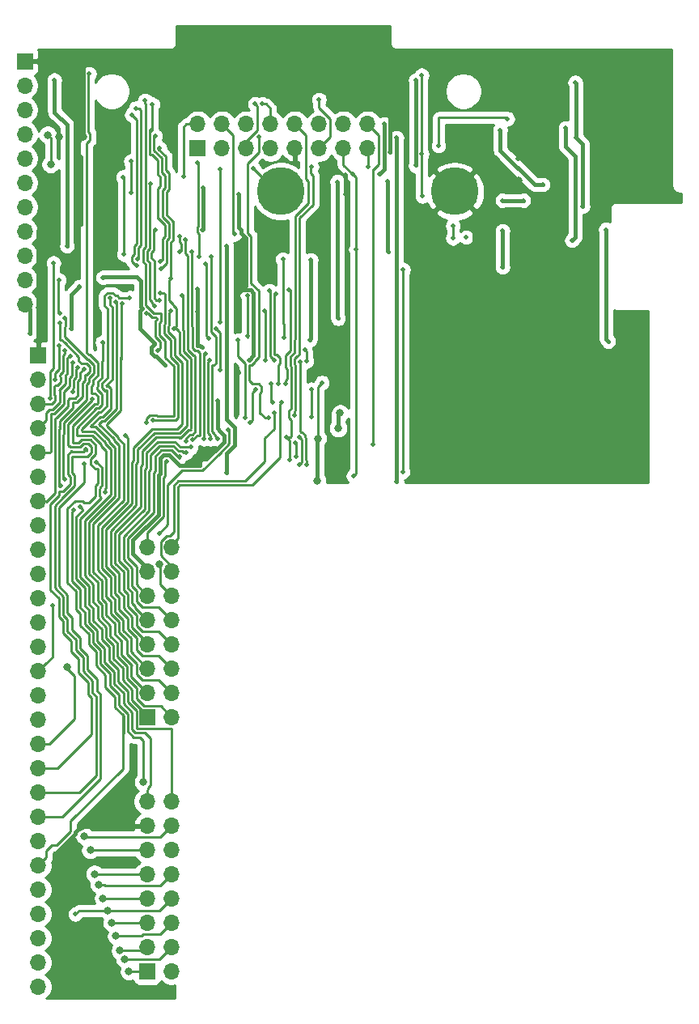
<source format=gbr>
G04 #@! TF.GenerationSoftware,KiCad,Pcbnew,5.1.5+dfsg1-2build2*
G04 #@! TF.CreationDate,2022-08-20T13:50:49+01:00*
G04 #@! TF.ProjectId,psion-org2-power,7073696f-6e2d-46f7-9267-322d706f7765,rev?*
G04 #@! TF.SameCoordinates,Original*
G04 #@! TF.FileFunction,Copper,L2,Bot*
G04 #@! TF.FilePolarity,Positive*
%FSLAX46Y46*%
G04 Gerber Fmt 4.6, Leading zero omitted, Abs format (unit mm)*
G04 Created by KiCad (PCBNEW 5.1.5+dfsg1-2build2) date 2022-08-20 13:50:49*
%MOMM*%
%LPD*%
G04 APERTURE LIST*
%ADD10O,1.700000X1.700000*%
%ADD11R,1.700000X1.700000*%
%ADD12C,5.000000*%
%ADD13C,0.800000*%
%ADD14C,0.500000*%
%ADD15C,0.400000*%
%ADD16C,0.250000*%
%ADD17C,0.254000*%
G04 APERTURE END LIST*
D10*
X82200000Y-128100000D03*
X82200000Y-125560000D03*
X82200000Y-123020000D03*
X82200000Y-120480000D03*
X82200000Y-117940000D03*
X82200000Y-115400000D03*
X82200000Y-112860000D03*
X82200000Y-110320000D03*
X82200000Y-107780000D03*
X82200000Y-105240000D03*
X82200000Y-102700000D03*
X82200000Y-100160000D03*
X82200000Y-97620000D03*
X82200000Y-95080000D03*
X82200000Y-92540000D03*
X82200000Y-90000000D03*
X82200000Y-87460000D03*
X82200000Y-84920000D03*
X82200000Y-82380000D03*
X82200000Y-79840000D03*
X82200000Y-77300000D03*
X82200000Y-74760000D03*
X82200000Y-72220000D03*
X82200000Y-69680000D03*
X82200000Y-67140000D03*
X82200000Y-64600000D03*
D11*
X82200000Y-62060000D03*
D12*
X125800000Y-44900000D03*
X107600000Y-44900000D03*
D10*
X116680000Y-37860000D03*
X116680000Y-40400000D03*
X114140000Y-37860000D03*
X114140000Y-40400000D03*
X111600000Y-37860000D03*
X111600000Y-40400000D03*
X109060000Y-37860000D03*
X109060000Y-40400000D03*
X106520000Y-37860000D03*
X106520000Y-40400000D03*
X103980000Y-37860000D03*
X103980000Y-40400000D03*
X101440000Y-37860000D03*
X101440000Y-40400000D03*
X98900000Y-37860000D03*
D11*
X98900000Y-40400000D03*
D10*
X96140000Y-108720000D03*
X93600000Y-108720000D03*
X96140000Y-111260000D03*
X93600000Y-111260000D03*
X96140000Y-113800000D03*
X93600000Y-113800000D03*
X96140000Y-116340000D03*
X93600000Y-116340000D03*
X96140000Y-118880000D03*
X93600000Y-118880000D03*
X96140000Y-121420000D03*
X93600000Y-121420000D03*
X96140000Y-123960000D03*
X93600000Y-123960000D03*
X96140000Y-126500000D03*
D11*
X93600000Y-126500000D03*
D10*
X96190000Y-82120000D03*
X93650000Y-82120000D03*
X96190000Y-84660000D03*
X93650000Y-84660000D03*
X96190000Y-87200000D03*
X93650000Y-87200000D03*
X96190000Y-89740000D03*
X93650000Y-89740000D03*
X96190000Y-92280000D03*
X93650000Y-92280000D03*
X96190000Y-94820000D03*
X93650000Y-94820000D03*
X96190000Y-97360000D03*
X93650000Y-97360000D03*
X96190000Y-99900000D03*
D11*
X93650000Y-99900000D03*
D10*
X80800000Y-56700000D03*
X80800000Y-54160000D03*
X80800000Y-51620000D03*
X80800000Y-49080000D03*
X80800000Y-46540000D03*
X80800000Y-44000000D03*
X80800000Y-41460000D03*
X80800000Y-38920000D03*
X80800000Y-36380000D03*
X80800000Y-33840000D03*
D11*
X80800000Y-31300000D03*
D13*
X86749889Y-111300000D03*
X132500000Y-43800000D03*
X86900000Y-39200000D03*
X84400000Y-39200000D03*
D14*
X106000000Y-62574998D03*
X105900000Y-57400000D03*
X99500000Y-44500000D03*
X99400000Y-48924990D03*
X86700000Y-48300000D03*
X86700000Y-41300000D03*
X103100000Y-55600000D03*
X104300000Y-62525010D03*
X103400000Y-48900000D03*
X107100000Y-48700000D03*
X103000010Y-63600000D03*
X83200000Y-48000000D03*
X84000000Y-128100000D03*
X100850001Y-59300000D03*
X101200000Y-63600000D03*
X144200000Y-31400000D03*
X144900000Y-37000000D03*
X127600000Y-48800000D03*
X119050000Y-40800000D03*
X119100000Y-36800000D03*
X83900000Y-119300000D03*
X114343413Y-43156587D03*
X114400000Y-45200000D03*
X103200000Y-45200000D03*
X125800000Y-44900000D03*
X82200000Y-57100000D03*
X132400000Y-41500000D03*
X132300000Y-36400000D03*
D13*
X111400000Y-75200000D03*
X113600000Y-69700000D03*
X113800000Y-68100000D03*
X111465670Y-70753356D03*
D14*
X98900000Y-57500000D03*
X104100000Y-60000000D03*
X104100000Y-55824980D03*
X111900000Y-64900000D03*
X113500000Y-43900000D03*
X113600000Y-58200000D03*
X98900000Y-55100000D03*
X99361026Y-61247853D03*
X81300000Y-59800000D03*
X86500000Y-54900000D03*
X85700000Y-59275000D03*
X95502388Y-63097612D03*
X89000000Y-53900000D03*
D13*
X94900000Y-83900000D03*
X87649909Y-113800000D03*
D14*
X96996405Y-72657908D03*
X109500000Y-73499982D03*
X109539999Y-70645001D03*
X109019773Y-68300000D03*
X116700000Y-42300000D03*
X110810001Y-42300000D03*
D13*
X88549929Y-117400000D03*
D14*
X97700233Y-72223437D03*
X108558494Y-72956579D03*
X108218399Y-70613500D03*
D13*
X88099919Y-116300000D03*
D14*
X98175485Y-71661463D03*
X109189562Y-72653666D03*
X109133494Y-71214874D03*
X117200000Y-71400000D03*
D13*
X89449949Y-120130916D03*
D14*
X94431242Y-39100000D03*
X86100000Y-120500000D03*
X97252119Y-55824980D03*
X95075734Y-52975000D03*
D13*
X88999939Y-118858123D03*
D14*
X94907139Y-40400311D03*
X96400000Y-59300000D03*
X96100000Y-54000000D03*
D13*
X90349969Y-122800000D03*
D14*
X91899989Y-41774990D03*
X91899989Y-45000000D03*
X96066674Y-57424990D03*
X99020126Y-51700010D03*
X98900000Y-41900000D03*
D13*
X89899959Y-121400000D03*
D14*
X91293865Y-70408263D03*
X94179686Y-68859239D03*
X94163563Y-35799293D03*
X104900000Y-35765030D03*
X94000000Y-38500000D03*
X95000000Y-55566514D03*
X94970447Y-52267113D03*
D13*
X91249989Y-125200000D03*
D14*
X92000000Y-36877069D03*
X90990477Y-56615079D03*
X92500000Y-52700000D03*
D13*
X90759736Y-124328418D03*
D14*
X92400000Y-36200000D03*
X105670365Y-35765030D03*
X90300000Y-56500000D03*
X92581252Y-51986147D03*
X89739998Y-56079999D03*
X97400000Y-43375000D03*
X91200000Y-51500000D03*
X91100000Y-43400000D03*
D13*
X91699999Y-126500000D03*
D14*
X91794748Y-56040079D03*
X96973899Y-49636950D03*
X97025000Y-51250000D03*
X102761446Y-49375000D03*
X101900000Y-74323477D03*
X101900000Y-50600000D03*
X84000000Y-36700000D03*
X121700000Y-42200000D03*
X121700000Y-33265000D03*
X83900000Y-33265000D03*
X85200000Y-50600000D03*
X106900000Y-62600000D03*
X106400000Y-55300000D03*
X107300000Y-65000000D03*
X107050001Y-55613050D03*
X108119753Y-65000000D03*
X108474990Y-55200000D03*
X110326438Y-73499982D03*
X109594773Y-62694337D03*
X99531670Y-70794631D03*
X99700000Y-61900000D03*
X110100000Y-61500000D03*
X110293675Y-62655136D03*
X100231673Y-70794631D03*
X100106670Y-62600000D03*
X84975020Y-75039293D03*
X84994976Y-58125000D03*
X84525010Y-75700000D03*
X84500000Y-58700000D03*
X86988839Y-63500030D03*
X86300028Y-63358871D03*
X85800000Y-65900000D03*
X85850019Y-62783174D03*
X85535006Y-62150000D03*
X84982772Y-61575000D03*
X84375000Y-61000000D03*
X84000000Y-64600000D03*
D13*
X93200000Y-106700000D03*
X85213962Y-94631052D03*
D14*
X89193819Y-76340452D03*
X88924980Y-60700000D03*
X95616565Y-73159310D03*
X115200000Y-74650000D03*
X101000000Y-70773431D03*
X100300000Y-51700010D03*
X115449999Y-50975000D03*
X118400000Y-37857086D03*
X117900000Y-43100000D03*
X115100000Y-43100000D03*
X119700000Y-75300000D03*
X119700000Y-39300000D03*
X138500000Y-39300000D03*
X138400000Y-33500000D03*
X97702129Y-71057897D03*
X97600000Y-49950000D03*
X125600000Y-49800000D03*
X125600000Y-48500000D03*
X130937000Y-61468000D03*
X128143000Y-61556500D03*
X134366000Y-59563000D03*
X137541000Y-59563000D03*
X132958000Y-65885500D03*
X101006690Y-66802000D03*
X118745000Y-43815000D03*
X118872000Y-51181000D03*
X94869000Y-80645000D03*
X102108000Y-69883162D03*
X85951623Y-78234916D03*
X86572405Y-77864377D03*
X130556000Y-38481000D03*
X135001000Y-44196000D03*
X139192000Y-46482000D03*
X130810000Y-45847000D03*
X132969000Y-45847000D03*
X106300000Y-68600000D03*
X105300000Y-39200000D03*
X98381669Y-70889887D03*
X98277129Y-51250000D03*
X127000000Y-49700000D03*
X137400000Y-38300000D03*
X138049000Y-50038000D03*
X83420541Y-66525000D03*
X87875000Y-66600000D03*
X83800000Y-52400000D03*
X87200000Y-71900000D03*
X105000000Y-65600000D03*
X110800000Y-65600000D03*
X110800000Y-68500000D03*
X104379235Y-69058163D03*
X107951826Y-60225000D03*
X107800000Y-52000000D03*
X99700001Y-52500000D03*
X100036050Y-60258839D03*
X94700000Y-61525000D03*
X93525081Y-57674920D03*
X84454439Y-57680227D03*
X84375000Y-54200000D03*
X94916673Y-56265450D03*
X94431242Y-48900000D03*
X94415873Y-56901536D03*
X93981232Y-44100000D03*
D13*
X83500000Y-42075000D03*
X83200000Y-39000000D03*
D14*
X93500000Y-69100000D03*
X111600000Y-35315020D03*
X93400000Y-35400000D03*
X87025041Y-73409121D03*
X122350000Y-41000000D03*
X124100000Y-40100000D03*
X122400000Y-45400000D03*
X87550000Y-32615000D03*
X122350000Y-32750000D03*
X131300000Y-37300000D03*
X106600445Y-65025000D03*
X106699317Y-66929625D03*
D13*
X87046058Y-112344836D03*
D14*
X106900000Y-68100000D03*
X83700000Y-88200000D03*
X103850001Y-68600000D03*
X103100000Y-60474990D03*
X101250000Y-58600000D03*
X101200000Y-42600000D03*
X104700000Y-42500000D03*
X107696000Y-66929625D03*
X88304397Y-73199919D03*
X141859000Y-60579000D03*
X141605000Y-48895000D03*
X130810000Y-49022000D03*
X130810000Y-52832000D03*
X110744000Y-52070000D03*
X110637041Y-60412667D03*
X120350000Y-74235000D03*
X120396000Y-53086000D03*
D15*
X93560000Y-111300000D02*
X93600000Y-111260000D01*
X86749889Y-111300000D02*
X93560000Y-111300000D01*
X80800000Y-31300000D02*
X86000000Y-31300000D01*
X86900000Y-32200000D02*
X86900000Y-39200000D01*
X86000000Y-31300000D02*
X86900000Y-32200000D01*
X84300000Y-39300000D02*
X84400000Y-39200000D01*
X93650000Y-84450001D02*
X93650000Y-84660000D01*
D16*
X106000000Y-57500000D02*
X105900000Y-57400000D01*
X106000000Y-62574998D02*
X106000000Y-57500000D01*
D15*
X99500000Y-48824990D02*
X99400000Y-48924990D01*
X99500000Y-44500000D02*
X99500000Y-48824990D01*
X86700000Y-48300000D02*
X86700000Y-41300000D01*
X104750001Y-62075009D02*
X104300000Y-62525010D01*
X104750001Y-55512979D02*
X104750001Y-62075009D01*
X104412001Y-55174979D02*
X104750001Y-55512979D01*
X103525021Y-55174979D02*
X104412001Y-55174979D01*
X103100000Y-55600000D02*
X103525021Y-55174979D01*
X103349999Y-55350001D02*
X103100000Y-55600000D01*
X103911784Y-54788216D02*
X103349999Y-55350001D01*
X103911784Y-49765337D02*
X103911784Y-54788216D01*
X103400000Y-49253553D02*
X103911784Y-49765337D01*
X103400000Y-48900000D02*
X103400000Y-49253553D01*
X103200001Y-63799991D02*
X103000010Y-63600000D01*
X82200000Y-49000000D02*
X83200000Y-48000000D01*
X93650000Y-84350000D02*
X93650000Y-84660000D01*
X92100000Y-82800000D02*
X93650000Y-84350000D01*
X92100000Y-81500000D02*
X92100000Y-82800000D01*
D16*
X101250010Y-63549990D02*
X101200000Y-63600000D01*
X101250010Y-59700009D02*
X101250010Y-63549990D01*
X100850001Y-59300000D02*
X101250010Y-59700009D01*
D15*
X144900000Y-32100000D02*
X144900000Y-37000000D01*
X144200000Y-31400000D02*
X144900000Y-32100000D01*
X127849999Y-49049999D02*
X127849999Y-54050001D01*
X127600000Y-48800000D02*
X127849999Y-49049999D01*
X119050000Y-36850000D02*
X119100000Y-36800000D01*
X119050000Y-40800000D02*
X119050000Y-36850000D01*
X86100000Y-111949889D02*
X86749889Y-111300000D01*
X83900000Y-114300000D02*
X86100000Y-112100000D01*
X86100000Y-112100000D02*
X86100000Y-111949889D01*
X84000000Y-128100000D02*
X83900000Y-128000000D01*
X83900000Y-119300000D02*
X83900000Y-114300000D01*
X83900000Y-128000000D02*
X83900000Y-119300000D01*
X114343413Y-45143413D02*
X114400000Y-45200000D01*
X114343413Y-43156587D02*
X114343413Y-45143413D01*
X103200000Y-48700000D02*
X103400000Y-48900000D01*
X103200000Y-45200000D02*
X103200000Y-48700000D01*
X82200000Y-57100000D02*
X82200000Y-49000000D01*
X82200000Y-62060000D02*
X82200000Y-57100000D01*
X132400000Y-36500000D02*
X132300000Y-36400000D01*
X132400000Y-41500000D02*
X132400000Y-36500000D01*
X111400000Y-70819026D02*
X111465670Y-70753356D01*
X111400000Y-75200000D02*
X111400000Y-70819026D01*
X113600000Y-68300000D02*
X113800000Y-68100000D01*
X113600000Y-69700000D02*
X113600000Y-68300000D01*
X98900000Y-57500000D02*
X98900000Y-61000000D01*
D16*
X104100000Y-60200000D02*
X104100000Y-55824980D01*
X111465670Y-65334330D02*
X111465670Y-70753356D01*
X111900000Y-64900000D02*
X111465670Y-65334330D01*
D15*
X113500000Y-58100000D02*
X113600000Y-58200000D01*
X113500000Y-43900000D02*
X113500000Y-58100000D01*
X98900000Y-57500000D02*
X98900000Y-55100000D01*
X98900000Y-61000000D02*
X98899999Y-61000000D01*
X99113173Y-61000000D02*
X99361026Y-61247853D01*
X98900000Y-61000000D02*
X99113173Y-61000000D01*
X81300000Y-57200000D02*
X80800000Y-56700000D01*
X81300000Y-59800000D02*
X81300000Y-57200000D01*
X85700000Y-55700000D02*
X85700000Y-59275000D01*
X86500000Y-54900000D02*
X85700000Y-55700000D01*
X94387999Y-62175001D02*
X94049999Y-61837001D01*
X94579777Y-62175001D02*
X94387999Y-62175001D01*
X94049999Y-61837001D02*
X94049999Y-61212999D01*
X95502388Y-63097612D02*
X94579777Y-62175001D01*
X93079429Y-57158570D02*
X92930241Y-57009382D01*
X92875080Y-57362919D02*
X93079429Y-57158570D01*
X92875080Y-59277787D02*
X92875080Y-57362919D01*
X94400000Y-60862998D02*
X94400000Y-60802707D01*
X94400000Y-60802707D02*
X92875080Y-59277787D01*
X94049999Y-61212999D02*
X94400000Y-60862998D01*
X92930241Y-57009382D02*
X92930241Y-54230241D01*
X92550000Y-53850000D02*
X89849998Y-53850000D01*
X92930241Y-54230241D02*
X92550000Y-53850000D01*
X89050000Y-53850000D02*
X89000000Y-53900000D01*
X89849998Y-53850000D02*
X89050000Y-53850000D01*
D16*
X96190000Y-87200000D02*
X96190000Y-87090000D01*
X96190000Y-87200000D02*
X95000000Y-86010000D01*
X95000000Y-84000000D02*
X94900000Y-83900000D01*
X95000000Y-86010000D02*
X95000000Y-84000000D01*
X87649909Y-113800000D02*
X93600000Y-113800000D01*
X96996405Y-72803594D02*
X96996405Y-72657908D01*
X95087098Y-71984299D02*
X96146033Y-71984300D01*
X96980866Y-72819133D02*
X96996405Y-72803594D01*
X96146033Y-71984300D02*
X96980866Y-72819133D01*
X94441555Y-72629842D02*
X95087098Y-71984299D01*
X92474999Y-86024999D02*
X92474999Y-84121409D01*
X94268911Y-74331089D02*
X94441554Y-74158446D01*
X92474999Y-84121409D02*
X91574980Y-83221390D01*
X91574981Y-81183197D02*
X92958178Y-79800000D01*
X91574980Y-83221390D02*
X91574981Y-81183197D01*
X93650000Y-87200000D02*
X92474999Y-86024999D01*
X94268910Y-76930360D02*
X94268911Y-74331089D01*
X94441554Y-74158446D02*
X94441555Y-72629842D01*
X109800000Y-70905002D02*
X109539999Y-70645001D01*
X109800000Y-72800000D02*
X109800000Y-70905002D01*
X109799982Y-72800018D02*
X109800000Y-72800000D01*
X109799982Y-73200000D02*
X109799982Y-72800018D01*
X109500000Y-73499982D02*
X109799982Y-73200000D01*
X109019773Y-68300000D02*
X109019773Y-67924990D01*
X109019773Y-67924990D02*
X109144763Y-67800000D01*
X109144763Y-67800000D02*
X109144763Y-64700000D01*
X109144763Y-64700000D02*
X109144763Y-63300000D01*
X109144763Y-63300000D02*
X109144763Y-63095329D01*
X109019772Y-62418336D02*
X109318772Y-62119336D01*
X109019772Y-62970338D02*
X109019772Y-62418336D01*
X109144763Y-63095329D02*
X109019772Y-62970338D01*
X109318772Y-62119336D02*
X109380664Y-62119336D01*
X116700000Y-40420000D02*
X116680000Y-40400000D01*
X116700000Y-42300000D02*
X116700000Y-40420000D01*
X94268910Y-76930360D02*
X94268910Y-78489268D01*
X94268910Y-78489268D02*
X93029089Y-79729089D01*
X93029089Y-79729089D02*
X92729089Y-80029089D01*
X109500000Y-60636410D02*
X109550010Y-60586400D01*
X109500000Y-61938108D02*
X109500000Y-60636410D01*
X109318772Y-62119336D02*
X109500000Y-61938108D01*
X109550010Y-60586400D02*
X109550010Y-47686400D01*
X110950010Y-46286400D02*
X110950010Y-43250010D01*
X109550010Y-47686400D02*
X110950010Y-46286400D01*
X110950010Y-43250010D02*
X110700000Y-43000000D01*
X110700000Y-42410001D02*
X110810001Y-42300000D01*
X110700000Y-43000000D02*
X110700000Y-42410001D01*
X95290001Y-117189999D02*
X96140000Y-116340000D01*
X94964999Y-117515001D02*
X95290001Y-117189999D01*
X89230615Y-117515001D02*
X94964999Y-117515001D01*
X89115614Y-117400000D02*
X89230615Y-117515001D01*
X88549929Y-117400000D02*
X89115614Y-117400000D01*
X108558494Y-70953595D02*
X108218399Y-70613500D01*
X108558494Y-72956579D02*
X108558494Y-70953595D01*
X94825001Y-88375001D02*
X96190000Y-89740000D01*
X93085999Y-88375001D02*
X94825001Y-88375001D01*
X92474999Y-87764001D02*
X93085999Y-88375001D01*
X92474999Y-86661409D02*
X92474999Y-87764001D01*
X92024989Y-86211399D02*
X92474999Y-86661409D01*
X97412936Y-72223437D02*
X97272406Y-72082907D01*
X93991546Y-72443441D02*
X93991545Y-73972045D01*
X96881050Y-72082907D02*
X96332434Y-71534291D01*
X91124971Y-83407789D02*
X92024989Y-84307809D01*
X96332434Y-71534291D02*
X94900699Y-71534290D01*
X97700233Y-72223437D02*
X97412936Y-72223437D01*
X94900699Y-71534290D02*
X93991546Y-72443441D01*
X93818901Y-78302867D02*
X91124972Y-80996796D01*
X97272406Y-72082907D02*
X96881050Y-72082907D01*
X93818902Y-74144688D02*
X93818901Y-78302867D01*
X91124972Y-80996796D02*
X91124971Y-83407789D01*
X93991545Y-73972045D02*
X93818902Y-74144688D01*
X92024989Y-84307809D02*
X92024989Y-86211399D01*
X108700000Y-68831229D02*
X108700000Y-70485452D01*
X108444772Y-68576001D02*
X108700000Y-68831229D01*
X108571952Y-70613500D02*
X108218399Y-70613500D01*
X108444772Y-67855228D02*
X108444772Y-68576001D01*
X109060000Y-37860000D02*
X110235001Y-39035001D01*
X110235001Y-39035001D02*
X110235001Y-43564999D01*
X108700000Y-70485452D02*
X108571952Y-70613500D01*
X108694753Y-67605247D02*
X108444772Y-67855228D01*
X110235001Y-43564999D02*
X110500000Y-43829998D01*
X110500000Y-43829998D02*
X110500000Y-46100000D01*
X110500000Y-46100000D02*
X109100000Y-47500000D01*
X108569763Y-62231935D02*
X108569762Y-63156738D01*
X109049990Y-61751708D02*
X108569763Y-62231935D01*
X109100000Y-47500000D02*
X109100000Y-60400000D01*
X109049990Y-60450010D02*
X109049990Y-61751708D01*
X108694753Y-63281729D02*
X108694753Y-67605247D01*
X109100000Y-60400000D02*
X109049990Y-60450010D01*
X108569762Y-63156738D02*
X108694753Y-63281729D01*
X93560000Y-116300000D02*
X93600000Y-116340000D01*
X88099919Y-116300000D02*
X93560000Y-116300000D01*
X109189562Y-71270942D02*
X109133494Y-71214874D01*
X109189562Y-72653666D02*
X109189562Y-71270942D01*
X117529999Y-38709999D02*
X116680000Y-37860000D01*
X117855001Y-39035001D02*
X117529999Y-38709999D01*
X117855001Y-42044999D02*
X117855001Y-39035001D01*
X117300000Y-42600000D02*
X117855001Y-42044999D01*
X117200000Y-42600000D02*
X117300000Y-42600000D01*
X117200000Y-71400000D02*
X117200000Y-42600000D01*
X92387294Y-88477294D02*
X93650000Y-89740000D01*
X92387294Y-88312706D02*
X92387294Y-88477294D01*
X92024989Y-87950401D02*
X92387294Y-88312706D01*
X92024989Y-86847809D02*
X92024989Y-87950401D01*
X98175485Y-71661463D02*
X98146919Y-71632897D01*
X91574979Y-84494208D02*
X91574979Y-86397799D01*
X90674963Y-80810395D02*
X90674962Y-83594188D01*
X91574979Y-86397799D02*
X92024989Y-86847809D01*
X97067450Y-71632897D02*
X96518833Y-71084282D01*
X93541538Y-72257040D02*
X93541536Y-73785644D01*
X98146919Y-71632897D02*
X97067450Y-71632897D01*
X94714300Y-71084281D02*
X93541538Y-72257040D01*
X90674962Y-83594188D02*
X91574979Y-84494208D01*
X93541536Y-73785644D02*
X93368893Y-73958287D01*
X96518833Y-71084282D02*
X94714300Y-71084281D01*
X93368893Y-73958287D02*
X93368892Y-78116466D01*
X93368892Y-78116466D02*
X90674963Y-80810395D01*
X94889084Y-120130916D02*
X96140000Y-118880000D01*
X89449949Y-120130916D02*
X94889084Y-120130916D01*
X95456251Y-43251197D02*
X95132254Y-42927200D01*
X95456252Y-44548800D02*
X95456251Y-43251197D01*
X95206272Y-44798782D02*
X95456252Y-44548800D01*
X95132254Y-42927200D02*
X95132253Y-41438599D01*
X95132253Y-41438599D02*
X94306252Y-40612598D01*
X94306252Y-40612598D02*
X94306252Y-39500000D01*
X94306252Y-39224990D02*
X94431242Y-39100000D01*
X94306252Y-39500000D02*
X94306252Y-39224990D01*
X86469084Y-120130916D02*
X89449949Y-120130916D01*
X86100000Y-120500000D02*
X86469084Y-120130916D01*
X94825001Y-90915001D02*
X93085999Y-90915001D01*
X92474999Y-90304001D02*
X92474999Y-89201409D01*
X90224953Y-83780587D02*
X90224954Y-80623994D01*
X93085999Y-90915001D02*
X92474999Y-90304001D01*
X91574979Y-87034209D02*
X91124969Y-86584199D01*
X92474999Y-89201409D02*
X91574979Y-88301389D01*
X91124969Y-86584199D02*
X91124969Y-84680607D01*
X96190000Y-92280000D02*
X94825001Y-90915001D01*
X91574979Y-88301389D02*
X91574979Y-87034209D01*
X91124969Y-84680607D02*
X90224953Y-83780587D01*
X90224954Y-80623994D02*
X92918883Y-77930065D01*
X92918883Y-77930065D02*
X92918884Y-73771886D01*
X92918884Y-73681116D02*
X93091527Y-73508473D01*
X92918884Y-73771886D02*
X92918884Y-73681116D01*
X93091527Y-73508473D02*
X93091530Y-72070639D01*
X94527901Y-70634272D02*
X96934272Y-70634272D01*
X93091530Y-72070639D02*
X94527901Y-70634272D01*
X97000000Y-70700000D02*
X97084144Y-70700000D01*
X96934272Y-70634272D02*
X97000000Y-70700000D01*
X97084144Y-70700000D02*
X97919268Y-69864876D01*
X97919268Y-69864876D02*
X98133860Y-69864876D01*
X98133860Y-69864876D02*
X98181640Y-69817096D01*
X98133860Y-69766140D02*
X98181640Y-69718360D01*
X98133860Y-69864876D02*
X98133860Y-69766140D01*
X98181640Y-69718360D02*
X98181640Y-62418050D01*
X97849991Y-62086401D02*
X97849991Y-62073813D01*
X97849991Y-62073813D02*
X97424979Y-61648801D01*
X98181640Y-62418050D02*
X97849991Y-62086401D01*
X97424979Y-61648801D02*
X97424979Y-61024979D01*
X97424979Y-61024979D02*
X97424979Y-59447819D01*
X97424979Y-59447819D02*
X97377109Y-59399949D01*
X97377109Y-59399949D02*
X97377109Y-56600000D01*
X97377109Y-55949970D02*
X97252119Y-55824980D01*
X97377109Y-56600000D02*
X97377109Y-55949970D01*
X95656282Y-52394452D02*
X95075734Y-52975000D01*
X95656282Y-50059200D02*
X95656282Y-52394452D01*
X95906261Y-49809221D02*
X95656282Y-50059200D01*
X95906262Y-48251198D02*
X95906261Y-49809221D01*
X95206272Y-47551208D02*
X95906262Y-48251198D01*
X95206272Y-44798782D02*
X95206272Y-47551208D01*
X93578123Y-118858123D02*
X93600000Y-118880000D01*
X88999939Y-118858123D02*
X93578123Y-118858123D01*
X96700000Y-59300000D02*
X96400000Y-59300000D01*
X96974969Y-59634219D02*
X96927100Y-59586350D01*
X97731630Y-69416104D02*
X97731630Y-62604450D01*
X96974969Y-61847789D02*
X96974969Y-59634219D01*
X97731630Y-62604450D02*
X96974969Y-61847789D01*
X92641522Y-71884238D02*
X94341501Y-70184262D01*
X96886350Y-59586350D02*
X96900000Y-59572700D01*
X93650000Y-92280000D02*
X93650000Y-92115412D01*
X92000000Y-89362820D02*
X91124969Y-88487789D01*
X96900000Y-59500000D02*
X96700000Y-59300000D01*
X91124969Y-88487789D02*
X91124969Y-87220609D01*
X90674959Y-86770599D02*
X90674959Y-84867006D01*
X92641518Y-73258482D02*
X92641522Y-71884238D01*
X92000000Y-90465412D02*
X92000000Y-89362820D01*
X96963472Y-70184262D02*
X97731630Y-69416104D01*
X89774944Y-83966986D02*
X89774945Y-80437593D01*
X91124969Y-87220609D02*
X90674959Y-86770599D01*
X96900000Y-59572700D02*
X96900000Y-59500000D01*
X90674959Y-84867006D02*
X89774944Y-83966986D01*
X89774945Y-80437593D02*
X92468874Y-77743664D01*
X96927100Y-59586350D02*
X96886350Y-59586350D01*
X93650000Y-92115412D02*
X92000000Y-90465412D01*
X92468874Y-77743664D02*
X92468874Y-73431126D01*
X94341501Y-70184262D02*
X96963472Y-70184262D01*
X92468874Y-73431126D02*
X92641518Y-73258482D01*
X96649999Y-59050001D02*
X96649999Y-57157313D01*
X96649999Y-57157313D02*
X96342675Y-56849989D01*
X96342675Y-56742675D02*
X95941684Y-56341684D01*
X96342675Y-56849989D02*
X96342675Y-56742675D01*
X95941684Y-56341684D02*
X95941683Y-55518234D01*
X96400000Y-59300000D02*
X96649999Y-59050001D01*
X95941683Y-54158317D02*
X96100000Y-54000000D01*
X95941683Y-55518234D02*
X95941683Y-54158317D01*
X96100000Y-54000000D02*
X96100000Y-53646447D01*
X96100000Y-53646447D02*
X96106291Y-53640156D01*
X95656282Y-47364808D02*
X95656282Y-44985179D01*
X96106291Y-53640156D02*
X96106292Y-50245600D01*
X96356271Y-49995619D02*
X96356270Y-48064796D01*
X96106292Y-50245600D02*
X96356271Y-49995619D01*
X96356270Y-48064796D02*
X95656282Y-47364808D01*
X95656282Y-44985179D02*
X95906261Y-44735199D01*
X95906261Y-44735199D02*
X95906261Y-43006261D01*
X94782149Y-40400311D02*
X94907139Y-40400311D01*
X95906261Y-43006261D02*
X95582262Y-42682262D01*
X95582262Y-42682262D02*
X95582262Y-41252198D01*
X95582262Y-41252198D02*
X94756262Y-40426198D01*
X94756262Y-40426198D02*
X94782149Y-40400311D01*
X94964999Y-122595001D02*
X95290001Y-122269999D01*
X93225997Y-122595001D02*
X94964999Y-122595001D01*
X95290001Y-122269999D02*
X96140000Y-121420000D01*
X93020998Y-122800000D02*
X93225997Y-122595001D01*
X90349969Y-122800000D02*
X93020998Y-122800000D01*
X94825001Y-93455001D02*
X96190000Y-94820000D01*
X92474999Y-91715999D02*
X92474999Y-92844001D01*
X92500000Y-91690998D02*
X92474999Y-91715999D01*
X93085999Y-93455001D02*
X94825001Y-93455001D01*
X92500000Y-91601822D02*
X92500000Y-91690998D01*
X91549990Y-89549220D02*
X91549990Y-90651812D01*
X90674959Y-88674189D02*
X91549990Y-89549220D01*
X90674959Y-87407009D02*
X90674959Y-88674189D01*
X90224949Y-86956999D02*
X90674959Y-87407009D01*
X92474999Y-92844001D02*
X93085999Y-93455001D01*
X91549990Y-90651812D02*
X92500000Y-91601822D01*
X90224949Y-85053406D02*
X90224949Y-86956999D01*
X92018864Y-77557264D02*
X89324936Y-80251192D01*
X89324936Y-80251192D02*
X89324936Y-84153393D01*
X89324936Y-84153393D02*
X90224949Y-85053406D01*
X92018866Y-73466825D02*
X92018865Y-73781135D01*
X92018865Y-73781135D02*
X92018864Y-77557264D01*
X91899989Y-41774990D02*
X91899989Y-45000000D01*
X92018866Y-73466825D02*
X92018865Y-73244725D01*
X92191514Y-71697837D02*
X94155101Y-69734252D01*
X92191509Y-73072081D02*
X92191514Y-71697837D01*
X92018865Y-73244725D02*
X92191509Y-73072081D01*
X94155101Y-69734252D02*
X96777072Y-69734252D01*
X96777072Y-69734252D02*
X97281620Y-69229704D01*
X97281620Y-69229704D02*
X97281620Y-66600000D01*
X97281620Y-66600000D02*
X97281620Y-64400000D01*
X97281620Y-64400000D02*
X97281620Y-62790850D01*
X95824999Y-59576001D02*
X95824999Y-59023999D01*
X96524959Y-60275961D02*
X95824999Y-59576001D01*
X96524959Y-62034189D02*
X96524959Y-60275961D01*
X97281620Y-62790850D02*
X96524959Y-62034189D01*
X95824999Y-59023999D02*
X95941684Y-58907314D01*
X95941684Y-57549980D02*
X96066674Y-57424990D01*
X95941684Y-58907314D02*
X95941684Y-57549980D01*
X98824999Y-48675001D02*
X98974990Y-48525010D01*
X98824999Y-49200991D02*
X98824999Y-48675001D01*
X99020126Y-49396118D02*
X98824999Y-49200991D01*
X99020126Y-51700010D02*
X99020126Y-49396118D01*
X98974990Y-48525010D02*
X98974990Y-44974990D01*
X98924999Y-44924999D02*
X98924999Y-41924999D01*
X98924999Y-41924999D02*
X98900000Y-41900000D01*
X98974990Y-44974990D02*
X98924999Y-44924999D01*
X93580000Y-121400000D02*
X93600000Y-121420000D01*
X89899959Y-121400000D02*
X93580000Y-121400000D01*
X93650000Y-94820000D02*
X91908178Y-93078178D01*
X91908178Y-91646410D02*
X91099980Y-90838212D01*
X91908178Y-93078178D02*
X91908178Y-91646410D01*
X91099980Y-90838212D02*
X91099980Y-89735620D01*
X91099980Y-89735620D02*
X90224949Y-88860589D01*
X90224949Y-88860589D02*
X90224949Y-87593409D01*
X89774939Y-87143399D02*
X89774939Y-85239806D01*
X90224949Y-87593409D02*
X89774939Y-87143399D01*
X89774939Y-85239806D02*
X88874926Y-84339793D01*
X88874927Y-80064791D02*
X91568855Y-77370863D01*
X88874926Y-84339793D02*
X88874927Y-80064791D01*
X91568857Y-70683255D02*
X91293865Y-70408263D01*
X91568857Y-73431143D02*
X91568857Y-70683255D01*
X91568855Y-77370863D02*
X91568857Y-73431143D01*
X91568857Y-73431143D02*
X91568857Y-73280424D01*
X91293865Y-70408263D02*
X91293865Y-70408263D01*
X94120447Y-68800000D02*
X94041360Y-68800000D01*
X94179686Y-68859239D02*
X94120447Y-68800000D01*
X95206272Y-50100000D02*
X95206272Y-49872800D01*
X95456252Y-48437598D02*
X94768645Y-47749991D01*
X95456252Y-49622820D02*
X95456252Y-48437598D01*
X95206272Y-49872800D02*
X95456252Y-49622820D01*
X94768645Y-47749991D02*
X94756262Y-47737608D01*
X94756262Y-47737608D02*
X94756262Y-44612382D01*
X95006243Y-44362401D02*
X95006242Y-43437598D01*
X94756262Y-44612382D02*
X95006243Y-44362401D01*
X95006242Y-43437598D02*
X94682244Y-43113600D01*
X94682244Y-43113600D02*
X94682244Y-41625000D01*
X94682244Y-41625000D02*
X94157244Y-41100000D01*
X93900000Y-41100000D02*
X93856242Y-41056242D01*
X94157244Y-41100000D02*
X93900000Y-41100000D01*
X94162856Y-35800000D02*
X94163563Y-35799293D01*
X103980000Y-39668998D02*
X103980000Y-40400000D01*
X105155001Y-38493997D02*
X103980000Y-39668998D01*
X105155001Y-36020031D02*
X105155001Y-38493997D01*
X104900000Y-35765030D02*
X105155001Y-36020031D01*
X93856242Y-38643758D02*
X94000000Y-38500000D01*
X93856242Y-41056242D02*
X93856242Y-38643758D01*
X94163563Y-38336437D02*
X94000000Y-38500000D01*
X94163563Y-35799293D02*
X94163563Y-38336437D01*
X96572371Y-68859239D02*
X94179686Y-68859239D01*
X96831610Y-68600000D02*
X96572371Y-68859239D01*
X96831610Y-62977250D02*
X96831610Y-68600000D01*
X96074949Y-60462361D02*
X96074949Y-62220589D01*
X96074949Y-62220589D02*
X96831610Y-62977250D01*
X95374989Y-59762401D02*
X96074949Y-60462361D01*
X95374989Y-58837599D02*
X95374989Y-59762401D01*
X95491674Y-58720914D02*
X95374989Y-58837599D01*
X95491674Y-55704635D02*
X95491674Y-58720914D01*
X95353553Y-55566514D02*
X95491674Y-55704635D01*
X95000000Y-55566514D02*
X95353553Y-55566514D01*
X94970447Y-52267113D02*
X95137560Y-52100000D01*
X95200000Y-52100000D02*
X95206272Y-52093728D01*
X95137560Y-52100000D02*
X95200000Y-52100000D01*
X95206272Y-52093728D02*
X95206272Y-49872800D01*
X94900000Y-125200000D02*
X96140000Y-123960000D01*
X91249989Y-125200000D02*
X94900000Y-125200000D01*
X92474999Y-95384001D02*
X92474999Y-94281409D01*
X93085999Y-95995001D02*
X92474999Y-95384001D01*
X94825001Y-95995001D02*
X93085999Y-95995001D01*
X96190000Y-97360000D02*
X94825001Y-95995001D01*
X92474999Y-94281409D02*
X91458168Y-93264578D01*
X91458168Y-93264578D02*
X91458168Y-91832810D01*
X91458168Y-91832810D02*
X90649970Y-91024612D01*
X90649970Y-91024612D02*
X90649970Y-89922020D01*
X90649970Y-89922020D02*
X89774939Y-89046989D01*
X89774939Y-87779809D02*
X89324929Y-87329799D01*
X89774939Y-89046989D02*
X89774939Y-87779809D01*
X89324929Y-87329799D02*
X89324929Y-85426206D01*
X88424917Y-84526192D02*
X88424918Y-79878390D01*
X89324929Y-85426206D02*
X88424917Y-84526192D01*
X88424918Y-79878390D02*
X91118846Y-77184462D01*
X91118847Y-71306247D02*
X90568864Y-70756264D01*
X91118847Y-73418847D02*
X91118847Y-71306247D01*
X91118846Y-77184462D02*
X91118847Y-73418847D01*
X91118847Y-73418847D02*
X91118848Y-73094023D01*
X90874999Y-62456126D02*
X90874999Y-57125001D01*
X90874999Y-56730557D02*
X90990477Y-56615079D01*
X90874999Y-57125001D02*
X90874999Y-56730557D01*
X90568864Y-70756264D02*
X90568863Y-70599401D01*
X89400000Y-69282050D02*
X90850010Y-67832040D01*
X89400000Y-69430538D02*
X89400000Y-69282050D01*
X90850010Y-67832040D02*
X90850010Y-62200000D01*
X90568863Y-70599401D02*
X89400000Y-69430538D01*
X92474989Y-52674989D02*
X92500000Y-52700000D01*
X92506213Y-50337939D02*
X92506213Y-37383282D01*
X92256234Y-51460163D02*
X92256235Y-50587917D01*
X92506213Y-37383282D02*
X92000000Y-36877069D01*
X92006251Y-51710146D02*
X92256234Y-51460163D01*
X92256235Y-50587917D02*
X92506213Y-50337939D01*
X92006251Y-52262148D02*
X92006251Y-51710146D01*
X92305251Y-52561148D02*
X92006251Y-52262148D01*
X92461148Y-52561148D02*
X92305251Y-52561148D01*
X92500000Y-52600000D02*
X92461148Y-52561148D01*
X92500000Y-52700000D02*
X92500000Y-52600000D01*
X93231582Y-124328418D02*
X93600000Y-123960000D01*
X90759736Y-124328418D02*
X93231582Y-124328418D01*
X93650000Y-97360000D02*
X91941085Y-95651085D01*
X91941085Y-94558915D02*
X92024989Y-94475011D01*
X91941085Y-95651085D02*
X91941085Y-94558915D01*
X92024989Y-94475011D02*
X90948553Y-93398575D01*
X90948553Y-91959605D02*
X90199960Y-91211012D01*
X90948553Y-93398575D02*
X90948553Y-91959605D01*
X90199960Y-91211012D02*
X90199960Y-90108420D01*
X90199960Y-90108420D02*
X89324929Y-89233389D01*
X89324929Y-89233389D02*
X89324929Y-87966209D01*
X89324929Y-87966209D02*
X88874919Y-87516199D01*
X88874919Y-87516199D02*
X88874919Y-85612605D01*
X87974908Y-84712591D02*
X87974909Y-79691989D01*
X88874919Y-85612605D02*
X87974908Y-84712591D01*
X87974909Y-79691989D02*
X90668837Y-76998061D01*
X90668839Y-71492649D02*
X90118854Y-70942664D01*
X90668839Y-73168839D02*
X90668839Y-71492649D01*
X90668837Y-76998061D02*
X90668839Y-73168839D01*
X90668839Y-73168839D02*
X90668839Y-72907622D01*
X106520000Y-36657919D02*
X106520000Y-37860000D01*
X106023918Y-35765030D02*
X106520000Y-36261112D01*
X106520000Y-36261112D02*
X106520000Y-36657919D01*
X105670365Y-35765030D02*
X106023918Y-35765030D01*
X90326998Y-56526998D02*
X90300000Y-56500000D01*
X90400000Y-56526998D02*
X90326998Y-56526998D01*
X90118854Y-70942664D02*
X90118854Y-70785802D01*
X90118854Y-70785802D02*
X88565053Y-69232001D01*
X89119897Y-68925743D02*
X90400000Y-67645640D01*
X88871310Y-68925744D02*
X89119897Y-68925743D01*
X90400000Y-56600000D02*
X90300000Y-56500000D01*
X90400000Y-67645640D02*
X90400000Y-56600000D01*
X88565053Y-69232001D02*
X88871310Y-68925744D01*
X92753553Y-36200000D02*
X92400000Y-36200000D01*
X92956223Y-50524339D02*
X92956223Y-36402670D01*
X92706244Y-50774318D02*
X92956223Y-50524339D01*
X92956223Y-36402670D02*
X92753553Y-36200000D01*
X92706243Y-51861156D02*
X92706244Y-50774318D01*
X92581252Y-51986147D02*
X92706243Y-51861156D01*
X93275997Y-98724999D02*
X92474999Y-97924001D01*
X95014999Y-98724999D02*
X93275997Y-98724999D01*
X96190000Y-99900000D02*
X95014999Y-98724999D01*
X92474999Y-97924001D02*
X92474999Y-96821409D01*
X92474999Y-96821409D02*
X91491075Y-95837485D01*
X91491075Y-95837485D02*
X91491075Y-94577507D01*
X91491075Y-94577507D02*
X90498543Y-93584975D01*
X90498543Y-92146005D02*
X89749950Y-91397412D01*
X90498543Y-93584975D02*
X90498543Y-92146005D01*
X89749950Y-90294820D02*
X88874919Y-89419789D01*
X89749950Y-91397412D02*
X89749950Y-90294820D01*
X88874919Y-89419789D02*
X88874919Y-88152609D01*
X88874919Y-88152609D02*
X88424909Y-87702599D01*
X88424909Y-87702599D02*
X88424909Y-85799004D01*
X88424909Y-85799004D02*
X87524899Y-84898990D01*
X87524900Y-79505588D02*
X90218828Y-76811660D01*
X87524899Y-84898990D02*
X87524900Y-79505588D01*
X90218828Y-76811660D02*
X90218830Y-72721221D01*
X90218830Y-72721221D02*
X90218830Y-71679050D01*
X90218830Y-71679050D02*
X89668845Y-71129063D01*
X97697919Y-37860000D02*
X98900000Y-37860000D01*
X97398998Y-38158921D02*
X97697919Y-37860000D01*
X89668845Y-70972203D02*
X88221601Y-69524959D01*
X89668845Y-71129063D02*
X89668845Y-70972203D01*
X88221601Y-69524959D02*
X87724959Y-69524959D01*
X87700000Y-69500000D02*
X87700000Y-69460643D01*
X87724959Y-69524959D02*
X87700000Y-69500000D01*
X88684909Y-68475734D02*
X88933496Y-68475734D01*
X87700000Y-69460643D02*
X88684909Y-68475734D01*
X89800030Y-65539116D02*
X89536420Y-65275506D01*
X89800030Y-67609200D02*
X89800030Y-65539116D01*
X88933496Y-68475734D02*
X89800030Y-67609200D01*
X89375506Y-65275506D02*
X89325103Y-65225103D01*
X89536420Y-65275506D02*
X89375506Y-65275506D01*
X89325103Y-65196812D02*
X89949990Y-64571923D01*
X89325103Y-65225103D02*
X89325103Y-65196812D01*
X89724999Y-56094998D02*
X89739998Y-56079999D01*
X89724999Y-56776001D02*
X89724999Y-56094998D01*
X89949990Y-57000992D02*
X89724999Y-56776001D01*
X89949990Y-64571923D02*
X89949990Y-57000992D01*
X97398998Y-43373998D02*
X97400000Y-43375000D01*
X97398998Y-38158921D02*
X97398998Y-43373998D01*
X91200000Y-43500000D02*
X91100000Y-43400000D01*
X91200000Y-51500000D02*
X91200000Y-43500000D01*
X91699999Y-126500000D02*
X93600000Y-126500000D01*
X102289999Y-38709999D02*
X101440000Y-37860000D01*
X102615001Y-39035001D02*
X102289999Y-38709999D01*
X102615001Y-48959989D02*
X102615001Y-39035001D01*
X89499981Y-64385524D02*
X89499980Y-58975002D01*
X88875093Y-65452595D02*
X88875093Y-65010414D01*
X88863255Y-65464433D02*
X88875093Y-65452595D01*
X88424909Y-89606189D02*
X88424909Y-88339009D01*
X89198822Y-65800000D02*
X88863255Y-65464433D01*
X88747096Y-68025724D02*
X89350020Y-67422798D01*
X89299940Y-90481220D02*
X88424909Y-89606189D01*
X89218836Y-71158604D02*
X88035201Y-69974969D01*
X87974899Y-87888999D02*
X87974899Y-85985403D01*
X93650000Y-99900000D02*
X93650000Y-99735412D01*
X88875093Y-65010414D02*
X89499981Y-64385524D01*
X89218836Y-71315462D02*
X89218836Y-71158604D01*
X88498509Y-68025724D02*
X88747096Y-68025724D01*
X90048533Y-92332405D02*
X89299940Y-91583812D01*
X90048533Y-93771375D02*
X90048533Y-92332405D01*
X91041065Y-94763907D02*
X90048533Y-93771375D01*
X88424909Y-88339009D02*
X87974899Y-87888999D01*
X89299940Y-91583812D02*
X89299940Y-90481220D01*
X91041065Y-96023885D02*
X91041065Y-94763907D01*
X92024989Y-97007809D02*
X91041065Y-96023885D01*
X92024989Y-98110401D02*
X92024989Y-97007809D01*
X89350020Y-65725516D02*
X89275536Y-65800000D01*
X93650000Y-99735412D02*
X92024989Y-98110401D01*
X86800000Y-69900000D02*
X86800000Y-69724233D01*
X87974899Y-85985403D02*
X87074890Y-85085389D01*
X87074890Y-85085389D02*
X87074891Y-79319187D01*
X87074891Y-79319187D02*
X89768819Y-76625259D01*
X89768819Y-76625259D02*
X89768821Y-71865450D01*
X89768821Y-71865450D02*
X89218836Y-71315462D01*
X86800000Y-69724233D02*
X88498509Y-68025724D01*
X86874969Y-69974969D02*
X86800000Y-69900000D01*
X88035201Y-69974969D02*
X86874969Y-69974969D01*
X89275536Y-65800000D02*
X89198822Y-65800000D01*
X89350020Y-67422798D02*
X89350020Y-65725516D01*
X89463997Y-55504998D02*
X90015999Y-55504998D01*
X89164997Y-55803998D02*
X89463997Y-55504998D01*
X89164997Y-56852409D02*
X89164997Y-55803998D01*
X89499980Y-57187392D02*
X89164997Y-56852409D01*
X89499980Y-58975002D02*
X89499980Y-57187392D01*
X90015999Y-55504998D02*
X90314999Y-55803998D01*
X90600000Y-55900000D02*
X90600000Y-55948998D01*
X90503998Y-55803998D02*
X90600000Y-55900000D01*
X90314999Y-55803998D02*
X90503998Y-55803998D01*
X90691081Y-56040079D02*
X91794748Y-56040079D01*
X90600000Y-55948998D02*
X90691081Y-56040079D01*
X96973899Y-50173899D02*
X97149990Y-50349990D01*
X96973899Y-49636950D02*
X96973899Y-50173899D01*
X97149990Y-50349990D02*
X97149990Y-50900000D01*
X97149990Y-51125010D02*
X97025000Y-51250000D01*
X97149990Y-50900000D02*
X97149990Y-51125010D01*
X102761446Y-49375000D02*
X102600000Y-49213554D01*
X102600000Y-48974990D02*
X102615001Y-48959989D01*
X102600000Y-49213554D02*
X102600000Y-48974990D01*
D15*
X121700000Y-42200000D02*
X121700000Y-33265000D01*
X83900000Y-36600000D02*
X84000000Y-36700000D01*
X83900000Y-33265000D02*
X83900000Y-36600000D01*
X85200001Y-37900001D02*
X84000000Y-36700000D01*
X85200001Y-50246446D02*
X85200001Y-37900001D01*
X85200000Y-50600000D02*
X85200001Y-50246446D01*
D16*
X106900000Y-62600000D02*
X106450010Y-62150010D01*
X106450010Y-62150010D02*
X106450010Y-57700992D01*
X106475001Y-55375001D02*
X106400000Y-55300000D01*
X106475001Y-57676001D02*
X106475001Y-55375001D01*
X106450010Y-57700992D02*
X106475001Y-57676001D01*
X107151002Y-62000000D02*
X106936410Y-62000000D01*
X107475001Y-62323999D02*
X107151002Y-62000000D01*
X107475001Y-62876001D02*
X107475001Y-62323999D01*
X107300000Y-63051002D02*
X107475001Y-62876001D01*
X107300000Y-65000000D02*
X107300000Y-63051002D01*
X106936410Y-61936410D02*
X106900020Y-61900020D01*
X106936410Y-62000000D02*
X106936410Y-61936410D01*
X106900020Y-57887392D02*
X106925011Y-57862401D01*
X106900020Y-61900020D02*
X106900020Y-57887392D01*
X106925011Y-55738040D02*
X107050001Y-55613050D01*
X106925011Y-57862401D02*
X106925011Y-55738040D01*
X108119753Y-64646447D02*
X108244743Y-64521457D01*
X108119753Y-65000000D02*
X108119753Y-64646447D01*
X108244743Y-63468129D02*
X108119753Y-63343137D01*
X108244743Y-64521457D02*
X108244743Y-63468129D01*
X108119753Y-63343137D02*
X108119754Y-62045534D01*
X108119754Y-62045534D02*
X108599980Y-61565308D01*
X108599980Y-61565308D02*
X108599980Y-57600000D01*
X108599980Y-57600000D02*
X108599980Y-55200000D01*
X108599980Y-55200000D02*
X108474990Y-55200000D01*
X110326438Y-73499982D02*
X110326438Y-73062864D01*
X110249992Y-72986418D02*
X110250010Y-72986400D01*
X110326438Y-73062864D02*
X110249992Y-72986418D01*
X110250010Y-72986400D02*
X110250010Y-70718602D01*
X110115000Y-70583592D02*
X110115000Y-70369000D01*
X110250010Y-70718602D02*
X110115000Y-70583592D01*
X110115000Y-70369000D02*
X109816000Y-70070000D01*
X109816000Y-70070000D02*
X109670000Y-70070000D01*
X109594773Y-69994773D02*
X109594773Y-62694337D01*
X109670000Y-70070000D02*
X109594773Y-69994773D01*
X99531670Y-70794631D02*
X99531670Y-61968330D01*
X99631670Y-61968330D02*
X99700000Y-61900000D01*
X99531670Y-61968330D02*
X99631670Y-61968330D01*
X110293675Y-61693675D02*
X110293675Y-62655136D01*
X110100000Y-61500000D02*
X110293675Y-61693675D01*
X100231673Y-70441078D02*
X99981680Y-70191085D01*
X100231673Y-70794631D02*
X100231673Y-70441078D01*
X99981680Y-62724990D02*
X100106670Y-62600000D01*
X99981680Y-70191085D02*
X99981680Y-62724990D01*
X84850030Y-74914303D02*
X84975020Y-75039293D01*
X84850030Y-70349970D02*
X84850030Y-74914303D01*
X84850030Y-70349970D02*
X84897230Y-70302770D01*
X87300000Y-66678593D02*
X87300000Y-65118460D01*
X84897230Y-69081363D02*
X87300000Y-66678593D01*
X84897230Y-70302770D02*
X84897230Y-69081363D01*
X87300000Y-65118460D02*
X87525063Y-64893395D01*
X88013849Y-63037628D02*
X87451240Y-62475019D01*
X88013850Y-63962431D02*
X88013849Y-63037628D01*
X87525063Y-64451218D02*
X88013850Y-63962431D01*
X87525063Y-64893395D02*
X87525063Y-64451218D01*
X85146408Y-60273990D02*
X85136402Y-60273990D01*
X87347437Y-62475019D02*
X85146408Y-60273990D01*
X87451240Y-62475019D02*
X87347437Y-62475019D01*
X85136402Y-60273990D02*
X84950010Y-60087598D01*
X84950010Y-60087598D02*
X84950010Y-59349990D01*
X84950010Y-59349990D02*
X84950010Y-59100992D01*
X85075001Y-58205025D02*
X84994976Y-58125000D01*
X85075001Y-58976001D02*
X85075001Y-58205025D01*
X84950010Y-59100992D02*
X85075001Y-58976001D01*
X84400020Y-69799980D02*
X84400020Y-75800000D01*
X84500000Y-58700000D02*
X84500000Y-60424999D01*
X84651001Y-60424999D02*
X84950001Y-60723999D01*
X84500000Y-60424999D02*
X84651001Y-60424999D01*
X84960007Y-60723999D02*
X86425020Y-62189012D01*
X84950001Y-60723999D02*
X84960007Y-60723999D01*
X87563840Y-63776031D02*
X87264840Y-64075031D01*
X87563840Y-63224029D02*
X87563840Y-63776031D01*
X87264840Y-62925029D02*
X87563840Y-63224029D01*
X86725029Y-62925029D02*
X87264840Y-62925029D01*
X86425020Y-62625020D02*
X86725029Y-62925029D01*
X86425020Y-62189012D02*
X86425020Y-62625020D01*
X87075055Y-64124945D02*
X87075054Y-64706996D01*
X87124969Y-64075031D02*
X87075055Y-64124945D01*
X87075054Y-64706996D02*
X86825049Y-64957001D01*
X87264840Y-64075031D02*
X87124969Y-64075031D01*
X86825049Y-64957001D02*
X86825049Y-65062403D01*
X86825048Y-66412364D02*
X86237412Y-67000000D01*
X86825049Y-64957001D02*
X86825048Y-66412364D01*
X85800000Y-67000000D02*
X85795580Y-67004420D01*
X86237412Y-67000000D02*
X85800000Y-67000000D01*
X85795580Y-67004420D02*
X85795579Y-67546604D01*
X84447220Y-69452780D02*
X84400020Y-69499980D01*
X84447220Y-68894963D02*
X84447220Y-69452780D01*
X85795579Y-67546604D02*
X84447220Y-68894963D01*
X84447220Y-69752780D02*
X84400020Y-69799980D01*
X84447220Y-69452780D02*
X84447220Y-69752780D01*
X83070779Y-77370780D02*
X82999999Y-77300000D01*
X83950010Y-76491549D02*
X83070779Y-77370780D01*
X82999999Y-77300000D02*
X82200000Y-77300000D01*
X83950010Y-69250010D02*
X83950010Y-76491549D01*
X83997210Y-69202810D02*
X83950010Y-69250010D01*
X83997210Y-68702790D02*
X83997210Y-69202810D01*
X85525001Y-66525001D02*
X85345571Y-66704431D01*
X86076001Y-66525001D02*
X85525001Y-66525001D01*
X84099981Y-68600019D02*
X83997210Y-68702790D01*
X86375039Y-66225963D02*
X86076001Y-66525001D01*
X85345571Y-66704431D02*
X85345570Y-67360203D01*
X86375039Y-64770601D02*
X86375039Y-66225963D01*
X85345570Y-67360203D02*
X84105754Y-68600019D01*
X86625045Y-64520595D02*
X86375039Y-64770601D01*
X84105754Y-68600019D02*
X84099981Y-68600019D01*
X86625046Y-63863823D02*
X86625045Y-64520595D01*
X86988839Y-63500030D02*
X86625046Y-63863823D01*
X86300028Y-63358871D02*
X86175037Y-63483862D01*
X86175037Y-63483862D02*
X86175036Y-64334194D01*
X85925030Y-64584200D02*
X85925029Y-65435203D01*
X86175036Y-64334194D02*
X85925030Y-64584200D01*
X85800000Y-65560232D02*
X85925029Y-65435203D01*
X85800000Y-65950000D02*
X85800000Y-65560232D01*
X83402081Y-72220000D02*
X82200000Y-72220000D01*
X83500000Y-72122081D02*
X83402081Y-72220000D01*
X83500000Y-69016410D02*
X83500000Y-72122081D01*
X85850019Y-62783174D02*
X85725028Y-62908165D01*
X84895561Y-67173802D02*
X83919353Y-68150010D01*
X85725028Y-62908165D02*
X85725027Y-64147793D01*
X83547200Y-68164211D02*
X83547200Y-69016410D01*
X85151022Y-65572800D02*
X85151022Y-65648978D01*
X85475021Y-64397799D02*
X85475020Y-65248802D01*
X85151022Y-65648978D02*
X84895562Y-65904438D01*
X85725027Y-64147793D02*
X85475021Y-64397799D01*
X84895562Y-65904438D02*
X84895561Y-67173802D01*
X83919353Y-68150010D02*
X83561401Y-68150010D01*
X83561401Y-68150010D02*
X83547200Y-68164211D01*
X85475020Y-65248802D02*
X85151022Y-65572800D01*
X83547200Y-69016410D02*
X83500000Y-69016410D01*
X83049999Y-68830001D02*
X82200000Y-69680000D01*
X83000000Y-68075001D02*
X83049999Y-68125000D01*
X85535006Y-62150000D02*
X85499959Y-62114953D01*
X85499959Y-62114953D02*
X85485047Y-62114953D01*
X83375001Y-67700000D02*
X83000000Y-68075001D01*
X83049999Y-68125000D02*
X83049999Y-68830001D01*
X85275018Y-63961392D02*
X85025011Y-64211399D01*
X84387412Y-65712588D02*
X84445552Y-65770728D01*
X84445552Y-66987401D02*
X83732953Y-67700000D01*
X85275019Y-62324981D02*
X85275018Y-63961392D01*
X85485047Y-62114953D02*
X85275019Y-62324981D01*
X83732953Y-67700000D02*
X83375001Y-67700000D01*
X85025011Y-64211399D02*
X85025011Y-65062401D01*
X85025011Y-65062401D02*
X84387412Y-65700000D01*
X84387412Y-65700000D02*
X84387412Y-65712588D01*
X84445552Y-65770728D02*
X84445552Y-66987401D01*
X84982772Y-61575000D02*
X84982772Y-61928553D01*
X84982772Y-61928553D02*
X84825010Y-62086315D01*
X84000000Y-65200000D02*
X83875008Y-65324991D01*
X83656543Y-67140000D02*
X83402081Y-67140000D01*
X84825010Y-62086315D02*
X84825009Y-63774991D01*
X84825009Y-63774991D02*
X84500000Y-64100000D01*
X83402081Y-67140000D02*
X82200000Y-67140000D01*
X84251002Y-65200000D02*
X84000000Y-65200000D01*
X84500000Y-64100000D02*
X84500000Y-64248998D01*
X83995542Y-66801001D02*
X83656543Y-67140000D01*
X84500000Y-64248998D02*
X84575001Y-64323999D01*
X84575001Y-64323999D02*
X84575001Y-64876001D01*
X84575001Y-64876001D02*
X84251002Y-65200000D01*
X83875008Y-65324991D02*
X83875008Y-66128465D01*
X83875008Y-66128465D02*
X83995542Y-66248999D01*
X83995542Y-66248999D02*
X83995542Y-66801001D01*
X84375000Y-61000000D02*
X84375000Y-63225000D01*
X84375000Y-63225000D02*
X84375000Y-63505211D01*
X84000000Y-63880211D02*
X84000000Y-64600000D01*
X84375000Y-63505211D02*
X84000000Y-63880211D01*
X85724861Y-83999999D02*
X85724864Y-78759986D01*
X87074878Y-88898208D02*
X86624869Y-88448199D01*
X87074879Y-90165389D02*
X87074878Y-88898208D01*
X87929699Y-91020209D02*
X87074879Y-90165389D01*
X93200000Y-106700000D02*
X93200000Y-102363590D01*
X87929700Y-92131197D02*
X87929699Y-91020209D01*
X93200000Y-102363590D02*
X92836427Y-102000019D01*
X92836427Y-102000019D02*
X92192196Y-102000018D01*
X86624869Y-88448199D02*
X86624869Y-86544604D01*
X88698503Y-94330575D02*
X88698502Y-92899999D01*
X92192196Y-102000018D02*
X91574979Y-101382801D01*
X91574978Y-99569620D02*
X90674959Y-98669601D01*
X85724861Y-85644596D02*
X85724861Y-83999999D01*
X91574979Y-101382801D02*
X91574978Y-99569620D01*
X89691034Y-95323106D02*
X88698503Y-94330575D01*
X86624869Y-86544604D02*
X85724861Y-85644596D01*
X88698502Y-92899999D02*
X87929700Y-92131197D01*
X90674959Y-98669601D02*
X90674958Y-97567008D01*
X90674958Y-97567008D02*
X89691035Y-96583085D01*
X89691035Y-96583085D02*
X89691034Y-95323106D01*
X83402081Y-102700000D02*
X86002081Y-100100000D01*
X82200000Y-102700000D02*
X83402081Y-102700000D01*
X86002081Y-100100000D02*
X86002081Y-95597919D01*
X85213962Y-94809800D02*
X85213962Y-94631052D01*
X86002081Y-95597919D02*
X85213962Y-94809800D01*
X89049970Y-60824990D02*
X88924980Y-60700000D01*
X88913867Y-62664826D02*
X88924980Y-62653713D01*
X88913868Y-64335229D02*
X88913867Y-62664826D01*
X88425083Y-65266195D02*
X88425083Y-64824016D01*
X88900010Y-66137598D02*
X88337402Y-65574990D01*
X89193819Y-76340452D02*
X89193819Y-75986899D01*
X89318810Y-75861908D02*
X89318811Y-72051849D01*
X88924980Y-62653713D02*
X88924980Y-60700000D01*
X88560695Y-67575715D02*
X88900011Y-67236399D01*
X88337402Y-65353876D02*
X88425083Y-65266195D01*
X89193819Y-75986899D02*
X89318810Y-75861908D01*
X89318811Y-72051849D02*
X88768827Y-71501861D01*
X88768827Y-71501861D02*
X88768827Y-71345005D01*
X88768827Y-71345005D02*
X87848801Y-70424979D01*
X87848801Y-70424979D02*
X86275021Y-70424979D01*
X88425083Y-64824016D02*
X88913868Y-64335229D01*
X86247260Y-69640563D02*
X88312107Y-67575716D01*
X86275021Y-70424979D02*
X86247260Y-70452740D01*
X86247260Y-70452740D02*
X86247260Y-69640563D01*
X88312107Y-67575716D02*
X88560695Y-67575715D01*
X88337402Y-65574990D02*
X88337402Y-65353876D01*
X88900011Y-67236399D02*
X88900010Y-66137598D01*
X93520000Y-108800000D02*
X93600000Y-108720000D01*
X95618938Y-73161683D02*
X95616565Y-73159310D01*
X115449999Y-74400001D02*
X115449999Y-43449999D01*
X115200000Y-74650000D02*
X115449999Y-74400001D01*
X114140000Y-42140000D02*
X114140000Y-40400000D01*
X100275001Y-51725009D02*
X100300000Y-51700010D01*
X93650000Y-80593130D02*
X93650000Y-82120000D01*
X95318928Y-78924202D02*
X93650000Y-80593130D01*
X95491574Y-74650902D02*
X95318930Y-74823546D01*
X95491574Y-73208426D02*
X95491574Y-74650902D01*
X95318930Y-74823546D02*
X95318928Y-78924202D01*
X95540690Y-73159310D02*
X95491574Y-73208426D01*
X95616565Y-73159310D02*
X95540690Y-73159310D01*
D15*
X118400000Y-42600000D02*
X117900000Y-43100000D01*
X118400000Y-37857086D02*
X118400000Y-42600000D01*
D16*
X115100000Y-43100000D02*
X114140000Y-42140000D01*
X115449999Y-43449999D02*
X115100000Y-43100000D01*
X100300000Y-52053563D02*
X100300000Y-51700010D01*
X100300000Y-52751003D02*
X100300000Y-52053563D01*
X100806674Y-70706674D02*
X100806674Y-70518630D01*
X100873431Y-70773431D02*
X100806674Y-70706674D01*
X100681682Y-70254677D02*
X100431690Y-70004685D01*
X100806674Y-70518630D02*
X100681683Y-70393639D01*
X100275000Y-52776003D02*
X100300000Y-52751003D01*
X100681683Y-70393639D02*
X100681682Y-70254677D01*
X100431690Y-70004685D02*
X100431690Y-63100000D01*
X100431690Y-63100000D02*
X100600000Y-63100000D01*
X100275000Y-59576001D02*
X100275000Y-52776003D01*
X100600000Y-63100000D02*
X100800000Y-62900000D01*
X101000000Y-70773431D02*
X100873431Y-70773431D01*
X100800000Y-62900000D02*
X100800000Y-60101001D01*
X100800000Y-60101001D02*
X100275000Y-59576001D01*
D15*
X119700000Y-75300000D02*
X119700000Y-39300000D01*
X138500000Y-33600000D02*
X138400000Y-33500000D01*
X138500000Y-39300000D02*
X138500000Y-33600000D01*
D16*
X97702129Y-50052129D02*
X97600000Y-49950000D01*
X125600000Y-49800000D02*
X125600000Y-48500000D01*
X97600000Y-51423873D02*
X97600000Y-49950000D01*
X97827119Y-51650992D02*
X97600000Y-51423873D01*
X97702129Y-70718425D02*
X98105668Y-70314886D01*
X97874989Y-59261419D02*
X97827119Y-59213549D01*
X98105668Y-70314886D02*
X98320260Y-70314886D01*
X98320260Y-70314886D02*
X98631650Y-70003496D01*
X97702129Y-71057897D02*
X97702129Y-70718425D01*
X98300000Y-61887412D02*
X97874989Y-61462401D01*
X98631650Y-62131650D02*
X98525011Y-62025011D01*
X98631650Y-70003496D02*
X98631650Y-62131650D01*
X98525011Y-62025011D02*
X98425011Y-62025011D01*
X97874989Y-61462401D02*
X97874989Y-59261419D01*
X98425011Y-62025011D02*
X98300000Y-61900000D01*
X98300000Y-61900000D02*
X98300000Y-61887412D01*
X97827119Y-59213549D02*
X97827119Y-51650992D01*
D15*
X128231500Y-61468000D02*
X128143000Y-61556500D01*
X130937000Y-61468000D02*
X128231500Y-61468000D01*
X134366000Y-59563000D02*
X137541000Y-59563000D01*
X101006690Y-69664710D02*
X101006690Y-66802000D01*
X100956700Y-69714700D02*
X101006690Y-69664710D01*
X101312001Y-70070001D02*
X100956700Y-69714700D01*
X101650001Y-70461430D02*
X101312001Y-70123430D01*
X101312001Y-70123430D02*
X101312001Y-70070001D01*
X92099990Y-82800000D02*
X92099990Y-81400664D01*
X95928566Y-72509309D02*
X97000000Y-73580743D01*
X92099990Y-81400664D02*
X94793919Y-78706735D01*
X94793920Y-74606080D02*
X94966564Y-74433436D01*
X94966564Y-74433436D02*
X94966564Y-72847309D01*
X94793919Y-78706735D02*
X94793920Y-74606080D01*
X97000000Y-73580743D02*
X99154690Y-73580743D01*
X99154690Y-73580743D02*
X99154690Y-72930310D01*
X95304564Y-72509309D02*
X95928566Y-72509309D01*
X101650001Y-71085432D02*
X101650001Y-70461430D01*
X94966564Y-72847309D02*
X95304564Y-72509309D01*
X99154690Y-72930310D02*
X99805123Y-72930310D01*
X99805123Y-72930310D02*
X101650001Y-71085432D01*
X132958000Y-60971000D02*
X134366000Y-59563000D01*
X132842000Y-61468000D02*
X132969000Y-61595000D01*
X130937000Y-61468000D02*
X132842000Y-61468000D01*
X132969000Y-61595000D02*
X132958000Y-60971000D01*
X132958000Y-65885500D02*
X132969000Y-61595000D01*
X118745000Y-51054000D02*
X118872000Y-51181000D01*
X118745000Y-43815000D02*
X118745000Y-51054000D01*
D16*
X97291083Y-74105753D02*
X99376247Y-74105753D01*
X95768939Y-75627897D02*
X97291083Y-74105753D01*
X95768939Y-79745061D02*
X95768939Y-75627897D01*
X94869000Y-80645000D02*
X95768939Y-79745061D01*
X99376247Y-74105753D02*
X101219000Y-72263000D01*
X102175011Y-69950173D02*
X102108000Y-69883162D01*
X102175011Y-71306989D02*
X102175011Y-69950173D01*
X101219000Y-72263000D02*
X102175011Y-71306989D01*
D15*
X102758001Y-69571161D02*
X101900000Y-68713160D01*
X101900000Y-68713160D02*
X101900000Y-50600000D01*
X102758001Y-71466475D02*
X102758001Y-69571161D01*
X101900000Y-72324476D02*
X102758001Y-71466475D01*
X101900000Y-74323477D02*
X101900000Y-72324476D01*
D16*
X85724864Y-78461675D02*
X85951623Y-78234916D01*
X85724864Y-78759986D02*
X85724864Y-78461675D01*
X86643392Y-77935364D02*
X86572405Y-77864377D01*
X87074879Y-88261799D02*
X87074879Y-86358203D01*
X86822404Y-78298854D02*
X86822404Y-78114376D01*
X87524889Y-89978989D02*
X87524889Y-88711809D01*
X86822404Y-78114376D02*
X86572405Y-77864377D01*
X86174870Y-79052130D02*
X86174873Y-79052127D01*
X89148513Y-92705205D02*
X88399920Y-91956612D01*
X93600000Y-108720000D02*
X93600000Y-107517919D01*
X86174873Y-78946385D02*
X86822404Y-78298854D01*
X88399920Y-90854020D02*
X87524889Y-89978989D01*
X91124969Y-97380609D02*
X90141045Y-96396685D01*
X93600000Y-107517919D02*
X93717919Y-107400000D01*
X92024989Y-99383221D02*
X91124969Y-98483201D01*
X86174870Y-85458189D02*
X86174870Y-79052130D01*
X89148513Y-94144175D02*
X89148513Y-92705205D01*
X93717919Y-107255083D02*
X93925001Y-107048001D01*
X91124969Y-98483201D02*
X91124969Y-97380609D01*
X93925001Y-107048001D02*
X93925001Y-102075011D01*
X92024989Y-101196401D02*
X92024989Y-99383221D01*
X93717919Y-107400000D02*
X93717919Y-107255083D01*
X93925001Y-102075011D02*
X93400000Y-101550010D01*
X87524889Y-88711809D02*
X87074879Y-88261799D01*
X93400000Y-101550010D02*
X92378597Y-101550009D01*
X87074879Y-86358203D02*
X86174870Y-85458189D01*
X90141045Y-95136707D02*
X89148513Y-94144175D01*
X92378597Y-101550009D02*
X92024989Y-101196401D01*
X86174873Y-79052127D02*
X86174873Y-78946385D01*
X88399920Y-91956612D02*
X88399920Y-90854020D01*
X90141045Y-96396685D02*
X90141045Y-95136707D01*
D15*
X134133998Y-44196000D02*
X135001000Y-44196000D01*
X130556000Y-40618002D02*
X134133998Y-44196000D01*
X130556000Y-38481000D02*
X130556000Y-40618002D01*
X139192000Y-39992000D02*
X138500000Y-39300000D01*
X139192000Y-46482000D02*
X139192000Y-39992000D01*
X130810000Y-45847000D02*
X132969000Y-45847000D01*
D16*
X105946447Y-68600000D02*
X105500000Y-68153553D01*
X106300000Y-68600000D02*
X105946447Y-68600000D01*
X105446447Y-68153553D02*
X105420381Y-68127487D01*
X105500000Y-68153553D02*
X105446447Y-68153553D01*
X105420381Y-68127487D02*
X105420381Y-66000000D01*
X105300000Y-39553553D02*
X105300000Y-39200000D01*
X105300000Y-40819002D02*
X105300000Y-39553553D01*
X104124999Y-41994003D02*
X105300000Y-40819002D01*
X105425501Y-66025501D02*
X105575001Y-65876001D01*
X105300000Y-62267486D02*
X105300000Y-55320502D01*
X105575001Y-65876001D02*
X105575001Y-65323999D01*
X104576001Y-63100011D02*
X104900000Y-62776012D01*
X105575001Y-65323999D02*
X105276001Y-65024999D01*
X104624999Y-65024999D02*
X104300011Y-64700011D01*
X104479498Y-49590575D02*
X104124999Y-49236076D01*
X104900000Y-62667486D02*
X105300000Y-62267486D01*
X104300011Y-64700011D02*
X104300011Y-63100011D01*
X104124999Y-49236076D02*
X104124999Y-41994003D01*
X104300011Y-63100011D02*
X104576001Y-63100011D01*
X105300000Y-55320502D02*
X104479498Y-54500000D01*
X104900000Y-62776012D02*
X104900000Y-62667486D01*
X105276001Y-65024999D02*
X104624999Y-65024999D01*
X104479498Y-54500000D02*
X104479498Y-49590575D01*
X98245335Y-51281794D02*
X98277129Y-51250000D01*
D15*
X137400000Y-40200000D02*
X137400000Y-38300000D01*
X138400000Y-41200000D02*
X137400000Y-40200000D01*
D16*
X98623999Y-61575001D02*
X98324999Y-61276001D01*
X98875001Y-61575001D02*
X98623999Y-61575001D01*
X99081660Y-61781660D02*
X98875001Y-61575001D01*
X98277129Y-59027149D02*
X98277129Y-51250000D01*
X99081660Y-70400000D02*
X99081660Y-61781660D01*
X98871556Y-70400000D02*
X99081660Y-70400000D01*
X98381669Y-70889887D02*
X98871556Y-70400000D01*
X98324999Y-59075019D02*
X98277129Y-59027149D01*
X98324999Y-61276001D02*
X98324999Y-59075019D01*
D15*
X138400000Y-49687000D02*
X138049000Y-50038000D01*
X138400000Y-41200000D02*
X138400000Y-49687000D01*
D16*
X114100000Y-37820000D02*
X114140000Y-37860000D01*
X83424999Y-63748999D02*
X83800000Y-63373998D01*
X83425000Y-66500000D02*
X83424999Y-63748999D01*
X83800000Y-52400000D02*
X83800000Y-59000000D01*
X83800000Y-59000000D02*
X83800000Y-58900000D01*
X83800000Y-63373998D02*
X83800000Y-59000000D01*
X87890995Y-97328685D02*
X88249990Y-97687680D01*
X87350993Y-72600009D02*
X85770401Y-72600009D01*
X86624999Y-71623999D02*
X86923999Y-71324999D01*
X88249990Y-106000000D02*
X86469990Y-107780000D01*
X85452002Y-71500000D02*
X85576001Y-71623999D01*
X86000030Y-75712392D02*
X84850029Y-76862393D01*
X85576001Y-71623999D02*
X86624999Y-71623999D01*
X86000031Y-74576892D02*
X86000030Y-75712392D01*
X86129660Y-92876797D02*
X86898463Y-93645600D01*
X85400000Y-71500000D02*
X85452002Y-71500000D01*
X87775001Y-72176001D02*
X87350993Y-72600009D01*
X86469990Y-107780000D02*
X82200000Y-107780000D01*
X85347240Y-71447240D02*
X85400000Y-71500000D01*
X87890995Y-96068707D02*
X87890995Y-97328685D01*
X86898463Y-95076175D02*
X87890995Y-96068707D01*
X87775001Y-71623999D02*
X87775001Y-72176001D01*
X85750050Y-72620360D02*
X85750050Y-74326911D01*
X88249990Y-97687680D02*
X88249990Y-106000000D01*
X85750050Y-74326911D02*
X86000031Y-74576892D01*
X86129660Y-91765810D02*
X86129660Y-92876797D01*
X86923999Y-71324999D02*
X87476001Y-71324999D01*
X85347240Y-69267763D02*
X85347240Y-71447240D01*
X87875000Y-66600000D02*
X87875000Y-66740003D01*
X87875000Y-66740003D02*
X85347240Y-69267763D01*
X84850028Y-76864351D02*
X83924824Y-77789555D01*
X85770401Y-72600009D02*
X85750050Y-72620360D01*
X84850029Y-76862393D02*
X84850028Y-76864351D01*
X83924824Y-77789555D02*
X83924823Y-86390195D01*
X87476001Y-71324999D02*
X87775001Y-71623999D01*
X84824829Y-89193799D02*
X85274839Y-89643809D01*
X83924823Y-86390195D02*
X84824829Y-87290203D01*
X84824829Y-87290203D02*
X84824829Y-89193799D01*
X85274839Y-89643809D02*
X85274839Y-90910989D01*
X85274839Y-90910989D02*
X86129660Y-91765810D01*
X86898463Y-93645600D02*
X86898463Y-95076175D01*
X87293809Y-72012577D02*
X87293809Y-71800000D01*
X104970371Y-65629629D02*
X105000000Y-65600000D01*
X110800000Y-65600000D02*
X110800000Y-68500000D01*
X104750001Y-65849999D02*
X105000000Y-65600000D01*
X104629234Y-65970766D02*
X104750001Y-65849999D01*
X104629234Y-68808164D02*
X104629234Y-65970766D01*
X104379235Y-69058163D02*
X104629234Y-68808164D01*
X85659991Y-72074009D02*
X85735981Y-72149999D01*
X85300040Y-74513311D02*
X85300040Y-72433960D01*
X85550021Y-74763292D02*
X85300040Y-74513311D01*
X86950001Y-72149999D02*
X87200000Y-71900000D01*
X85550021Y-75525991D02*
X85550021Y-74763292D01*
X85300040Y-72433960D02*
X85659991Y-72074009D01*
X84801011Y-76275001D02*
X85550021Y-75525991D01*
X84400019Y-76677950D02*
X84400019Y-76275001D01*
X83474815Y-86576598D02*
X83474815Y-77603154D01*
X82200000Y-105240000D02*
X84259980Y-105240000D01*
X84259980Y-105240000D02*
X87799980Y-101700000D01*
X84400019Y-76275001D02*
X84801011Y-76275001D01*
X84824829Y-91097389D02*
X84824829Y-89830209D01*
X83474815Y-77603154D02*
X84400019Y-76677950D01*
X87799980Y-101700000D02*
X87799980Y-97874080D01*
X84374819Y-87476602D02*
X83474815Y-86576598D01*
X87440985Y-96255107D02*
X86448453Y-95262575D01*
X85679650Y-93063197D02*
X85679650Y-91952210D01*
X85735981Y-72149999D02*
X86950001Y-72149999D01*
X87440985Y-97515085D02*
X87440985Y-96255107D01*
X86448453Y-95262575D02*
X86448453Y-93832000D01*
X87799980Y-97874080D02*
X87440985Y-97515085D01*
X84824829Y-89830209D02*
X84374819Y-89380199D01*
X86448453Y-93832000D02*
X85679650Y-93063197D01*
X84374819Y-89380199D02*
X84374819Y-87476602D01*
X85679650Y-91952210D02*
X84824829Y-91097389D01*
X107951826Y-60225000D02*
X107951826Y-58848174D01*
X107800000Y-58696348D02*
X107800000Y-52000000D01*
X107951826Y-58848174D02*
X107800000Y-58696348D01*
X99700001Y-52500001D02*
X99824991Y-52624991D01*
X99700001Y-52500000D02*
X99700001Y-52500001D01*
X99824991Y-52624991D02*
X99824991Y-56000000D01*
X99824991Y-59675009D02*
X99824991Y-59600000D01*
X99824991Y-56000000D02*
X99824991Y-59675009D01*
X99824991Y-60047780D02*
X100036050Y-60258839D01*
X99824991Y-59675009D02*
X99824991Y-60047780D01*
X94949999Y-61275001D02*
X94949999Y-60850001D01*
X94700000Y-61525000D02*
X94949999Y-61275001D01*
X94474970Y-58425030D02*
X94591654Y-58308346D01*
X94474970Y-60135200D02*
X94474970Y-58425030D01*
X95000000Y-60660232D02*
X94474970Y-60135200D01*
X95000000Y-60800000D02*
X95000000Y-60660232D01*
X94949999Y-60850001D02*
X95000000Y-60800000D01*
X94491674Y-58091674D02*
X94118599Y-58091674D01*
X94591654Y-58191654D02*
X94491674Y-58091674D01*
X94591654Y-58308346D02*
X94591654Y-58191654D01*
X93701845Y-57674920D02*
X93525081Y-57674920D01*
X94118599Y-58091674D02*
X93701845Y-57674920D01*
X84454439Y-57680227D02*
X84274212Y-57500000D01*
X84274212Y-54300788D02*
X84375000Y-54200000D01*
X84274212Y-57500000D02*
X84274212Y-54300788D01*
X94306252Y-49024990D02*
X94431242Y-48900000D01*
X94306252Y-49500000D02*
X94306252Y-49024990D01*
X94563120Y-56265450D02*
X94916673Y-56265450D01*
X94306252Y-49500000D02*
X94306252Y-51083540D01*
X94056271Y-51885523D02*
X94355271Y-52184523D01*
X94056271Y-51333521D02*
X94056271Y-51885523D01*
X94306252Y-51083540D02*
X94056271Y-51333521D01*
X94355271Y-56057601D02*
X94563120Y-56265450D01*
X94355271Y-52184523D02*
X94355271Y-56057601D01*
X93856242Y-50897140D02*
X93856242Y-44239582D01*
X93606262Y-51147120D02*
X93856242Y-50897140D01*
X93905261Y-52370923D02*
X93606261Y-52071923D01*
X93606261Y-52071923D02*
X93606262Y-51147120D01*
X93905261Y-56244001D02*
X93905261Y-52370923D01*
X94165874Y-56504614D02*
X93905261Y-56244001D01*
X94165874Y-56651537D02*
X94165874Y-56504614D01*
X94415873Y-56901536D02*
X94165874Y-56651537D01*
X93856242Y-44224990D02*
X93981232Y-44100000D01*
X93856242Y-44239582D02*
X93856242Y-44224990D01*
X83500000Y-39300000D02*
X83200000Y-39000000D01*
X83500000Y-42075000D02*
X83500000Y-39300000D01*
X82200000Y-110320000D02*
X84747657Y-110320000D01*
X88700000Y-97501280D02*
X88341005Y-97142285D01*
X88700000Y-106367657D02*
X88700000Y-97501280D01*
X84747657Y-110320000D02*
X88700000Y-106367657D01*
X88341005Y-97142285D02*
X88341005Y-95882307D01*
X88341005Y-95882307D02*
X87348473Y-94889775D01*
X87348473Y-94889775D02*
X87348473Y-93459200D01*
X87348473Y-93459200D02*
X86579670Y-92690397D01*
X86579670Y-91579410D02*
X85724849Y-90724589D01*
X86579670Y-92690397D02*
X86579670Y-91579410D01*
X85724849Y-89457409D02*
X85274839Y-89007399D01*
X85724849Y-90724589D02*
X85724849Y-89457409D01*
X85274839Y-89007399D02*
X85274839Y-87103803D01*
X84374832Y-86203796D02*
X84374833Y-77975956D01*
X85274839Y-87103803D02*
X84374832Y-86203796D01*
X112449999Y-39550001D02*
X111600000Y-40400000D01*
X112775001Y-39224999D02*
X112449999Y-39550001D01*
X112775001Y-37295999D02*
X112775001Y-39224999D01*
X111600000Y-36120998D02*
X112775001Y-37295999D01*
X111600000Y-35315020D02*
X111600000Y-36120998D01*
X93406232Y-35406232D02*
X93400000Y-35400000D01*
X93406232Y-35408788D02*
X93406232Y-35406232D01*
X93403526Y-69103526D02*
X93368894Y-69068894D01*
X93493884Y-69103526D02*
X93403526Y-69103526D01*
X93406232Y-35759785D02*
X93400000Y-35753553D01*
X93406232Y-50710740D02*
X93406232Y-35759785D01*
X93156253Y-50960719D02*
X93406232Y-50710740D01*
X93156252Y-52258322D02*
X93156253Y-50960719D01*
X93455251Y-52557323D02*
X93156252Y-52258322D01*
X93455251Y-56791916D02*
X93455251Y-52557323D01*
X93500000Y-69100000D02*
X93500000Y-68687923D01*
X93500000Y-68687923D02*
X93903685Y-68284238D01*
X93903685Y-68284238D02*
X94584238Y-68284238D01*
X94304999Y-57641664D02*
X93455251Y-56791916D01*
X94584238Y-68284238D02*
X94709229Y-68409229D01*
X93400000Y-35753553D02*
X93400000Y-35400000D01*
X95499949Y-62281999D02*
X95499949Y-60523771D01*
X94924979Y-59948801D02*
X94924980Y-58651198D01*
X95041664Y-58534514D02*
X95041664Y-57641664D01*
X96381600Y-68409229D02*
X96381600Y-63163650D01*
X94709229Y-68409229D02*
X96381600Y-68409229D01*
X96381600Y-63163650D02*
X95499949Y-62281999D01*
X94924980Y-58651198D02*
X95041664Y-58534514D01*
X95499949Y-60523771D02*
X94924979Y-59948801D01*
X95041664Y-57641664D02*
X94304999Y-57641664D01*
X87025041Y-73409121D02*
X87025041Y-75323791D01*
X85300037Y-77048795D02*
X85300037Y-77050752D01*
X87025041Y-75323791D02*
X85300037Y-77048795D01*
X85300037Y-77050752D02*
X84374833Y-77975956D01*
X85574879Y-110765598D02*
X86215488Y-110124989D01*
X85574878Y-111834401D02*
X85574879Y-110765598D01*
X91124969Y-101569201D02*
X91124969Y-99756021D01*
X91124969Y-99756021D02*
X90224949Y-98856001D01*
X90224949Y-98856001D02*
X90224949Y-97753409D01*
X90224949Y-97753409D02*
X89241025Y-96769485D01*
X89241025Y-96769485D02*
X89241025Y-95509507D01*
X89241025Y-95509507D02*
X88248493Y-94516975D01*
X88248493Y-94516975D02*
X88248493Y-93086400D01*
X88248493Y-93086400D02*
X87479690Y-92317597D01*
X87479690Y-92317597D02*
X87479690Y-91206610D01*
X87479690Y-91206610D02*
X86624869Y-90351789D01*
X86624869Y-90351789D02*
X86624869Y-89084609D01*
X86624869Y-89084609D02*
X86174859Y-88634599D01*
X86174859Y-88634599D02*
X86174859Y-86731003D01*
X85274850Y-85830988D02*
X85274851Y-85458187D01*
X86174859Y-86731003D02*
X85274850Y-85830988D01*
X85274851Y-85458187D02*
X85274851Y-78348758D01*
X85574879Y-110765598D02*
X85574878Y-111861532D01*
X89241026Y-95509508D02*
X89241026Y-96769486D01*
X88248494Y-94516976D02*
X89241026Y-95509508D01*
X88248494Y-93086401D02*
X88248494Y-94516976D01*
X90224950Y-98856002D02*
X91050010Y-99681062D01*
X87479691Y-92317598D02*
X88248494Y-93086401D01*
X91050010Y-99681062D02*
X91050009Y-105290468D01*
X89241026Y-96769486D02*
X90224950Y-97753410D01*
X90224950Y-97753410D02*
X90224950Y-98856002D01*
X91050009Y-105290468D02*
X85574879Y-110765598D01*
X86174859Y-86731004D02*
X86174860Y-88634600D01*
X85274851Y-78348758D02*
X85274852Y-85830997D01*
X85274852Y-85830997D02*
X86174859Y-86731004D01*
X86174860Y-88634600D02*
X86624870Y-89084610D01*
X86624870Y-89084610D02*
X86624870Y-90351790D01*
X86624870Y-90351790D02*
X87479691Y-91206611D01*
X87479691Y-91206611D02*
X87479691Y-92317598D01*
X84126400Y-113310010D02*
X83589990Y-113310010D01*
X85574878Y-111861532D02*
X84126400Y-113310010D01*
X83589990Y-113310010D02*
X83300000Y-113600000D01*
X83049999Y-113850001D02*
X83271785Y-113628215D01*
X83049999Y-114550001D02*
X83049999Y-113850001D01*
X82200000Y-115400000D02*
X83049999Y-114550001D01*
X122350000Y-44850000D02*
X122350000Y-41000000D01*
X124100000Y-40100000D02*
X124100000Y-37200000D01*
X122350000Y-45350000D02*
X122400000Y-45400000D01*
X122350000Y-44850000D02*
X122350000Y-45350000D01*
X122350000Y-41000000D02*
X122350000Y-32750000D01*
X87275001Y-39898001D02*
X87275001Y-61766173D01*
X87975073Y-64637618D02*
X87975073Y-65079795D01*
X88151001Y-66024999D02*
X88450001Y-66323999D01*
X88463858Y-62851227D02*
X88463859Y-64148830D01*
X87975073Y-65079795D02*
X87750009Y-65304858D01*
X87275001Y-61766173D02*
X87508828Y-62000000D01*
X87508828Y-62000000D02*
X87612631Y-62000000D01*
X87750009Y-65304858D02*
X87750010Y-66024999D01*
X88450001Y-67049999D02*
X88374294Y-67125706D01*
X87612631Y-62000000D02*
X88463858Y-62851227D01*
X87625001Y-38851999D02*
X87625001Y-39548001D01*
X87425010Y-38652008D02*
X87625001Y-38851999D01*
X87425010Y-32739990D02*
X87425010Y-38652008D01*
X88463859Y-64148830D02*
X87975073Y-64637618D01*
X85797250Y-71097250D02*
X85800000Y-71100000D01*
X87550000Y-32615000D02*
X87425010Y-32739990D01*
X87662401Y-70874989D02*
X88225010Y-71437598D01*
X87750010Y-66024999D02*
X88151001Y-66024999D01*
X86725011Y-70874989D02*
X87662401Y-70874989D01*
X88450001Y-66323999D02*
X88450001Y-67049999D01*
X88374294Y-67125706D02*
X88125707Y-67125706D01*
X87625001Y-39548001D02*
X87275001Y-39898001D01*
X88125707Y-67125706D02*
X85797250Y-69454163D01*
X85800000Y-71173989D02*
X86426011Y-71173989D01*
X85797250Y-69454163D02*
X85797250Y-71097250D01*
X88225010Y-71437598D02*
X88225011Y-71594453D01*
X85800000Y-71100000D02*
X85800000Y-71173989D01*
X86426011Y-71173989D02*
X86725011Y-70874989D01*
X131200000Y-37200000D02*
X131300000Y-37300000D01*
X124100000Y-37200000D02*
X131200000Y-37200000D01*
X86848406Y-77289376D02*
X86995000Y-77435970D01*
X86046161Y-77289376D02*
X86848406Y-77289376D01*
X85274851Y-78060686D02*
X86046161Y-77289376D01*
X85274851Y-78348758D02*
X85274851Y-78060686D01*
X87537030Y-77435970D02*
X88168808Y-76804192D01*
X86995000Y-77435970D02*
X87537030Y-77435970D01*
X88168808Y-75661192D02*
X88418791Y-75411209D01*
X88168808Y-76804192D02*
X88168808Y-75661192D01*
X88418791Y-75411209D02*
X88418791Y-73950723D01*
X88204199Y-73950723D02*
X88418791Y-73950723D01*
X87729396Y-73475920D02*
X88204199Y-73950723D01*
X87729396Y-72858016D02*
X87729396Y-73475920D01*
X88225010Y-72362402D02*
X87729396Y-72858016D01*
X88225011Y-71594453D02*
X88225010Y-72362402D01*
X106600445Y-66830753D02*
X106699317Y-66929625D01*
X106600445Y-65025000D02*
X106600445Y-66830753D01*
X87136223Y-112435001D02*
X87046058Y-112344836D01*
X94964999Y-112435001D02*
X87136223Y-112435001D01*
X96140000Y-111260000D02*
X94964999Y-112435001D01*
X106900000Y-69748998D02*
X106900000Y-68100000D01*
X105918000Y-70730998D02*
X106900000Y-69748998D01*
X103895020Y-75174980D02*
X105918000Y-73152000D01*
X96858266Y-75174980D02*
X103895020Y-75174980D01*
X96374981Y-75658265D02*
X96858266Y-75174980D01*
X96374980Y-80536020D02*
X96374981Y-75658265D01*
X95966001Y-80944999D02*
X96374980Y-80536020D01*
X105918000Y-73152000D02*
X105918000Y-70730998D01*
X95625999Y-80944999D02*
X95966001Y-80944999D01*
X95014999Y-81555999D02*
X95625999Y-80944999D01*
X95014999Y-82941997D02*
X95014999Y-81555999D01*
X96190000Y-84116998D02*
X95014999Y-82941997D01*
X96190000Y-84660000D02*
X96190000Y-84116998D01*
X83049999Y-94230001D02*
X83069999Y-94230001D01*
X82200000Y-95080000D02*
X83049999Y-94230001D01*
X83700000Y-93600000D02*
X83700000Y-88200000D01*
X83069999Y-94230001D02*
X83700000Y-93600000D01*
X103100000Y-62176012D02*
X103100000Y-60474990D01*
X103850001Y-62926013D02*
X103100000Y-62176012D01*
X103850001Y-68600000D02*
X103850001Y-62926013D01*
X101250000Y-42650000D02*
X101200000Y-42600000D01*
X101250000Y-58600000D02*
X101250000Y-42650000D01*
X107100000Y-44900000D02*
X107600000Y-44900000D01*
X104700000Y-42500000D02*
X107100000Y-44900000D01*
X96190000Y-81864000D02*
X96824990Y-81229010D01*
X96190000Y-82120000D02*
X96190000Y-81864000D01*
X96824990Y-75844666D02*
X97044666Y-75624990D01*
X96824990Y-81229010D02*
X96824990Y-75844666D01*
X97044666Y-75624990D02*
X104588010Y-75624990D01*
X104588010Y-75624990D02*
X104902000Y-75311000D01*
X107475001Y-67150624D02*
X107696000Y-66929625D01*
X107475001Y-72737999D02*
X107475001Y-67150624D01*
X104902000Y-75311000D02*
X107475001Y-72737999D01*
X87974899Y-89792589D02*
X87974899Y-88525409D01*
X92474999Y-101010001D02*
X92474998Y-99196820D01*
X96140000Y-101075001D02*
X92539999Y-101075001D01*
X92474998Y-99196820D02*
X91574979Y-98296801D01*
X91574979Y-98296801D02*
X91574978Y-97194208D01*
X87974899Y-88525409D02*
X87524889Y-88075399D01*
X89598523Y-93957775D02*
X89598522Y-92518804D01*
X88849930Y-91770212D02*
X88849930Y-90667620D01*
X89598522Y-92518804D02*
X88849930Y-91770212D01*
X92539999Y-101075001D02*
X92474999Y-101010001D01*
X91574978Y-97194208D02*
X90591055Y-96210285D01*
X90591055Y-96210285D02*
X90591054Y-94950306D01*
X96140000Y-108720000D02*
X96140000Y-101075001D01*
X90591054Y-94950306D02*
X89598523Y-93957775D01*
X88849930Y-90667620D02*
X87974899Y-89792589D01*
X87524889Y-86171803D02*
X86624880Y-85271788D01*
X87524889Y-88075399D02*
X87524889Y-86171803D01*
X86624880Y-85271788D02*
X86624880Y-84000000D01*
X86624880Y-84000000D02*
X86624880Y-79299314D01*
X86624880Y-79299314D02*
X86624882Y-79132786D01*
X86624882Y-79132786D02*
X88784334Y-76973334D01*
X88618818Y-76807818D02*
X88618818Y-76064451D01*
X88784334Y-76973334D02*
X88618818Y-76807818D01*
X88743810Y-75800498D02*
X88868801Y-75675507D01*
X88743809Y-75939460D02*
X88743810Y-75800498D01*
X88618818Y-76064451D02*
X88743809Y-75939460D01*
X88868801Y-73764323D02*
X88304397Y-73199919D01*
X88868801Y-75675507D02*
X88868801Y-73764323D01*
D15*
X141605000Y-60325000D02*
X141605000Y-48895000D01*
X141859000Y-60579000D02*
X141605000Y-60325000D01*
X130810000Y-49022000D02*
X130810000Y-52832000D01*
X110744000Y-60305708D02*
X110637041Y-60412667D01*
X110744000Y-52070000D02*
X110744000Y-60305708D01*
D16*
X120350000Y-53132000D02*
X120396000Y-53086000D01*
X120350000Y-74235000D02*
X120350000Y-53132000D01*
D17*
G36*
X86050832Y-112646734D02*
G01*
X86128853Y-112835092D01*
X86242121Y-113004610D01*
X86386284Y-113148773D01*
X86555802Y-113262041D01*
X86723663Y-113331572D01*
X86654683Y-113498102D01*
X86614909Y-113698061D01*
X86614909Y-113901939D01*
X86654683Y-114101898D01*
X86732704Y-114290256D01*
X86845972Y-114459774D01*
X86990135Y-114603937D01*
X87159653Y-114717205D01*
X87348011Y-114795226D01*
X87547970Y-114835000D01*
X87751848Y-114835000D01*
X87951807Y-114795226D01*
X88140165Y-114717205D01*
X88309683Y-114603937D01*
X88353620Y-114560000D01*
X92321822Y-114560000D01*
X92446525Y-114746632D01*
X92653368Y-114953475D01*
X92827760Y-115070000D01*
X92653368Y-115186525D01*
X92446525Y-115393368D01*
X92348549Y-115540000D01*
X88803630Y-115540000D01*
X88759693Y-115496063D01*
X88590175Y-115382795D01*
X88401817Y-115304774D01*
X88201858Y-115265000D01*
X87997980Y-115265000D01*
X87798021Y-115304774D01*
X87609663Y-115382795D01*
X87440145Y-115496063D01*
X87295982Y-115640226D01*
X87182714Y-115809744D01*
X87104693Y-115998102D01*
X87064919Y-116198061D01*
X87064919Y-116401939D01*
X87104693Y-116601898D01*
X87182714Y-116790256D01*
X87295982Y-116959774D01*
X87440145Y-117103937D01*
X87540239Y-117170818D01*
X87514929Y-117298061D01*
X87514929Y-117501939D01*
X87554703Y-117701898D01*
X87632724Y-117890256D01*
X87745992Y-118059774D01*
X87890155Y-118203937D01*
X88059673Y-118317205D01*
X88104248Y-118335669D01*
X88082734Y-118367867D01*
X88004713Y-118556225D01*
X87964939Y-118756184D01*
X87964939Y-118960062D01*
X88004713Y-119160021D01*
X88082734Y-119348379D01*
X88097793Y-119370916D01*
X86506417Y-119370916D01*
X86469084Y-119367239D01*
X86431751Y-119370916D01*
X86320098Y-119381913D01*
X86176837Y-119425370D01*
X86044808Y-119495942D01*
X85929083Y-119590915D01*
X85905280Y-119619919D01*
X85884714Y-119640485D01*
X85841855Y-119649010D01*
X85680795Y-119715723D01*
X85535845Y-119812576D01*
X85412576Y-119935845D01*
X85315723Y-120080795D01*
X85249010Y-120241855D01*
X85215000Y-120412835D01*
X85215000Y-120587165D01*
X85249010Y-120758145D01*
X85315723Y-120919205D01*
X85412576Y-121064155D01*
X85535845Y-121187424D01*
X85680795Y-121284277D01*
X85841855Y-121350990D01*
X86012835Y-121385000D01*
X86187165Y-121385000D01*
X86358145Y-121350990D01*
X86519205Y-121284277D01*
X86664155Y-121187424D01*
X86787424Y-121064155D01*
X86884277Y-120919205D01*
X86895995Y-120890916D01*
X88746238Y-120890916D01*
X88790175Y-120934853D01*
X88932862Y-121030193D01*
X88904733Y-121098102D01*
X88864959Y-121298061D01*
X88864959Y-121501939D01*
X88904733Y-121701898D01*
X88982754Y-121890256D01*
X89096022Y-122059774D01*
X89240185Y-122203937D01*
X89409703Y-122317205D01*
X89426749Y-122324266D01*
X89354743Y-122498102D01*
X89314969Y-122698061D01*
X89314969Y-122901939D01*
X89354743Y-123101898D01*
X89432764Y-123290256D01*
X89546032Y-123459774D01*
X89690195Y-123603937D01*
X89859713Y-123717205D01*
X89909556Y-123737851D01*
X89842531Y-123838162D01*
X89764510Y-124026520D01*
X89724736Y-124226479D01*
X89724736Y-124430357D01*
X89764510Y-124630316D01*
X89842531Y-124818674D01*
X89955799Y-124988192D01*
X90099962Y-125132355D01*
X90214989Y-125209213D01*
X90214989Y-125301939D01*
X90254763Y-125501898D01*
X90332784Y-125690256D01*
X90446052Y-125859774D01*
X90590215Y-126003937D01*
X90742932Y-126105979D01*
X90704773Y-126198102D01*
X90664999Y-126398061D01*
X90664999Y-126601939D01*
X90704773Y-126801898D01*
X90782794Y-126990256D01*
X90896062Y-127159774D01*
X91040225Y-127303937D01*
X91209743Y-127417205D01*
X91398101Y-127495226D01*
X91598060Y-127535000D01*
X91801938Y-127535000D01*
X92001897Y-127495226D01*
X92121358Y-127445743D01*
X92124188Y-127474482D01*
X92160498Y-127594180D01*
X92219463Y-127704494D01*
X92298815Y-127801185D01*
X92395506Y-127880537D01*
X92505820Y-127939502D01*
X92625518Y-127975812D01*
X92750000Y-127988072D01*
X94450000Y-127988072D01*
X94574482Y-127975812D01*
X94694180Y-127939502D01*
X94804494Y-127880537D01*
X94901185Y-127801185D01*
X94980537Y-127704494D01*
X95039502Y-127594180D01*
X95061513Y-127521620D01*
X95193368Y-127653475D01*
X95436589Y-127815990D01*
X95706842Y-127927932D01*
X95993740Y-127985000D01*
X96286260Y-127985000D01*
X96515000Y-127939500D01*
X96515000Y-129315000D01*
X83054553Y-129315000D01*
X83146632Y-129253475D01*
X83353475Y-129046632D01*
X83515990Y-128803411D01*
X83627932Y-128533158D01*
X83685000Y-128246260D01*
X83685000Y-127953740D01*
X83627932Y-127666842D01*
X83515990Y-127396589D01*
X83353475Y-127153368D01*
X83146632Y-126946525D01*
X82972240Y-126830000D01*
X83146632Y-126713475D01*
X83353475Y-126506632D01*
X83515990Y-126263411D01*
X83627932Y-125993158D01*
X83685000Y-125706260D01*
X83685000Y-125413740D01*
X83627932Y-125126842D01*
X83515990Y-124856589D01*
X83353475Y-124613368D01*
X83146632Y-124406525D01*
X82972240Y-124290000D01*
X83146632Y-124173475D01*
X83353475Y-123966632D01*
X83515990Y-123723411D01*
X83627932Y-123453158D01*
X83685000Y-123166260D01*
X83685000Y-122873740D01*
X83627932Y-122586842D01*
X83515990Y-122316589D01*
X83353475Y-122073368D01*
X83146632Y-121866525D01*
X82972240Y-121750000D01*
X83146632Y-121633475D01*
X83353475Y-121426632D01*
X83515990Y-121183411D01*
X83627932Y-120913158D01*
X83685000Y-120626260D01*
X83685000Y-120333740D01*
X83627932Y-120046842D01*
X83515990Y-119776589D01*
X83353475Y-119533368D01*
X83146632Y-119326525D01*
X82972240Y-119210000D01*
X83146632Y-119093475D01*
X83353475Y-118886632D01*
X83515990Y-118643411D01*
X83627932Y-118373158D01*
X83685000Y-118086260D01*
X83685000Y-117793740D01*
X83627932Y-117506842D01*
X83515990Y-117236589D01*
X83353475Y-116993368D01*
X83146632Y-116786525D01*
X82972240Y-116670000D01*
X83146632Y-116553475D01*
X83353475Y-116346632D01*
X83515990Y-116103411D01*
X83627932Y-115833158D01*
X83685000Y-115546260D01*
X83685000Y-115253740D01*
X83640251Y-115028772D01*
X83684973Y-114974278D01*
X83755545Y-114842248D01*
X83757744Y-114835000D01*
X83799002Y-114698987D01*
X83809999Y-114587334D01*
X83809999Y-114587325D01*
X83813675Y-114550002D01*
X83809999Y-114512679D01*
X83809999Y-114164802D01*
X83904791Y-114070010D01*
X84089078Y-114070010D01*
X84126400Y-114073686D01*
X84163722Y-114070010D01*
X84163733Y-114070010D01*
X84275386Y-114059013D01*
X84418647Y-114015556D01*
X84550676Y-113944984D01*
X84666401Y-113850011D01*
X84690204Y-113821007D01*
X86019914Y-112491298D01*
X86050832Y-112646734D01*
G37*
X86050832Y-112646734D02*
X86128853Y-112835092D01*
X86242121Y-113004610D01*
X86386284Y-113148773D01*
X86555802Y-113262041D01*
X86723663Y-113331572D01*
X86654683Y-113498102D01*
X86614909Y-113698061D01*
X86614909Y-113901939D01*
X86654683Y-114101898D01*
X86732704Y-114290256D01*
X86845972Y-114459774D01*
X86990135Y-114603937D01*
X87159653Y-114717205D01*
X87348011Y-114795226D01*
X87547970Y-114835000D01*
X87751848Y-114835000D01*
X87951807Y-114795226D01*
X88140165Y-114717205D01*
X88309683Y-114603937D01*
X88353620Y-114560000D01*
X92321822Y-114560000D01*
X92446525Y-114746632D01*
X92653368Y-114953475D01*
X92827760Y-115070000D01*
X92653368Y-115186525D01*
X92446525Y-115393368D01*
X92348549Y-115540000D01*
X88803630Y-115540000D01*
X88759693Y-115496063D01*
X88590175Y-115382795D01*
X88401817Y-115304774D01*
X88201858Y-115265000D01*
X87997980Y-115265000D01*
X87798021Y-115304774D01*
X87609663Y-115382795D01*
X87440145Y-115496063D01*
X87295982Y-115640226D01*
X87182714Y-115809744D01*
X87104693Y-115998102D01*
X87064919Y-116198061D01*
X87064919Y-116401939D01*
X87104693Y-116601898D01*
X87182714Y-116790256D01*
X87295982Y-116959774D01*
X87440145Y-117103937D01*
X87540239Y-117170818D01*
X87514929Y-117298061D01*
X87514929Y-117501939D01*
X87554703Y-117701898D01*
X87632724Y-117890256D01*
X87745992Y-118059774D01*
X87890155Y-118203937D01*
X88059673Y-118317205D01*
X88104248Y-118335669D01*
X88082734Y-118367867D01*
X88004713Y-118556225D01*
X87964939Y-118756184D01*
X87964939Y-118960062D01*
X88004713Y-119160021D01*
X88082734Y-119348379D01*
X88097793Y-119370916D01*
X86506417Y-119370916D01*
X86469084Y-119367239D01*
X86431751Y-119370916D01*
X86320098Y-119381913D01*
X86176837Y-119425370D01*
X86044808Y-119495942D01*
X85929083Y-119590915D01*
X85905280Y-119619919D01*
X85884714Y-119640485D01*
X85841855Y-119649010D01*
X85680795Y-119715723D01*
X85535845Y-119812576D01*
X85412576Y-119935845D01*
X85315723Y-120080795D01*
X85249010Y-120241855D01*
X85215000Y-120412835D01*
X85215000Y-120587165D01*
X85249010Y-120758145D01*
X85315723Y-120919205D01*
X85412576Y-121064155D01*
X85535845Y-121187424D01*
X85680795Y-121284277D01*
X85841855Y-121350990D01*
X86012835Y-121385000D01*
X86187165Y-121385000D01*
X86358145Y-121350990D01*
X86519205Y-121284277D01*
X86664155Y-121187424D01*
X86787424Y-121064155D01*
X86884277Y-120919205D01*
X86895995Y-120890916D01*
X88746238Y-120890916D01*
X88790175Y-120934853D01*
X88932862Y-121030193D01*
X88904733Y-121098102D01*
X88864959Y-121298061D01*
X88864959Y-121501939D01*
X88904733Y-121701898D01*
X88982754Y-121890256D01*
X89096022Y-122059774D01*
X89240185Y-122203937D01*
X89409703Y-122317205D01*
X89426749Y-122324266D01*
X89354743Y-122498102D01*
X89314969Y-122698061D01*
X89314969Y-122901939D01*
X89354743Y-123101898D01*
X89432764Y-123290256D01*
X89546032Y-123459774D01*
X89690195Y-123603937D01*
X89859713Y-123717205D01*
X89909556Y-123737851D01*
X89842531Y-123838162D01*
X89764510Y-124026520D01*
X89724736Y-124226479D01*
X89724736Y-124430357D01*
X89764510Y-124630316D01*
X89842531Y-124818674D01*
X89955799Y-124988192D01*
X90099962Y-125132355D01*
X90214989Y-125209213D01*
X90214989Y-125301939D01*
X90254763Y-125501898D01*
X90332784Y-125690256D01*
X90446052Y-125859774D01*
X90590215Y-126003937D01*
X90742932Y-126105979D01*
X90704773Y-126198102D01*
X90664999Y-126398061D01*
X90664999Y-126601939D01*
X90704773Y-126801898D01*
X90782794Y-126990256D01*
X90896062Y-127159774D01*
X91040225Y-127303937D01*
X91209743Y-127417205D01*
X91398101Y-127495226D01*
X91598060Y-127535000D01*
X91801938Y-127535000D01*
X92001897Y-127495226D01*
X92121358Y-127445743D01*
X92124188Y-127474482D01*
X92160498Y-127594180D01*
X92219463Y-127704494D01*
X92298815Y-127801185D01*
X92395506Y-127880537D01*
X92505820Y-127939502D01*
X92625518Y-127975812D01*
X92750000Y-127988072D01*
X94450000Y-127988072D01*
X94574482Y-127975812D01*
X94694180Y-127939502D01*
X94804494Y-127880537D01*
X94901185Y-127801185D01*
X94980537Y-127704494D01*
X95039502Y-127594180D01*
X95061513Y-127521620D01*
X95193368Y-127653475D01*
X95436589Y-127815990D01*
X95706842Y-127927932D01*
X95993740Y-127985000D01*
X96286260Y-127985000D01*
X96515000Y-127939500D01*
X96515000Y-129315000D01*
X83054553Y-129315000D01*
X83146632Y-129253475D01*
X83353475Y-129046632D01*
X83515990Y-128803411D01*
X83627932Y-128533158D01*
X83685000Y-128246260D01*
X83685000Y-127953740D01*
X83627932Y-127666842D01*
X83515990Y-127396589D01*
X83353475Y-127153368D01*
X83146632Y-126946525D01*
X82972240Y-126830000D01*
X83146632Y-126713475D01*
X83353475Y-126506632D01*
X83515990Y-126263411D01*
X83627932Y-125993158D01*
X83685000Y-125706260D01*
X83685000Y-125413740D01*
X83627932Y-125126842D01*
X83515990Y-124856589D01*
X83353475Y-124613368D01*
X83146632Y-124406525D01*
X82972240Y-124290000D01*
X83146632Y-124173475D01*
X83353475Y-123966632D01*
X83515990Y-123723411D01*
X83627932Y-123453158D01*
X83685000Y-123166260D01*
X83685000Y-122873740D01*
X83627932Y-122586842D01*
X83515990Y-122316589D01*
X83353475Y-122073368D01*
X83146632Y-121866525D01*
X82972240Y-121750000D01*
X83146632Y-121633475D01*
X83353475Y-121426632D01*
X83515990Y-121183411D01*
X83627932Y-120913158D01*
X83685000Y-120626260D01*
X83685000Y-120333740D01*
X83627932Y-120046842D01*
X83515990Y-119776589D01*
X83353475Y-119533368D01*
X83146632Y-119326525D01*
X82972240Y-119210000D01*
X83146632Y-119093475D01*
X83353475Y-118886632D01*
X83515990Y-118643411D01*
X83627932Y-118373158D01*
X83685000Y-118086260D01*
X83685000Y-117793740D01*
X83627932Y-117506842D01*
X83515990Y-117236589D01*
X83353475Y-116993368D01*
X83146632Y-116786525D01*
X82972240Y-116670000D01*
X83146632Y-116553475D01*
X83353475Y-116346632D01*
X83515990Y-116103411D01*
X83627932Y-115833158D01*
X83685000Y-115546260D01*
X83685000Y-115253740D01*
X83640251Y-115028772D01*
X83684973Y-114974278D01*
X83755545Y-114842248D01*
X83757744Y-114835000D01*
X83799002Y-114698987D01*
X83809999Y-114587334D01*
X83809999Y-114587325D01*
X83813675Y-114550002D01*
X83809999Y-114512679D01*
X83809999Y-114164802D01*
X83904791Y-114070010D01*
X84089078Y-114070010D01*
X84126400Y-114073686D01*
X84163722Y-114070010D01*
X84163733Y-114070010D01*
X84275386Y-114059013D01*
X84418647Y-114015556D01*
X84550676Y-113944984D01*
X84666401Y-113850011D01*
X84690204Y-113821007D01*
X86019914Y-112491298D01*
X86050832Y-112646734D01*
G36*
X91899949Y-102705564D02*
G01*
X92043210Y-102749021D01*
X92192196Y-102763694D01*
X92229529Y-102760017D01*
X92440001Y-102760018D01*
X92440000Y-105996289D01*
X92396063Y-106040226D01*
X92282795Y-106209744D01*
X92204774Y-106398102D01*
X92165000Y-106598061D01*
X92165000Y-106801939D01*
X92204774Y-107001898D01*
X92282795Y-107190256D01*
X92396063Y-107359774D01*
X92540226Y-107503937D01*
X92645569Y-107574324D01*
X92446525Y-107773368D01*
X92284010Y-108016589D01*
X92172068Y-108286842D01*
X92115000Y-108573740D01*
X92115000Y-108866260D01*
X92172068Y-109153158D01*
X92284010Y-109423411D01*
X92446525Y-109666632D01*
X92653368Y-109873475D01*
X92835534Y-109995195D01*
X92718645Y-110064822D01*
X92502412Y-110259731D01*
X92328359Y-110493080D01*
X92203175Y-110755901D01*
X92158524Y-110903110D01*
X92279845Y-111133000D01*
X93473000Y-111133000D01*
X93473000Y-111113000D01*
X93727000Y-111113000D01*
X93727000Y-111133000D01*
X93747000Y-111133000D01*
X93747000Y-111387000D01*
X93727000Y-111387000D01*
X93727000Y-111407000D01*
X93473000Y-111407000D01*
X93473000Y-111387000D01*
X92279845Y-111387000D01*
X92158524Y-111616890D01*
X92176150Y-111675001D01*
X87839934Y-111675001D01*
X87705832Y-111540899D01*
X87536314Y-111427631D01*
X87347956Y-111349610D01*
X87147997Y-111309836D01*
X86944119Y-111309836D01*
X86744160Y-111349610D01*
X86555802Y-111427631D01*
X86386284Y-111540899D01*
X86334878Y-111592305D01*
X86334878Y-111080400D01*
X86391867Y-111023411D01*
X86779287Y-110635992D01*
X86779291Y-110635987D01*
X91561016Y-105854263D01*
X91590009Y-105830469D01*
X91613803Y-105801476D01*
X91613808Y-105801471D01*
X91684983Y-105714745D01*
X91755555Y-105582715D01*
X91799011Y-105439455D01*
X91813685Y-105290469D01*
X91810008Y-105253136D01*
X91810009Y-102657489D01*
X91899949Y-102705564D01*
G37*
X91899949Y-102705564D02*
X92043210Y-102749021D01*
X92192196Y-102763694D01*
X92229529Y-102760017D01*
X92440001Y-102760018D01*
X92440000Y-105996289D01*
X92396063Y-106040226D01*
X92282795Y-106209744D01*
X92204774Y-106398102D01*
X92165000Y-106598061D01*
X92165000Y-106801939D01*
X92204774Y-107001898D01*
X92282795Y-107190256D01*
X92396063Y-107359774D01*
X92540226Y-107503937D01*
X92645569Y-107574324D01*
X92446525Y-107773368D01*
X92284010Y-108016589D01*
X92172068Y-108286842D01*
X92115000Y-108573740D01*
X92115000Y-108866260D01*
X92172068Y-109153158D01*
X92284010Y-109423411D01*
X92446525Y-109666632D01*
X92653368Y-109873475D01*
X92835534Y-109995195D01*
X92718645Y-110064822D01*
X92502412Y-110259731D01*
X92328359Y-110493080D01*
X92203175Y-110755901D01*
X92158524Y-110903110D01*
X92279845Y-111133000D01*
X93473000Y-111133000D01*
X93473000Y-111113000D01*
X93727000Y-111113000D01*
X93727000Y-111133000D01*
X93747000Y-111133000D01*
X93747000Y-111387000D01*
X93727000Y-111387000D01*
X93727000Y-111407000D01*
X93473000Y-111407000D01*
X93473000Y-111387000D01*
X92279845Y-111387000D01*
X92158524Y-111616890D01*
X92176150Y-111675001D01*
X87839934Y-111675001D01*
X87705832Y-111540899D01*
X87536314Y-111427631D01*
X87347956Y-111349610D01*
X87147997Y-111309836D01*
X86944119Y-111309836D01*
X86744160Y-111349610D01*
X86555802Y-111427631D01*
X86386284Y-111540899D01*
X86334878Y-111592305D01*
X86334878Y-111080400D01*
X86391867Y-111023411D01*
X86779287Y-110635992D01*
X86779291Y-110635987D01*
X91561016Y-105854263D01*
X91590009Y-105830469D01*
X91613803Y-105801476D01*
X91613808Y-105801471D01*
X91684983Y-105714745D01*
X91755555Y-105582715D01*
X91799011Y-105439455D01*
X91813685Y-105290469D01*
X91810008Y-105253136D01*
X91810009Y-102657489D01*
X91899949Y-102705564D01*
G36*
X93777000Y-84533000D02*
G01*
X93797000Y-84533000D01*
X93797000Y-84787000D01*
X93777000Y-84787000D01*
X93777000Y-84807000D01*
X93523000Y-84807000D01*
X93523000Y-84787000D01*
X93503000Y-84787000D01*
X93503000Y-84533000D01*
X93523000Y-84533000D01*
X93523000Y-84513000D01*
X93777000Y-84513000D01*
X93777000Y-84533000D01*
G37*
X93777000Y-84533000D02*
X93797000Y-84533000D01*
X93797000Y-84787000D01*
X93777000Y-84787000D01*
X93777000Y-84807000D01*
X93523000Y-84807000D01*
X93523000Y-84787000D01*
X93503000Y-84787000D01*
X93503000Y-84533000D01*
X93523000Y-84533000D01*
X93523000Y-84513000D01*
X93777000Y-84513000D01*
X93777000Y-84533000D01*
G36*
X119015000Y-29366353D02*
G01*
X119011686Y-29400000D01*
X119024912Y-29534283D01*
X119064081Y-29663406D01*
X119127688Y-29782407D01*
X119213289Y-29886711D01*
X119317593Y-29972312D01*
X119436594Y-30035919D01*
X119565717Y-30075088D01*
X119700000Y-30088314D01*
X119733647Y-30085000D01*
X148515001Y-30085000D01*
X148515000Y-44366353D01*
X148511686Y-44400000D01*
X148524912Y-44534283D01*
X148564081Y-44663406D01*
X148627688Y-44782407D01*
X148713289Y-44886711D01*
X148816203Y-44971171D01*
X148817593Y-44972312D01*
X148936594Y-45035919D01*
X149065717Y-45075088D01*
X149200000Y-45088314D01*
X149233647Y-45085000D01*
X149515001Y-45085000D01*
X149515000Y-46015000D01*
X142733647Y-46015000D01*
X142700000Y-46011686D01*
X142666353Y-46015000D01*
X142565717Y-46024912D01*
X142436594Y-46064081D01*
X142317593Y-46127688D01*
X142213289Y-46213289D01*
X142127688Y-46317593D01*
X142064081Y-46436594D01*
X142024912Y-46565717D01*
X142011686Y-46700000D01*
X142015001Y-46733657D01*
X142015001Y-48106911D01*
X141863145Y-48044010D01*
X141692165Y-48010000D01*
X141517835Y-48010000D01*
X141346855Y-48044010D01*
X141185795Y-48110723D01*
X141040845Y-48207576D01*
X140917576Y-48330845D01*
X140820723Y-48475795D01*
X140754010Y-48636855D01*
X140720000Y-48807835D01*
X140720000Y-48982165D01*
X140754010Y-49153145D01*
X140770001Y-49191751D01*
X140770000Y-60283981D01*
X140765960Y-60325000D01*
X140772370Y-60390081D01*
X140782082Y-60488688D01*
X140829828Y-60646086D01*
X140907364Y-60791145D01*
X141011709Y-60918291D01*
X141043579Y-60944446D01*
X141058732Y-60959599D01*
X141074723Y-60998205D01*
X141171576Y-61143155D01*
X141294845Y-61266424D01*
X141439795Y-61363277D01*
X141600855Y-61429990D01*
X141771835Y-61464000D01*
X141946165Y-61464000D01*
X142117145Y-61429990D01*
X142278205Y-61363277D01*
X142423155Y-61266424D01*
X142546424Y-61143155D01*
X142643277Y-60998205D01*
X142709990Y-60837145D01*
X142744000Y-60666165D01*
X142744000Y-60491835D01*
X142709990Y-60320855D01*
X142643277Y-60159795D01*
X142546424Y-60014845D01*
X142440000Y-59908421D01*
X142440000Y-57336952D01*
X142565717Y-57375088D01*
X142700000Y-57388314D01*
X142733647Y-57385000D01*
X146015001Y-57385000D01*
X146015000Y-75315000D01*
X120585000Y-75315000D01*
X120585000Y-75212835D01*
X120561610Y-75095246D01*
X120608145Y-75085990D01*
X120769205Y-75019277D01*
X120914155Y-74922424D01*
X121037424Y-74799155D01*
X121134277Y-74654205D01*
X121200990Y-74493145D01*
X121235000Y-74322165D01*
X121235000Y-74147835D01*
X121200990Y-73976855D01*
X121134277Y-73815795D01*
X121110000Y-73779462D01*
X121110000Y-53610381D01*
X121180277Y-53505205D01*
X121246990Y-53344145D01*
X121281000Y-53173165D01*
X121281000Y-52998835D01*
X121246990Y-52827855D01*
X121180277Y-52666795D01*
X121083424Y-52521845D01*
X120960155Y-52398576D01*
X120815205Y-52301723D01*
X120654145Y-52235010D01*
X120535000Y-52211311D01*
X120535000Y-47103148D01*
X123776457Y-47103148D01*
X124052627Y-47521118D01*
X124597557Y-47811649D01*
X124934846Y-47913575D01*
X124912576Y-47935845D01*
X124815723Y-48080795D01*
X124749010Y-48241855D01*
X124715000Y-48412835D01*
X124715000Y-48587165D01*
X124749010Y-48758145D01*
X124815723Y-48919205D01*
X124840001Y-48955539D01*
X124840000Y-49344462D01*
X124815723Y-49380795D01*
X124749010Y-49541855D01*
X124715000Y-49712835D01*
X124715000Y-49887165D01*
X124749010Y-50058145D01*
X124815723Y-50219205D01*
X124912576Y-50364155D01*
X125035845Y-50487424D01*
X125180795Y-50584277D01*
X125341855Y-50650990D01*
X125512835Y-50685000D01*
X125687165Y-50685000D01*
X125858145Y-50650990D01*
X126019205Y-50584277D01*
X126164155Y-50487424D01*
X126287424Y-50364155D01*
X126337553Y-50289132D01*
X126435845Y-50387424D01*
X126580795Y-50484277D01*
X126741855Y-50550990D01*
X126912835Y-50585000D01*
X127087165Y-50585000D01*
X127258145Y-50550990D01*
X127419205Y-50484277D01*
X127564155Y-50387424D01*
X127687424Y-50264155D01*
X127784277Y-50119205D01*
X127850990Y-49958145D01*
X127885000Y-49787165D01*
X127885000Y-49612835D01*
X127850990Y-49441855D01*
X127784277Y-49280795D01*
X127687424Y-49135845D01*
X127564155Y-49012576D01*
X127447808Y-48934835D01*
X129925000Y-48934835D01*
X129925000Y-49109165D01*
X129959010Y-49280145D01*
X129975000Y-49318749D01*
X129975001Y-52535249D01*
X129959010Y-52573855D01*
X129925000Y-52744835D01*
X129925000Y-52919165D01*
X129959010Y-53090145D01*
X130025723Y-53251205D01*
X130122576Y-53396155D01*
X130245845Y-53519424D01*
X130390795Y-53616277D01*
X130551855Y-53682990D01*
X130722835Y-53717000D01*
X130897165Y-53717000D01*
X131068145Y-53682990D01*
X131229205Y-53616277D01*
X131374155Y-53519424D01*
X131497424Y-53396155D01*
X131594277Y-53251205D01*
X131660990Y-53090145D01*
X131695000Y-52919165D01*
X131695000Y-52744835D01*
X131660990Y-52573855D01*
X131645000Y-52535252D01*
X131645000Y-49318748D01*
X131660990Y-49280145D01*
X131695000Y-49109165D01*
X131695000Y-48934835D01*
X131660990Y-48763855D01*
X131594277Y-48602795D01*
X131497424Y-48457845D01*
X131374155Y-48334576D01*
X131229205Y-48237723D01*
X131068145Y-48171010D01*
X130897165Y-48137000D01*
X130722835Y-48137000D01*
X130551855Y-48171010D01*
X130390795Y-48237723D01*
X130245845Y-48334576D01*
X130122576Y-48457845D01*
X130025723Y-48602795D01*
X129959010Y-48763855D01*
X129925000Y-48934835D01*
X127447808Y-48934835D01*
X127419205Y-48915723D01*
X127258145Y-48849010D01*
X127087165Y-48815000D01*
X126912835Y-48815000D01*
X126741855Y-48849010D01*
X126580795Y-48915723D01*
X126435845Y-49012576D01*
X126360000Y-49088421D01*
X126360000Y-48955538D01*
X126384277Y-48919205D01*
X126450990Y-48758145D01*
X126485000Y-48587165D01*
X126485000Y-48412835D01*
X126450990Y-48241855D01*
X126384277Y-48080795D01*
X126328854Y-47997848D01*
X126417831Y-47988990D01*
X127008592Y-47809103D01*
X127547373Y-47521118D01*
X127823543Y-47103148D01*
X125800000Y-45079605D01*
X123776457Y-47103148D01*
X120535000Y-47103148D01*
X120535000Y-39596748D01*
X120550990Y-39558145D01*
X120585000Y-39387165D01*
X120585000Y-39212835D01*
X120550990Y-39041855D01*
X120484277Y-38880795D01*
X120387424Y-38735845D01*
X120264155Y-38612576D01*
X120119205Y-38515723D01*
X119958145Y-38449010D01*
X119787165Y-38415000D01*
X119612835Y-38415000D01*
X119441855Y-38449010D01*
X119280795Y-38515723D01*
X119235000Y-38546322D01*
X119235000Y-38153834D01*
X119250990Y-38115231D01*
X119285000Y-37944251D01*
X119285000Y-37769921D01*
X119250990Y-37598941D01*
X119184277Y-37437881D01*
X119087424Y-37292931D01*
X118964155Y-37169662D01*
X118819205Y-37072809D01*
X118658145Y-37006096D01*
X118487165Y-36972086D01*
X118312835Y-36972086D01*
X118141855Y-37006096D01*
X117980795Y-37072809D01*
X117952599Y-37091649D01*
X117833475Y-36913368D01*
X117626632Y-36706525D01*
X117383411Y-36544010D01*
X117113158Y-36432068D01*
X116826260Y-36375000D01*
X116533740Y-36375000D01*
X116246842Y-36432068D01*
X115976589Y-36544010D01*
X115733368Y-36706525D01*
X115526525Y-36913368D01*
X115410000Y-37087760D01*
X115293475Y-36913368D01*
X115086632Y-36706525D01*
X114843411Y-36544010D01*
X114573158Y-36432068D01*
X114286260Y-36375000D01*
X113993740Y-36375000D01*
X113706842Y-36432068D01*
X113436589Y-36544010D01*
X113233508Y-36679704D01*
X112360000Y-35806197D01*
X112360000Y-35770558D01*
X112384277Y-35734225D01*
X112450990Y-35573165D01*
X112485000Y-35402185D01*
X112485000Y-35227855D01*
X112450990Y-35056875D01*
X112384277Y-34895815D01*
X112287424Y-34750865D01*
X112164155Y-34627596D01*
X112019205Y-34530743D01*
X111858145Y-34464030D01*
X111687165Y-34430020D01*
X111512835Y-34430020D01*
X111341855Y-34464030D01*
X111180795Y-34530743D01*
X111035845Y-34627596D01*
X110912576Y-34750865D01*
X110815723Y-34895815D01*
X110749010Y-35056875D01*
X110715000Y-35227855D01*
X110715000Y-35402185D01*
X110749010Y-35573165D01*
X110815723Y-35734225D01*
X110840000Y-35770558D01*
X110840000Y-36083676D01*
X110836324Y-36120998D01*
X110840000Y-36158320D01*
X110840000Y-36158331D01*
X110850998Y-36269984D01*
X110855553Y-36285000D01*
X110894454Y-36413244D01*
X110952067Y-36521030D01*
X110896589Y-36544010D01*
X110653368Y-36706525D01*
X110446525Y-36913368D01*
X110330000Y-37087760D01*
X110213475Y-36913368D01*
X110006632Y-36706525D01*
X109763411Y-36544010D01*
X109493158Y-36432068D01*
X109206260Y-36375000D01*
X108913740Y-36375000D01*
X108626842Y-36432068D01*
X108356589Y-36544010D01*
X108113368Y-36706525D01*
X107906525Y-36913368D01*
X107790000Y-37087760D01*
X107673475Y-36913368D01*
X107466632Y-36706525D01*
X107280000Y-36581822D01*
X107280000Y-36298435D01*
X107283676Y-36261112D01*
X107280000Y-36223789D01*
X107280000Y-36223779D01*
X107269003Y-36112126D01*
X107225546Y-35968865D01*
X107208105Y-35936235D01*
X107154974Y-35836835D01*
X107105935Y-35777082D01*
X107060001Y-35721111D01*
X107030998Y-35697309D01*
X106587722Y-35254033D01*
X106563919Y-35225029D01*
X106448194Y-35130056D01*
X106316165Y-35059484D01*
X106172904Y-35016027D01*
X106137080Y-35012499D01*
X106089570Y-34980753D01*
X105928510Y-34914040D01*
X105757530Y-34880030D01*
X105583200Y-34880030D01*
X105412220Y-34914040D01*
X105285183Y-34966660D01*
X105158145Y-34914040D01*
X104987165Y-34880030D01*
X104812835Y-34880030D01*
X104641855Y-34914040D01*
X104480795Y-34980753D01*
X104335845Y-35077606D01*
X104212576Y-35200875D01*
X104115723Y-35345825D01*
X104049010Y-35506885D01*
X104015000Y-35677865D01*
X104015000Y-35852195D01*
X104049010Y-36023175D01*
X104115723Y-36184235D01*
X104212576Y-36329185D01*
X104291200Y-36407809D01*
X104126260Y-36375000D01*
X103833740Y-36375000D01*
X103546842Y-36432068D01*
X103276589Y-36544010D01*
X103033368Y-36706525D01*
X102826525Y-36913368D01*
X102710000Y-37087760D01*
X102593475Y-36913368D01*
X102386632Y-36706525D01*
X102143411Y-36544010D01*
X101873158Y-36432068D01*
X101586260Y-36375000D01*
X101293740Y-36375000D01*
X101006842Y-36432068D01*
X100736589Y-36544010D01*
X100493368Y-36706525D01*
X100286525Y-36913368D01*
X100170000Y-37087760D01*
X100053475Y-36913368D01*
X99846632Y-36706525D01*
X99603411Y-36544010D01*
X99333158Y-36432068D01*
X99046260Y-36375000D01*
X98753740Y-36375000D01*
X98466842Y-36432068D01*
X98196589Y-36544010D01*
X97953368Y-36706525D01*
X97746525Y-36913368D01*
X97619091Y-37104087D01*
X97548933Y-37110997D01*
X97405672Y-37154454D01*
X97273643Y-37225026D01*
X97157918Y-37319999D01*
X97134115Y-37349003D01*
X96888001Y-37595117D01*
X96858997Y-37618920D01*
X96803869Y-37686095D01*
X96764024Y-37734645D01*
X96710995Y-37833854D01*
X96693452Y-37866675D01*
X96649995Y-38009936D01*
X96638998Y-38121589D01*
X96638998Y-38121599D01*
X96635322Y-38158921D01*
X96638998Y-38196244D01*
X96638999Y-42803655D01*
X96611807Y-42714014D01*
X96541235Y-42581985D01*
X96446262Y-42466260D01*
X96417258Y-42442457D01*
X96342262Y-42367461D01*
X96342262Y-41289520D01*
X96345938Y-41252197D01*
X96342262Y-41214874D01*
X96342262Y-41214865D01*
X96331265Y-41103212D01*
X96287808Y-40959951D01*
X96217236Y-40827922D01*
X96184000Y-40787424D01*
X96146061Y-40741194D01*
X96146057Y-40741190D01*
X96122263Y-40712197D01*
X96093270Y-40688403D01*
X95792139Y-40387273D01*
X95792139Y-40313146D01*
X95758129Y-40142166D01*
X95691416Y-39981106D01*
X95594563Y-39836156D01*
X95471294Y-39712887D01*
X95326344Y-39616034D01*
X95188869Y-39559090D01*
X95215519Y-39519205D01*
X95282232Y-39358145D01*
X95316242Y-39187165D01*
X95316242Y-39012835D01*
X95282232Y-38841855D01*
X95215519Y-38680795D01*
X95118666Y-38535845D01*
X94995397Y-38412576D01*
X94924412Y-38365145D01*
X94927239Y-38336438D01*
X94923563Y-38299115D01*
X94923563Y-36254831D01*
X94947840Y-36218498D01*
X95014553Y-36057438D01*
X95048563Y-35886458D01*
X95048563Y-35712128D01*
X95014553Y-35541148D01*
X94947840Y-35380088D01*
X94850987Y-35235138D01*
X94727718Y-35111869D01*
X94582768Y-35015016D01*
X94421708Y-34948303D01*
X94250728Y-34914293D01*
X94139842Y-34914293D01*
X94087424Y-34835845D01*
X93964155Y-34712576D01*
X93819205Y-34615723D01*
X93658145Y-34549010D01*
X93487165Y-34515000D01*
X93312835Y-34515000D01*
X93141855Y-34549010D01*
X92980795Y-34615723D01*
X92835845Y-34712576D01*
X92712576Y-34835845D01*
X92615723Y-34980795D01*
X92549010Y-35141855D01*
X92515000Y-35312835D01*
X92515000Y-35320537D01*
X92487165Y-35315000D01*
X92312835Y-35315000D01*
X92141855Y-35349010D01*
X91980795Y-35415723D01*
X91835845Y-35512576D01*
X91712576Y-35635845D01*
X91615723Y-35780795D01*
X91549010Y-35941855D01*
X91515000Y-36112835D01*
X91515000Y-36136755D01*
X91435845Y-36189645D01*
X91312576Y-36312914D01*
X91215723Y-36457864D01*
X91149010Y-36618924D01*
X91115000Y-36789904D01*
X91115000Y-36964234D01*
X91149010Y-37135214D01*
X91215723Y-37296274D01*
X91312576Y-37441224D01*
X91435845Y-37564493D01*
X91580795Y-37661346D01*
X91741855Y-37728059D01*
X91746214Y-37728926D01*
X91746214Y-40903240D01*
X91641844Y-40924000D01*
X91480784Y-40990713D01*
X91335834Y-41087566D01*
X91212565Y-41210835D01*
X91115712Y-41355785D01*
X91048999Y-41516845D01*
X91014989Y-41687825D01*
X91014989Y-41862155D01*
X91048999Y-42033135D01*
X91115712Y-42194195D01*
X91139989Y-42230528D01*
X91139989Y-42515000D01*
X91012835Y-42515000D01*
X90841855Y-42549010D01*
X90680795Y-42615723D01*
X90535845Y-42712576D01*
X90412576Y-42835845D01*
X90315723Y-42980795D01*
X90249010Y-43141855D01*
X90215000Y-43312835D01*
X90215000Y-43487165D01*
X90249010Y-43658145D01*
X90315723Y-43819205D01*
X90412576Y-43964155D01*
X90440001Y-43991580D01*
X90440000Y-51044462D01*
X90415723Y-51080795D01*
X90349010Y-51241855D01*
X90315000Y-51412835D01*
X90315000Y-51587165D01*
X90349010Y-51758145D01*
X90415723Y-51919205D01*
X90512576Y-52064155D01*
X90635845Y-52187424D01*
X90780795Y-52284277D01*
X90941855Y-52350990D01*
X91112835Y-52385000D01*
X91254674Y-52385000D01*
X91257248Y-52411133D01*
X91299356Y-52549946D01*
X91300705Y-52554394D01*
X91371277Y-52686424D01*
X91411122Y-52734974D01*
X91466250Y-52802149D01*
X91495254Y-52825952D01*
X91664257Y-52994955D01*
X91672560Y-53015000D01*
X89091018Y-53015000D01*
X89050000Y-53010960D01*
X89008982Y-53015000D01*
X88912835Y-53015000D01*
X88741855Y-53049010D01*
X88580795Y-53115723D01*
X88435845Y-53212576D01*
X88312576Y-53335845D01*
X88215723Y-53480795D01*
X88149010Y-53641855D01*
X88115000Y-53812835D01*
X88115000Y-53987165D01*
X88149010Y-54158145D01*
X88215723Y-54319205D01*
X88312576Y-54464155D01*
X88435845Y-54587424D01*
X88580795Y-54684277D01*
X88741855Y-54750990D01*
X88912835Y-54785000D01*
X89087165Y-54785000D01*
X89258145Y-54750990D01*
X89417460Y-54685000D01*
X92095242Y-54685000D01*
X92095242Y-55206630D01*
X92052893Y-55189089D01*
X91881913Y-55155079D01*
X91707583Y-55155079D01*
X91536603Y-55189089D01*
X91375543Y-55255802D01*
X91339210Y-55280079D01*
X91057197Y-55280079D01*
X91043999Y-55263997D01*
X90928274Y-55169024D01*
X90796245Y-55098452D01*
X90652984Y-55054995D01*
X90639466Y-55053664D01*
X90579803Y-54994001D01*
X90556000Y-54964997D01*
X90440275Y-54870024D01*
X90308246Y-54799452D01*
X90164985Y-54755995D01*
X90053332Y-54744998D01*
X90053321Y-54744998D01*
X90015999Y-54741322D01*
X89978677Y-54744998D01*
X89501320Y-54744998D01*
X89463997Y-54741322D01*
X89426674Y-54744998D01*
X89426664Y-54744998D01*
X89315011Y-54755995D01*
X89171750Y-54799452D01*
X89039721Y-54870024D01*
X88923996Y-54964997D01*
X88900193Y-54994001D01*
X88653995Y-55240199D01*
X88624997Y-55263997D01*
X88601199Y-55292995D01*
X88601198Y-55292996D01*
X88530023Y-55379722D01*
X88459451Y-55511752D01*
X88434902Y-55592682D01*
X88415995Y-55655012D01*
X88407986Y-55736324D01*
X88401321Y-55803998D01*
X88404998Y-55841330D01*
X88404997Y-56815086D01*
X88401321Y-56852409D01*
X88404997Y-56889731D01*
X88404997Y-56889741D01*
X88415994Y-57001394D01*
X88456498Y-57134919D01*
X88459451Y-57144655D01*
X88530023Y-57276685D01*
X88555520Y-57307753D01*
X88624996Y-57392410D01*
X88654000Y-57416213D01*
X88739981Y-57502194D01*
X88739980Y-58937669D01*
X88739980Y-59834461D01*
X88666835Y-59849010D01*
X88505775Y-59915723D01*
X88360825Y-60012576D01*
X88237556Y-60135845D01*
X88140703Y-60280795D01*
X88073990Y-60441855D01*
X88039980Y-60612835D01*
X88039980Y-60787165D01*
X88073990Y-60958145D01*
X88140703Y-61119205D01*
X88164981Y-61155539D01*
X88164981Y-61475046D01*
X88152632Y-61459999D01*
X88036907Y-61365026D01*
X88035001Y-61364007D01*
X88035001Y-40212802D01*
X88135998Y-40111805D01*
X88165002Y-40088002D01*
X88259975Y-39972277D01*
X88330547Y-39840248D01*
X88374004Y-39696987D01*
X88385001Y-39585334D01*
X88385001Y-39585326D01*
X88388677Y-39548001D01*
X88385001Y-39510676D01*
X88385001Y-38889321D01*
X88388677Y-38851999D01*
X88385001Y-38814676D01*
X88385001Y-38814666D01*
X88374004Y-38703013D01*
X88330547Y-38559752D01*
X88259975Y-38427723D01*
X88185010Y-38336378D01*
X88185010Y-35360299D01*
X88388765Y-35665239D01*
X88659761Y-35936235D01*
X88978419Y-36149156D01*
X89332493Y-36295818D01*
X89708376Y-36370586D01*
X90091624Y-36370586D01*
X90467507Y-36295818D01*
X90821581Y-36149156D01*
X91140239Y-35936235D01*
X91411235Y-35665239D01*
X91624156Y-35346581D01*
X91770818Y-34992507D01*
X91845586Y-34616624D01*
X91845586Y-34233376D01*
X91770818Y-33857493D01*
X91624156Y-33503419D01*
X91411235Y-33184761D01*
X91404309Y-33177835D01*
X120815000Y-33177835D01*
X120815000Y-33352165D01*
X120849010Y-33523145D01*
X120865001Y-33561751D01*
X120865000Y-41903251D01*
X120849010Y-41941855D01*
X120815000Y-42112835D01*
X120815000Y-42287165D01*
X120849010Y-42458145D01*
X120915723Y-42619205D01*
X121012576Y-42764155D01*
X121135845Y-42887424D01*
X121280795Y-42984277D01*
X121441855Y-43050990D01*
X121590000Y-43080458D01*
X121590000Y-45042896D01*
X121549010Y-45141855D01*
X121515000Y-45312835D01*
X121515000Y-45487165D01*
X121549010Y-45658145D01*
X121615723Y-45819205D01*
X121712576Y-45964155D01*
X121835845Y-46087424D01*
X121980795Y-46184277D01*
X122141855Y-46250990D01*
X122312835Y-46285000D01*
X122487165Y-46285000D01*
X122658145Y-46250990D01*
X122819205Y-46184277D01*
X122901839Y-46129063D01*
X123178882Y-46647373D01*
X123596852Y-46923543D01*
X125620395Y-44900000D01*
X125979605Y-44900000D01*
X128003148Y-46923543D01*
X128421118Y-46647373D01*
X128711649Y-46102443D01*
X128815182Y-45759835D01*
X129925000Y-45759835D01*
X129925000Y-45934165D01*
X129959010Y-46105145D01*
X130025723Y-46266205D01*
X130122576Y-46411155D01*
X130245845Y-46534424D01*
X130390795Y-46631277D01*
X130551855Y-46697990D01*
X130722835Y-46732000D01*
X130897165Y-46732000D01*
X131068145Y-46697990D01*
X131106748Y-46682000D01*
X132672252Y-46682000D01*
X132710855Y-46697990D01*
X132881835Y-46732000D01*
X133056165Y-46732000D01*
X133227145Y-46697990D01*
X133388205Y-46631277D01*
X133533155Y-46534424D01*
X133656424Y-46411155D01*
X133753277Y-46266205D01*
X133819990Y-46105145D01*
X133854000Y-45934165D01*
X133854000Y-45759835D01*
X133819990Y-45588855D01*
X133753277Y-45427795D01*
X133656424Y-45282845D01*
X133533155Y-45159576D01*
X133388205Y-45062723D01*
X133227145Y-44996010D01*
X133056165Y-44962000D01*
X132881835Y-44962000D01*
X132710855Y-44996010D01*
X132672252Y-45012000D01*
X131106748Y-45012000D01*
X131068145Y-44996010D01*
X130897165Y-44962000D01*
X130722835Y-44962000D01*
X130551855Y-44996010D01*
X130390795Y-45062723D01*
X130245845Y-45159576D01*
X130122576Y-45282845D01*
X130025723Y-45427795D01*
X129959010Y-45588855D01*
X129925000Y-45759835D01*
X128815182Y-45759835D01*
X128890287Y-45511304D01*
X128950168Y-44896672D01*
X128888990Y-44282169D01*
X128709103Y-43691408D01*
X128421118Y-43152627D01*
X128003148Y-42876457D01*
X125979605Y-44900000D01*
X125620395Y-44900000D01*
X123596852Y-42876457D01*
X123178882Y-43152627D01*
X123110000Y-43281824D01*
X123110000Y-42696852D01*
X123776457Y-42696852D01*
X125800000Y-44720395D01*
X127823543Y-42696852D01*
X127547373Y-42278882D01*
X127002443Y-41988351D01*
X126411304Y-41809713D01*
X125796672Y-41749832D01*
X125182169Y-41811010D01*
X124591408Y-41990897D01*
X124052627Y-42278882D01*
X123776457Y-42696852D01*
X123110000Y-42696852D01*
X123110000Y-41455538D01*
X123134277Y-41419205D01*
X123200990Y-41258145D01*
X123235000Y-41087165D01*
X123235000Y-40912835D01*
X123200990Y-40741855D01*
X123134277Y-40580795D01*
X123110000Y-40544462D01*
X123110000Y-40012835D01*
X123215000Y-40012835D01*
X123215000Y-40187165D01*
X123249010Y-40358145D01*
X123315723Y-40519205D01*
X123412576Y-40664155D01*
X123535845Y-40787424D01*
X123680795Y-40884277D01*
X123841855Y-40950990D01*
X124012835Y-40985000D01*
X124187165Y-40985000D01*
X124358145Y-40950990D01*
X124519205Y-40884277D01*
X124664155Y-40787424D01*
X124787424Y-40664155D01*
X124884277Y-40519205D01*
X124950990Y-40358145D01*
X124985000Y-40187165D01*
X124985000Y-40012835D01*
X124950990Y-39841855D01*
X124884277Y-39680795D01*
X124860000Y-39644462D01*
X124860000Y-37960000D01*
X129839741Y-37960000D01*
X129771723Y-38061795D01*
X129705010Y-38222855D01*
X129671000Y-38393835D01*
X129671000Y-38568165D01*
X129705010Y-38739145D01*
X129721000Y-38777749D01*
X129721001Y-40576974D01*
X129716960Y-40618002D01*
X129733082Y-40781690D01*
X129780828Y-40939088D01*
X129858364Y-41084147D01*
X129871374Y-41100000D01*
X129962710Y-41211293D01*
X129994574Y-41237443D01*
X133514557Y-44757427D01*
X133540707Y-44789291D01*
X133667852Y-44893636D01*
X133812911Y-44971172D01*
X133970309Y-45018918D01*
X134092979Y-45031000D01*
X134092989Y-45031000D01*
X134133997Y-45035039D01*
X134175005Y-45031000D01*
X134704252Y-45031000D01*
X134742855Y-45046990D01*
X134913835Y-45081000D01*
X135088165Y-45081000D01*
X135259145Y-45046990D01*
X135420205Y-44980277D01*
X135565155Y-44883424D01*
X135688424Y-44760155D01*
X135785277Y-44615205D01*
X135851990Y-44454145D01*
X135886000Y-44283165D01*
X135886000Y-44108835D01*
X135851990Y-43937855D01*
X135785277Y-43776795D01*
X135688424Y-43631845D01*
X135565155Y-43508576D01*
X135420205Y-43411723D01*
X135259145Y-43345010D01*
X135088165Y-43311000D01*
X134913835Y-43311000D01*
X134742855Y-43345010D01*
X134704252Y-43361000D01*
X134479866Y-43361000D01*
X131391000Y-40272135D01*
X131391000Y-38777748D01*
X131406990Y-38739145D01*
X131441000Y-38568165D01*
X131441000Y-38393835D01*
X131406990Y-38222855D01*
X131402840Y-38212835D01*
X136515000Y-38212835D01*
X136515000Y-38387165D01*
X136549010Y-38558145D01*
X136565001Y-38596750D01*
X136565000Y-40158981D01*
X136560960Y-40200000D01*
X136565985Y-40251015D01*
X136577082Y-40363688D01*
X136624828Y-40521086D01*
X136702364Y-40666145D01*
X136806709Y-40793291D01*
X136838578Y-40819445D01*
X137565000Y-41545869D01*
X137565001Y-49297017D01*
X137484845Y-49350576D01*
X137361576Y-49473845D01*
X137264723Y-49618795D01*
X137198010Y-49779855D01*
X137164000Y-49950835D01*
X137164000Y-50125165D01*
X137198010Y-50296145D01*
X137264723Y-50457205D01*
X137361576Y-50602155D01*
X137484845Y-50725424D01*
X137629795Y-50822277D01*
X137790855Y-50888990D01*
X137961835Y-50923000D01*
X138136165Y-50923000D01*
X138307145Y-50888990D01*
X138468205Y-50822277D01*
X138613155Y-50725424D01*
X138736424Y-50602155D01*
X138833277Y-50457205D01*
X138849268Y-50418600D01*
X138961426Y-50306442D01*
X138993291Y-50280291D01*
X139097636Y-50153146D01*
X139175172Y-50008087D01*
X139222918Y-49850689D01*
X139235000Y-49728019D01*
X139239040Y-49687000D01*
X139235000Y-49645982D01*
X139235000Y-47367000D01*
X139279165Y-47367000D01*
X139450145Y-47332990D01*
X139611205Y-47266277D01*
X139756155Y-47169424D01*
X139879424Y-47046155D01*
X139976277Y-46901205D01*
X140042990Y-46740145D01*
X140077000Y-46569165D01*
X140077000Y-46394835D01*
X140042990Y-46223855D01*
X140027000Y-46185252D01*
X140027000Y-40033018D01*
X140031040Y-39992000D01*
X140018036Y-39859973D01*
X140014918Y-39828311D01*
X139967172Y-39670913D01*
X139889636Y-39525854D01*
X139834997Y-39459276D01*
X139811439Y-39430570D01*
X139811437Y-39430568D01*
X139785291Y-39398709D01*
X139753431Y-39372563D01*
X139335000Y-38954132D01*
X139335000Y-33641007D01*
X139339039Y-33599999D01*
X139335000Y-33558991D01*
X139335000Y-33558981D01*
X139322918Y-33436311D01*
X139275172Y-33278913D01*
X139235930Y-33205496D01*
X139184277Y-33080795D01*
X139087424Y-32935845D01*
X138964155Y-32812576D01*
X138819205Y-32715723D01*
X138658145Y-32649010D01*
X138487165Y-32615000D01*
X138312835Y-32615000D01*
X138141855Y-32649010D01*
X137980795Y-32715723D01*
X137835845Y-32812576D01*
X137712576Y-32935845D01*
X137615723Y-33080795D01*
X137549010Y-33241855D01*
X137515000Y-33412835D01*
X137515000Y-33587165D01*
X137549010Y-33758145D01*
X137615723Y-33919205D01*
X137665001Y-33992954D01*
X137665000Y-37451850D01*
X137658145Y-37449010D01*
X137487165Y-37415000D01*
X137312835Y-37415000D01*
X137141855Y-37449010D01*
X136980795Y-37515723D01*
X136835845Y-37612576D01*
X136712576Y-37735845D01*
X136615723Y-37880795D01*
X136549010Y-38041855D01*
X136515000Y-38212835D01*
X131402840Y-38212835D01*
X131390994Y-38184238D01*
X131558145Y-38150990D01*
X131719205Y-38084277D01*
X131864155Y-37987424D01*
X131987424Y-37864155D01*
X132084277Y-37719205D01*
X132150990Y-37558145D01*
X132185000Y-37387165D01*
X132185000Y-37212835D01*
X132150990Y-37041855D01*
X132084277Y-36880795D01*
X131987424Y-36735845D01*
X131864155Y-36612576D01*
X131719205Y-36515723D01*
X131558145Y-36449010D01*
X131387165Y-36415000D01*
X131212835Y-36415000D01*
X131087151Y-36440000D01*
X124137333Y-36440000D01*
X124100000Y-36436323D01*
X124062667Y-36440000D01*
X123951014Y-36450997D01*
X123807753Y-36494454D01*
X123675724Y-36565026D01*
X123559999Y-36659999D01*
X123465026Y-36775724D01*
X123394454Y-36907753D01*
X123350997Y-37051014D01*
X123336323Y-37200000D01*
X123340001Y-37237343D01*
X123340000Y-39644462D01*
X123315723Y-39680795D01*
X123249010Y-39841855D01*
X123215000Y-40012835D01*
X123110000Y-40012835D01*
X123110000Y-34233376D01*
X124754414Y-34233376D01*
X124754414Y-34616624D01*
X124829182Y-34992507D01*
X124975844Y-35346581D01*
X125188765Y-35665239D01*
X125459761Y-35936235D01*
X125778419Y-36149156D01*
X126132493Y-36295818D01*
X126508376Y-36370586D01*
X126891624Y-36370586D01*
X127267507Y-36295818D01*
X127621581Y-36149156D01*
X127940239Y-35936235D01*
X128211235Y-35665239D01*
X128424156Y-35346581D01*
X128570818Y-34992507D01*
X128645586Y-34616624D01*
X128645586Y-34233376D01*
X128570818Y-33857493D01*
X128424156Y-33503419D01*
X128211235Y-33184761D01*
X127940239Y-32913765D01*
X127621581Y-32700844D01*
X127267507Y-32554182D01*
X126891624Y-32479414D01*
X126508376Y-32479414D01*
X126132493Y-32554182D01*
X125778419Y-32700844D01*
X125459761Y-32913765D01*
X125188765Y-33184761D01*
X124975844Y-33503419D01*
X124829182Y-33857493D01*
X124754414Y-34233376D01*
X123110000Y-34233376D01*
X123110000Y-33205538D01*
X123134277Y-33169205D01*
X123200990Y-33008145D01*
X123235000Y-32837165D01*
X123235000Y-32662835D01*
X123200990Y-32491855D01*
X123134277Y-32330795D01*
X123037424Y-32185845D01*
X122914155Y-32062576D01*
X122769205Y-31965723D01*
X122608145Y-31899010D01*
X122437165Y-31865000D01*
X122262835Y-31865000D01*
X122091855Y-31899010D01*
X121930795Y-31965723D01*
X121785845Y-32062576D01*
X121662576Y-32185845D01*
X121565723Y-32330795D01*
X121539281Y-32394631D01*
X121441855Y-32414010D01*
X121280795Y-32480723D01*
X121135845Y-32577576D01*
X121012576Y-32700845D01*
X120915723Y-32845795D01*
X120849010Y-33006855D01*
X120815000Y-33177835D01*
X91404309Y-33177835D01*
X91140239Y-32913765D01*
X90821581Y-32700844D01*
X90467507Y-32554182D01*
X90091624Y-32479414D01*
X89708376Y-32479414D01*
X89332493Y-32554182D01*
X88978419Y-32700844D01*
X88659761Y-32913765D01*
X88388765Y-33184761D01*
X88185010Y-33489701D01*
X88185010Y-33231569D01*
X88237424Y-33179155D01*
X88334277Y-33034205D01*
X88400990Y-32873145D01*
X88435000Y-32702165D01*
X88435000Y-32527835D01*
X88400990Y-32356855D01*
X88334277Y-32195795D01*
X88237424Y-32050845D01*
X88114155Y-31927576D01*
X87969205Y-31830723D01*
X87808145Y-31764010D01*
X87637165Y-31730000D01*
X87462835Y-31730000D01*
X87291855Y-31764010D01*
X87130795Y-31830723D01*
X86985845Y-31927576D01*
X86862576Y-32050845D01*
X86765723Y-32195795D01*
X86699010Y-32356855D01*
X86665000Y-32527835D01*
X86665000Y-32702165D01*
X86665039Y-32702362D01*
X86665010Y-32702658D01*
X86665010Y-32702668D01*
X86661334Y-32739990D01*
X86665010Y-32777313D01*
X86665011Y-38614676D01*
X86661334Y-38652008D01*
X86665011Y-38689341D01*
X86676008Y-38800994D01*
X86678059Y-38807754D01*
X86719464Y-38944254D01*
X86790036Y-39076284D01*
X86851365Y-39151013D01*
X86865001Y-39167628D01*
X86865001Y-39233200D01*
X86764004Y-39334197D01*
X86735000Y-39358000D01*
X86687660Y-39415685D01*
X86640027Y-39473725D01*
X86585893Y-39575002D01*
X86569455Y-39605755D01*
X86525998Y-39749016D01*
X86515001Y-39860669D01*
X86515001Y-39860679D01*
X86511325Y-39898001D01*
X86515001Y-39935323D01*
X86515002Y-54015000D01*
X86412835Y-54015000D01*
X86241855Y-54049010D01*
X86080795Y-54115723D01*
X85935845Y-54212576D01*
X85812576Y-54335845D01*
X85715723Y-54480795D01*
X85699733Y-54519399D01*
X85138578Y-55080555D01*
X85106709Y-55106709D01*
X85034212Y-55195048D01*
X85034212Y-54792367D01*
X85062424Y-54764155D01*
X85159277Y-54619205D01*
X85225990Y-54458145D01*
X85260000Y-54287165D01*
X85260000Y-54112835D01*
X85225990Y-53941855D01*
X85159277Y-53780795D01*
X85062424Y-53635845D01*
X84939155Y-53512576D01*
X84794205Y-53415723D01*
X84633145Y-53349010D01*
X84560000Y-53334461D01*
X84560000Y-52855538D01*
X84584277Y-52819205D01*
X84650990Y-52658145D01*
X84685000Y-52487165D01*
X84685000Y-52312835D01*
X84650990Y-52141855D01*
X84584277Y-51980795D01*
X84487424Y-51835845D01*
X84364155Y-51712576D01*
X84219205Y-51615723D01*
X84058145Y-51549010D01*
X83887165Y-51515000D01*
X83712835Y-51515000D01*
X83541855Y-51549010D01*
X83380795Y-51615723D01*
X83235845Y-51712576D01*
X83112576Y-51835845D01*
X83015723Y-51980795D01*
X82949010Y-52141855D01*
X82915000Y-52312835D01*
X82915000Y-52487165D01*
X82949010Y-52658145D01*
X83015723Y-52819205D01*
X83040000Y-52855538D01*
X83040001Y-58862657D01*
X83040000Y-58862667D01*
X83040000Y-59037332D01*
X83040001Y-59037342D01*
X83040001Y-60571982D01*
X82485750Y-60575000D01*
X82327000Y-60733750D01*
X82327000Y-61933000D01*
X82347000Y-61933000D01*
X82347000Y-62187000D01*
X82327000Y-62187000D01*
X82327000Y-62207000D01*
X82073000Y-62207000D01*
X82073000Y-62187000D01*
X82053000Y-62187000D01*
X82053000Y-61933000D01*
X82073000Y-61933000D01*
X82073000Y-60733750D01*
X81914250Y-60575000D01*
X81734553Y-60574022D01*
X81864155Y-60487424D01*
X81987424Y-60364155D01*
X82084277Y-60219205D01*
X82150990Y-60058145D01*
X82185000Y-59887165D01*
X82185000Y-59712835D01*
X82150990Y-59541855D01*
X82135000Y-59503252D01*
X82135000Y-57357517D01*
X82227932Y-57133158D01*
X82285000Y-56846260D01*
X82285000Y-56553740D01*
X82227932Y-56266842D01*
X82115990Y-55996589D01*
X81953475Y-55753368D01*
X81746632Y-55546525D01*
X81572240Y-55430000D01*
X81746632Y-55313475D01*
X81953475Y-55106632D01*
X82115990Y-54863411D01*
X82227932Y-54593158D01*
X82285000Y-54306260D01*
X82285000Y-54013740D01*
X82227932Y-53726842D01*
X82115990Y-53456589D01*
X81953475Y-53213368D01*
X81746632Y-53006525D01*
X81572240Y-52890000D01*
X81746632Y-52773475D01*
X81953475Y-52566632D01*
X82115990Y-52323411D01*
X82227932Y-52053158D01*
X82285000Y-51766260D01*
X82285000Y-51473740D01*
X82227932Y-51186842D01*
X82115990Y-50916589D01*
X81953475Y-50673368D01*
X81746632Y-50466525D01*
X81572240Y-50350000D01*
X81746632Y-50233475D01*
X81953475Y-50026632D01*
X82115990Y-49783411D01*
X82227932Y-49513158D01*
X82285000Y-49226260D01*
X82285000Y-48933740D01*
X82227932Y-48646842D01*
X82115990Y-48376589D01*
X81953475Y-48133368D01*
X81746632Y-47926525D01*
X81572240Y-47810000D01*
X81746632Y-47693475D01*
X81953475Y-47486632D01*
X82115990Y-47243411D01*
X82227932Y-46973158D01*
X82285000Y-46686260D01*
X82285000Y-46393740D01*
X82227932Y-46106842D01*
X82115990Y-45836589D01*
X81953475Y-45593368D01*
X81746632Y-45386525D01*
X81572240Y-45270000D01*
X81746632Y-45153475D01*
X81953475Y-44946632D01*
X82115990Y-44703411D01*
X82227932Y-44433158D01*
X82285000Y-44146260D01*
X82285000Y-43853740D01*
X82227932Y-43566842D01*
X82115990Y-43296589D01*
X81953475Y-43053368D01*
X81746632Y-42846525D01*
X81572240Y-42730000D01*
X81746632Y-42613475D01*
X81953475Y-42406632D01*
X82115990Y-42163411D01*
X82227932Y-41893158D01*
X82285000Y-41606260D01*
X82285000Y-41313740D01*
X82227932Y-41026842D01*
X82115990Y-40756589D01*
X81953475Y-40513368D01*
X81746632Y-40306525D01*
X81572240Y-40190000D01*
X81746632Y-40073475D01*
X81953475Y-39866632D01*
X82115990Y-39623411D01*
X82226969Y-39355482D01*
X82282795Y-39490256D01*
X82396063Y-39659774D01*
X82540226Y-39803937D01*
X82709744Y-39917205D01*
X82740001Y-39929738D01*
X82740000Y-41371289D01*
X82696063Y-41415226D01*
X82582795Y-41584744D01*
X82504774Y-41773102D01*
X82465000Y-41973061D01*
X82465000Y-42176939D01*
X82504774Y-42376898D01*
X82582795Y-42565256D01*
X82696063Y-42734774D01*
X82840226Y-42878937D01*
X83009744Y-42992205D01*
X83198102Y-43070226D01*
X83398061Y-43110000D01*
X83601939Y-43110000D01*
X83801898Y-43070226D01*
X83990256Y-42992205D01*
X84159774Y-42878937D01*
X84303937Y-42734774D01*
X84365002Y-42643384D01*
X84365001Y-50287464D01*
X84365002Y-50287470D01*
X84365002Y-50303248D01*
X84349010Y-50341855D01*
X84315000Y-50512835D01*
X84315000Y-50687165D01*
X84349010Y-50858145D01*
X84415723Y-51019205D01*
X84512576Y-51164155D01*
X84635845Y-51287424D01*
X84780795Y-51384277D01*
X84941855Y-51450990D01*
X85112835Y-51485000D01*
X85287165Y-51485000D01*
X85458145Y-51450990D01*
X85619205Y-51384277D01*
X85764155Y-51287424D01*
X85887424Y-51164155D01*
X85984277Y-51019205D01*
X86050990Y-50858145D01*
X86085000Y-50687165D01*
X86085000Y-50512835D01*
X86050990Y-50341855D01*
X86035001Y-50303253D01*
X86035001Y-37941019D01*
X86039041Y-37900001D01*
X86028841Y-37796436D01*
X86022919Y-37736312D01*
X85975173Y-37578914D01*
X85897637Y-37433855D01*
X85882163Y-37415000D01*
X85819440Y-37338571D01*
X85819438Y-37338569D01*
X85793292Y-37306710D01*
X85761433Y-37280564D01*
X84800268Y-36319400D01*
X84784277Y-36280795D01*
X84735000Y-36207047D01*
X84735000Y-33561748D01*
X84750990Y-33523145D01*
X84785000Y-33352165D01*
X84785000Y-33177835D01*
X84750990Y-33006855D01*
X84684277Y-32845795D01*
X84587424Y-32700845D01*
X84464155Y-32577576D01*
X84319205Y-32480723D01*
X84158145Y-32414010D01*
X83987165Y-32380000D01*
X83812835Y-32380000D01*
X83641855Y-32414010D01*
X83480795Y-32480723D01*
X83335845Y-32577576D01*
X83212576Y-32700845D01*
X83115723Y-32845795D01*
X83049010Y-33006855D01*
X83015000Y-33177835D01*
X83015000Y-33352165D01*
X83049010Y-33523145D01*
X83065000Y-33561749D01*
X83065001Y-36558972D01*
X83060960Y-36600000D01*
X83077082Y-36763688D01*
X83124828Y-36921086D01*
X83164068Y-36994499D01*
X83215723Y-37119205D01*
X83312576Y-37264155D01*
X83435845Y-37387424D01*
X83580795Y-37484277D01*
X83619400Y-37500268D01*
X84365002Y-38245871D01*
X84365002Y-41506616D01*
X84303937Y-41415226D01*
X84260000Y-41371289D01*
X84260000Y-39337322D01*
X84263676Y-39299999D01*
X84260000Y-39262676D01*
X84260000Y-39262667D01*
X84249003Y-39151014D01*
X84234650Y-39103698D01*
X84235000Y-39101939D01*
X84235000Y-38898061D01*
X84195226Y-38698102D01*
X84117205Y-38509744D01*
X84003937Y-38340226D01*
X83859774Y-38196063D01*
X83690256Y-38082795D01*
X83501898Y-38004774D01*
X83301939Y-37965000D01*
X83098061Y-37965000D01*
X82898102Y-38004774D01*
X82709744Y-38082795D01*
X82540226Y-38196063D01*
X82396063Y-38340226D01*
X82282795Y-38509744D01*
X82248808Y-38591794D01*
X82227932Y-38486842D01*
X82115990Y-38216589D01*
X81953475Y-37973368D01*
X81746632Y-37766525D01*
X81572240Y-37650000D01*
X81746632Y-37533475D01*
X81953475Y-37326632D01*
X82115990Y-37083411D01*
X82227932Y-36813158D01*
X82285000Y-36526260D01*
X82285000Y-36233740D01*
X82227932Y-35946842D01*
X82115990Y-35676589D01*
X81953475Y-35433368D01*
X81746632Y-35226525D01*
X81572240Y-35110000D01*
X81746632Y-34993475D01*
X81953475Y-34786632D01*
X82115990Y-34543411D01*
X82227932Y-34273158D01*
X82285000Y-33986260D01*
X82285000Y-33693740D01*
X82227932Y-33406842D01*
X82115990Y-33136589D01*
X81953475Y-32893368D01*
X81821620Y-32761513D01*
X81894180Y-32739502D01*
X82004494Y-32680537D01*
X82101185Y-32601185D01*
X82180537Y-32504494D01*
X82239502Y-32394180D01*
X82275812Y-32274482D01*
X82288072Y-32150000D01*
X82285000Y-31585750D01*
X82126250Y-31427000D01*
X80927000Y-31427000D01*
X80927000Y-31447000D01*
X80673000Y-31447000D01*
X80673000Y-31427000D01*
X80653000Y-31427000D01*
X80653000Y-31173000D01*
X80673000Y-31173000D01*
X80673000Y-31153000D01*
X80927000Y-31153000D01*
X80927000Y-31173000D01*
X82126250Y-31173000D01*
X82285000Y-31014250D01*
X82288072Y-30450000D01*
X82275812Y-30325518D01*
X82239502Y-30205820D01*
X82180537Y-30095506D01*
X82171915Y-30085000D01*
X95966353Y-30085000D01*
X96000000Y-30088314D01*
X96134283Y-30075088D01*
X96263406Y-30035919D01*
X96382407Y-29972312D01*
X96486711Y-29886711D01*
X96572312Y-29782407D01*
X96635919Y-29663406D01*
X96675088Y-29534283D01*
X96685000Y-29433647D01*
X96685000Y-29433646D01*
X96688314Y-29400000D01*
X96685000Y-29366353D01*
X96685000Y-27585000D01*
X119015001Y-27585000D01*
X119015000Y-29366353D01*
G37*
X119015000Y-29366353D02*
X119011686Y-29400000D01*
X119024912Y-29534283D01*
X119064081Y-29663406D01*
X119127688Y-29782407D01*
X119213289Y-29886711D01*
X119317593Y-29972312D01*
X119436594Y-30035919D01*
X119565717Y-30075088D01*
X119700000Y-30088314D01*
X119733647Y-30085000D01*
X148515001Y-30085000D01*
X148515000Y-44366353D01*
X148511686Y-44400000D01*
X148524912Y-44534283D01*
X148564081Y-44663406D01*
X148627688Y-44782407D01*
X148713289Y-44886711D01*
X148816203Y-44971171D01*
X148817593Y-44972312D01*
X148936594Y-45035919D01*
X149065717Y-45075088D01*
X149200000Y-45088314D01*
X149233647Y-45085000D01*
X149515001Y-45085000D01*
X149515000Y-46015000D01*
X142733647Y-46015000D01*
X142700000Y-46011686D01*
X142666353Y-46015000D01*
X142565717Y-46024912D01*
X142436594Y-46064081D01*
X142317593Y-46127688D01*
X142213289Y-46213289D01*
X142127688Y-46317593D01*
X142064081Y-46436594D01*
X142024912Y-46565717D01*
X142011686Y-46700000D01*
X142015001Y-46733657D01*
X142015001Y-48106911D01*
X141863145Y-48044010D01*
X141692165Y-48010000D01*
X141517835Y-48010000D01*
X141346855Y-48044010D01*
X141185795Y-48110723D01*
X141040845Y-48207576D01*
X140917576Y-48330845D01*
X140820723Y-48475795D01*
X140754010Y-48636855D01*
X140720000Y-48807835D01*
X140720000Y-48982165D01*
X140754010Y-49153145D01*
X140770001Y-49191751D01*
X140770000Y-60283981D01*
X140765960Y-60325000D01*
X140772370Y-60390081D01*
X140782082Y-60488688D01*
X140829828Y-60646086D01*
X140907364Y-60791145D01*
X141011709Y-60918291D01*
X141043579Y-60944446D01*
X141058732Y-60959599D01*
X141074723Y-60998205D01*
X141171576Y-61143155D01*
X141294845Y-61266424D01*
X141439795Y-61363277D01*
X141600855Y-61429990D01*
X141771835Y-61464000D01*
X141946165Y-61464000D01*
X142117145Y-61429990D01*
X142278205Y-61363277D01*
X142423155Y-61266424D01*
X142546424Y-61143155D01*
X142643277Y-60998205D01*
X142709990Y-60837145D01*
X142744000Y-60666165D01*
X142744000Y-60491835D01*
X142709990Y-60320855D01*
X142643277Y-60159795D01*
X142546424Y-60014845D01*
X142440000Y-59908421D01*
X142440000Y-57336952D01*
X142565717Y-57375088D01*
X142700000Y-57388314D01*
X142733647Y-57385000D01*
X146015001Y-57385000D01*
X146015000Y-75315000D01*
X120585000Y-75315000D01*
X120585000Y-75212835D01*
X120561610Y-75095246D01*
X120608145Y-75085990D01*
X120769205Y-75019277D01*
X120914155Y-74922424D01*
X121037424Y-74799155D01*
X121134277Y-74654205D01*
X121200990Y-74493145D01*
X121235000Y-74322165D01*
X121235000Y-74147835D01*
X121200990Y-73976855D01*
X121134277Y-73815795D01*
X121110000Y-73779462D01*
X121110000Y-53610381D01*
X121180277Y-53505205D01*
X121246990Y-53344145D01*
X121281000Y-53173165D01*
X121281000Y-52998835D01*
X121246990Y-52827855D01*
X121180277Y-52666795D01*
X121083424Y-52521845D01*
X120960155Y-52398576D01*
X120815205Y-52301723D01*
X120654145Y-52235010D01*
X120535000Y-52211311D01*
X120535000Y-47103148D01*
X123776457Y-47103148D01*
X124052627Y-47521118D01*
X124597557Y-47811649D01*
X124934846Y-47913575D01*
X124912576Y-47935845D01*
X124815723Y-48080795D01*
X124749010Y-48241855D01*
X124715000Y-48412835D01*
X124715000Y-48587165D01*
X124749010Y-48758145D01*
X124815723Y-48919205D01*
X124840001Y-48955539D01*
X124840000Y-49344462D01*
X124815723Y-49380795D01*
X124749010Y-49541855D01*
X124715000Y-49712835D01*
X124715000Y-49887165D01*
X124749010Y-50058145D01*
X124815723Y-50219205D01*
X124912576Y-50364155D01*
X125035845Y-50487424D01*
X125180795Y-50584277D01*
X125341855Y-50650990D01*
X125512835Y-50685000D01*
X125687165Y-50685000D01*
X125858145Y-50650990D01*
X126019205Y-50584277D01*
X126164155Y-50487424D01*
X126287424Y-50364155D01*
X126337553Y-50289132D01*
X126435845Y-50387424D01*
X126580795Y-50484277D01*
X126741855Y-50550990D01*
X126912835Y-50585000D01*
X127087165Y-50585000D01*
X127258145Y-50550990D01*
X127419205Y-50484277D01*
X127564155Y-50387424D01*
X127687424Y-50264155D01*
X127784277Y-50119205D01*
X127850990Y-49958145D01*
X127885000Y-49787165D01*
X127885000Y-49612835D01*
X127850990Y-49441855D01*
X127784277Y-49280795D01*
X127687424Y-49135845D01*
X127564155Y-49012576D01*
X127447808Y-48934835D01*
X129925000Y-48934835D01*
X129925000Y-49109165D01*
X129959010Y-49280145D01*
X129975000Y-49318749D01*
X129975001Y-52535249D01*
X129959010Y-52573855D01*
X129925000Y-52744835D01*
X129925000Y-52919165D01*
X129959010Y-53090145D01*
X130025723Y-53251205D01*
X130122576Y-53396155D01*
X130245845Y-53519424D01*
X130390795Y-53616277D01*
X130551855Y-53682990D01*
X130722835Y-53717000D01*
X130897165Y-53717000D01*
X131068145Y-53682990D01*
X131229205Y-53616277D01*
X131374155Y-53519424D01*
X131497424Y-53396155D01*
X131594277Y-53251205D01*
X131660990Y-53090145D01*
X131695000Y-52919165D01*
X131695000Y-52744835D01*
X131660990Y-52573855D01*
X131645000Y-52535252D01*
X131645000Y-49318748D01*
X131660990Y-49280145D01*
X131695000Y-49109165D01*
X131695000Y-48934835D01*
X131660990Y-48763855D01*
X131594277Y-48602795D01*
X131497424Y-48457845D01*
X131374155Y-48334576D01*
X131229205Y-48237723D01*
X131068145Y-48171010D01*
X130897165Y-48137000D01*
X130722835Y-48137000D01*
X130551855Y-48171010D01*
X130390795Y-48237723D01*
X130245845Y-48334576D01*
X130122576Y-48457845D01*
X130025723Y-48602795D01*
X129959010Y-48763855D01*
X129925000Y-48934835D01*
X127447808Y-48934835D01*
X127419205Y-48915723D01*
X127258145Y-48849010D01*
X127087165Y-48815000D01*
X126912835Y-48815000D01*
X126741855Y-48849010D01*
X126580795Y-48915723D01*
X126435845Y-49012576D01*
X126360000Y-49088421D01*
X126360000Y-48955538D01*
X126384277Y-48919205D01*
X126450990Y-48758145D01*
X126485000Y-48587165D01*
X126485000Y-48412835D01*
X126450990Y-48241855D01*
X126384277Y-48080795D01*
X126328854Y-47997848D01*
X126417831Y-47988990D01*
X127008592Y-47809103D01*
X127547373Y-47521118D01*
X127823543Y-47103148D01*
X125800000Y-45079605D01*
X123776457Y-47103148D01*
X120535000Y-47103148D01*
X120535000Y-39596748D01*
X120550990Y-39558145D01*
X120585000Y-39387165D01*
X120585000Y-39212835D01*
X120550990Y-39041855D01*
X120484277Y-38880795D01*
X120387424Y-38735845D01*
X120264155Y-38612576D01*
X120119205Y-38515723D01*
X119958145Y-38449010D01*
X119787165Y-38415000D01*
X119612835Y-38415000D01*
X119441855Y-38449010D01*
X119280795Y-38515723D01*
X119235000Y-38546322D01*
X119235000Y-38153834D01*
X119250990Y-38115231D01*
X119285000Y-37944251D01*
X119285000Y-37769921D01*
X119250990Y-37598941D01*
X119184277Y-37437881D01*
X119087424Y-37292931D01*
X118964155Y-37169662D01*
X118819205Y-37072809D01*
X118658145Y-37006096D01*
X118487165Y-36972086D01*
X118312835Y-36972086D01*
X118141855Y-37006096D01*
X117980795Y-37072809D01*
X117952599Y-37091649D01*
X117833475Y-36913368D01*
X117626632Y-36706525D01*
X117383411Y-36544010D01*
X117113158Y-36432068D01*
X116826260Y-36375000D01*
X116533740Y-36375000D01*
X116246842Y-36432068D01*
X115976589Y-36544010D01*
X115733368Y-36706525D01*
X115526525Y-36913368D01*
X115410000Y-37087760D01*
X115293475Y-36913368D01*
X115086632Y-36706525D01*
X114843411Y-36544010D01*
X114573158Y-36432068D01*
X114286260Y-36375000D01*
X113993740Y-36375000D01*
X113706842Y-36432068D01*
X113436589Y-36544010D01*
X113233508Y-36679704D01*
X112360000Y-35806197D01*
X112360000Y-35770558D01*
X112384277Y-35734225D01*
X112450990Y-35573165D01*
X112485000Y-35402185D01*
X112485000Y-35227855D01*
X112450990Y-35056875D01*
X112384277Y-34895815D01*
X112287424Y-34750865D01*
X112164155Y-34627596D01*
X112019205Y-34530743D01*
X111858145Y-34464030D01*
X111687165Y-34430020D01*
X111512835Y-34430020D01*
X111341855Y-34464030D01*
X111180795Y-34530743D01*
X111035845Y-34627596D01*
X110912576Y-34750865D01*
X110815723Y-34895815D01*
X110749010Y-35056875D01*
X110715000Y-35227855D01*
X110715000Y-35402185D01*
X110749010Y-35573165D01*
X110815723Y-35734225D01*
X110840000Y-35770558D01*
X110840000Y-36083676D01*
X110836324Y-36120998D01*
X110840000Y-36158320D01*
X110840000Y-36158331D01*
X110850998Y-36269984D01*
X110855553Y-36285000D01*
X110894454Y-36413244D01*
X110952067Y-36521030D01*
X110896589Y-36544010D01*
X110653368Y-36706525D01*
X110446525Y-36913368D01*
X110330000Y-37087760D01*
X110213475Y-36913368D01*
X110006632Y-36706525D01*
X109763411Y-36544010D01*
X109493158Y-36432068D01*
X109206260Y-36375000D01*
X108913740Y-36375000D01*
X108626842Y-36432068D01*
X108356589Y-36544010D01*
X108113368Y-36706525D01*
X107906525Y-36913368D01*
X107790000Y-37087760D01*
X107673475Y-36913368D01*
X107466632Y-36706525D01*
X107280000Y-36581822D01*
X107280000Y-36298435D01*
X107283676Y-36261112D01*
X107280000Y-36223789D01*
X107280000Y-36223779D01*
X107269003Y-36112126D01*
X107225546Y-35968865D01*
X107208105Y-35936235D01*
X107154974Y-35836835D01*
X107105935Y-35777082D01*
X107060001Y-35721111D01*
X107030998Y-35697309D01*
X106587722Y-35254033D01*
X106563919Y-35225029D01*
X106448194Y-35130056D01*
X106316165Y-35059484D01*
X106172904Y-35016027D01*
X106137080Y-35012499D01*
X106089570Y-34980753D01*
X105928510Y-34914040D01*
X105757530Y-34880030D01*
X105583200Y-34880030D01*
X105412220Y-34914040D01*
X105285183Y-34966660D01*
X105158145Y-34914040D01*
X104987165Y-34880030D01*
X104812835Y-34880030D01*
X104641855Y-34914040D01*
X104480795Y-34980753D01*
X104335845Y-35077606D01*
X104212576Y-35200875D01*
X104115723Y-35345825D01*
X104049010Y-35506885D01*
X104015000Y-35677865D01*
X104015000Y-35852195D01*
X104049010Y-36023175D01*
X104115723Y-36184235D01*
X104212576Y-36329185D01*
X104291200Y-36407809D01*
X104126260Y-36375000D01*
X103833740Y-36375000D01*
X103546842Y-36432068D01*
X103276589Y-36544010D01*
X103033368Y-36706525D01*
X102826525Y-36913368D01*
X102710000Y-37087760D01*
X102593475Y-36913368D01*
X102386632Y-36706525D01*
X102143411Y-36544010D01*
X101873158Y-36432068D01*
X101586260Y-36375000D01*
X101293740Y-36375000D01*
X101006842Y-36432068D01*
X100736589Y-36544010D01*
X100493368Y-36706525D01*
X100286525Y-36913368D01*
X100170000Y-37087760D01*
X100053475Y-36913368D01*
X99846632Y-36706525D01*
X99603411Y-36544010D01*
X99333158Y-36432068D01*
X99046260Y-36375000D01*
X98753740Y-36375000D01*
X98466842Y-36432068D01*
X98196589Y-36544010D01*
X97953368Y-36706525D01*
X97746525Y-36913368D01*
X97619091Y-37104087D01*
X97548933Y-37110997D01*
X97405672Y-37154454D01*
X97273643Y-37225026D01*
X97157918Y-37319999D01*
X97134115Y-37349003D01*
X96888001Y-37595117D01*
X96858997Y-37618920D01*
X96803869Y-37686095D01*
X96764024Y-37734645D01*
X96710995Y-37833854D01*
X96693452Y-37866675D01*
X96649995Y-38009936D01*
X96638998Y-38121589D01*
X96638998Y-38121599D01*
X96635322Y-38158921D01*
X96638998Y-38196244D01*
X96638999Y-42803655D01*
X96611807Y-42714014D01*
X96541235Y-42581985D01*
X96446262Y-42466260D01*
X96417258Y-42442457D01*
X96342262Y-42367461D01*
X96342262Y-41289520D01*
X96345938Y-41252197D01*
X96342262Y-41214874D01*
X96342262Y-41214865D01*
X96331265Y-41103212D01*
X96287808Y-40959951D01*
X96217236Y-40827922D01*
X96184000Y-40787424D01*
X96146061Y-40741194D01*
X96146057Y-40741190D01*
X96122263Y-40712197D01*
X96093270Y-40688403D01*
X95792139Y-40387273D01*
X95792139Y-40313146D01*
X95758129Y-40142166D01*
X95691416Y-39981106D01*
X95594563Y-39836156D01*
X95471294Y-39712887D01*
X95326344Y-39616034D01*
X95188869Y-39559090D01*
X95215519Y-39519205D01*
X95282232Y-39358145D01*
X95316242Y-39187165D01*
X95316242Y-39012835D01*
X95282232Y-38841855D01*
X95215519Y-38680795D01*
X95118666Y-38535845D01*
X94995397Y-38412576D01*
X94924412Y-38365145D01*
X94927239Y-38336438D01*
X94923563Y-38299115D01*
X94923563Y-36254831D01*
X94947840Y-36218498D01*
X95014553Y-36057438D01*
X95048563Y-35886458D01*
X95048563Y-35712128D01*
X95014553Y-35541148D01*
X94947840Y-35380088D01*
X94850987Y-35235138D01*
X94727718Y-35111869D01*
X94582768Y-35015016D01*
X94421708Y-34948303D01*
X94250728Y-34914293D01*
X94139842Y-34914293D01*
X94087424Y-34835845D01*
X93964155Y-34712576D01*
X93819205Y-34615723D01*
X93658145Y-34549010D01*
X93487165Y-34515000D01*
X93312835Y-34515000D01*
X93141855Y-34549010D01*
X92980795Y-34615723D01*
X92835845Y-34712576D01*
X92712576Y-34835845D01*
X92615723Y-34980795D01*
X92549010Y-35141855D01*
X92515000Y-35312835D01*
X92515000Y-35320537D01*
X92487165Y-35315000D01*
X92312835Y-35315000D01*
X92141855Y-35349010D01*
X91980795Y-35415723D01*
X91835845Y-35512576D01*
X91712576Y-35635845D01*
X91615723Y-35780795D01*
X91549010Y-35941855D01*
X91515000Y-36112835D01*
X91515000Y-36136755D01*
X91435845Y-36189645D01*
X91312576Y-36312914D01*
X91215723Y-36457864D01*
X91149010Y-36618924D01*
X91115000Y-36789904D01*
X91115000Y-36964234D01*
X91149010Y-37135214D01*
X91215723Y-37296274D01*
X91312576Y-37441224D01*
X91435845Y-37564493D01*
X91580795Y-37661346D01*
X91741855Y-37728059D01*
X91746214Y-37728926D01*
X91746214Y-40903240D01*
X91641844Y-40924000D01*
X91480784Y-40990713D01*
X91335834Y-41087566D01*
X91212565Y-41210835D01*
X91115712Y-41355785D01*
X91048999Y-41516845D01*
X91014989Y-41687825D01*
X91014989Y-41862155D01*
X91048999Y-42033135D01*
X91115712Y-42194195D01*
X91139989Y-42230528D01*
X91139989Y-42515000D01*
X91012835Y-42515000D01*
X90841855Y-42549010D01*
X90680795Y-42615723D01*
X90535845Y-42712576D01*
X90412576Y-42835845D01*
X90315723Y-42980795D01*
X90249010Y-43141855D01*
X90215000Y-43312835D01*
X90215000Y-43487165D01*
X90249010Y-43658145D01*
X90315723Y-43819205D01*
X90412576Y-43964155D01*
X90440001Y-43991580D01*
X90440000Y-51044462D01*
X90415723Y-51080795D01*
X90349010Y-51241855D01*
X90315000Y-51412835D01*
X90315000Y-51587165D01*
X90349010Y-51758145D01*
X90415723Y-51919205D01*
X90512576Y-52064155D01*
X90635845Y-52187424D01*
X90780795Y-52284277D01*
X90941855Y-52350990D01*
X91112835Y-52385000D01*
X91254674Y-52385000D01*
X91257248Y-52411133D01*
X91299356Y-52549946D01*
X91300705Y-52554394D01*
X91371277Y-52686424D01*
X91411122Y-52734974D01*
X91466250Y-52802149D01*
X91495254Y-52825952D01*
X91664257Y-52994955D01*
X91672560Y-53015000D01*
X89091018Y-53015000D01*
X89050000Y-53010960D01*
X89008982Y-53015000D01*
X88912835Y-53015000D01*
X88741855Y-53049010D01*
X88580795Y-53115723D01*
X88435845Y-53212576D01*
X88312576Y-53335845D01*
X88215723Y-53480795D01*
X88149010Y-53641855D01*
X88115000Y-53812835D01*
X88115000Y-53987165D01*
X88149010Y-54158145D01*
X88215723Y-54319205D01*
X88312576Y-54464155D01*
X88435845Y-54587424D01*
X88580795Y-54684277D01*
X88741855Y-54750990D01*
X88912835Y-54785000D01*
X89087165Y-54785000D01*
X89258145Y-54750990D01*
X89417460Y-54685000D01*
X92095242Y-54685000D01*
X92095242Y-55206630D01*
X92052893Y-55189089D01*
X91881913Y-55155079D01*
X91707583Y-55155079D01*
X91536603Y-55189089D01*
X91375543Y-55255802D01*
X91339210Y-55280079D01*
X91057197Y-55280079D01*
X91043999Y-55263997D01*
X90928274Y-55169024D01*
X90796245Y-55098452D01*
X90652984Y-55054995D01*
X90639466Y-55053664D01*
X90579803Y-54994001D01*
X90556000Y-54964997D01*
X90440275Y-54870024D01*
X90308246Y-54799452D01*
X90164985Y-54755995D01*
X90053332Y-54744998D01*
X90053321Y-54744998D01*
X90015999Y-54741322D01*
X89978677Y-54744998D01*
X89501320Y-54744998D01*
X89463997Y-54741322D01*
X89426674Y-54744998D01*
X89426664Y-54744998D01*
X89315011Y-54755995D01*
X89171750Y-54799452D01*
X89039721Y-54870024D01*
X88923996Y-54964997D01*
X88900193Y-54994001D01*
X88653995Y-55240199D01*
X88624997Y-55263997D01*
X88601199Y-55292995D01*
X88601198Y-55292996D01*
X88530023Y-55379722D01*
X88459451Y-55511752D01*
X88434902Y-55592682D01*
X88415995Y-55655012D01*
X88407986Y-55736324D01*
X88401321Y-55803998D01*
X88404998Y-55841330D01*
X88404997Y-56815086D01*
X88401321Y-56852409D01*
X88404997Y-56889731D01*
X88404997Y-56889741D01*
X88415994Y-57001394D01*
X88456498Y-57134919D01*
X88459451Y-57144655D01*
X88530023Y-57276685D01*
X88555520Y-57307753D01*
X88624996Y-57392410D01*
X88654000Y-57416213D01*
X88739981Y-57502194D01*
X88739980Y-58937669D01*
X88739980Y-59834461D01*
X88666835Y-59849010D01*
X88505775Y-59915723D01*
X88360825Y-60012576D01*
X88237556Y-60135845D01*
X88140703Y-60280795D01*
X88073990Y-60441855D01*
X88039980Y-60612835D01*
X88039980Y-60787165D01*
X88073990Y-60958145D01*
X88140703Y-61119205D01*
X88164981Y-61155539D01*
X88164981Y-61475046D01*
X88152632Y-61459999D01*
X88036907Y-61365026D01*
X88035001Y-61364007D01*
X88035001Y-40212802D01*
X88135998Y-40111805D01*
X88165002Y-40088002D01*
X88259975Y-39972277D01*
X88330547Y-39840248D01*
X88374004Y-39696987D01*
X88385001Y-39585334D01*
X88385001Y-39585326D01*
X88388677Y-39548001D01*
X88385001Y-39510676D01*
X88385001Y-38889321D01*
X88388677Y-38851999D01*
X88385001Y-38814676D01*
X88385001Y-38814666D01*
X88374004Y-38703013D01*
X88330547Y-38559752D01*
X88259975Y-38427723D01*
X88185010Y-38336378D01*
X88185010Y-35360299D01*
X88388765Y-35665239D01*
X88659761Y-35936235D01*
X88978419Y-36149156D01*
X89332493Y-36295818D01*
X89708376Y-36370586D01*
X90091624Y-36370586D01*
X90467507Y-36295818D01*
X90821581Y-36149156D01*
X91140239Y-35936235D01*
X91411235Y-35665239D01*
X91624156Y-35346581D01*
X91770818Y-34992507D01*
X91845586Y-34616624D01*
X91845586Y-34233376D01*
X91770818Y-33857493D01*
X91624156Y-33503419D01*
X91411235Y-33184761D01*
X91404309Y-33177835D01*
X120815000Y-33177835D01*
X120815000Y-33352165D01*
X120849010Y-33523145D01*
X120865001Y-33561751D01*
X120865000Y-41903251D01*
X120849010Y-41941855D01*
X120815000Y-42112835D01*
X120815000Y-42287165D01*
X120849010Y-42458145D01*
X120915723Y-42619205D01*
X121012576Y-42764155D01*
X121135845Y-42887424D01*
X121280795Y-42984277D01*
X121441855Y-43050990D01*
X121590000Y-43080458D01*
X121590000Y-45042896D01*
X121549010Y-45141855D01*
X121515000Y-45312835D01*
X121515000Y-45487165D01*
X121549010Y-45658145D01*
X121615723Y-45819205D01*
X121712576Y-45964155D01*
X121835845Y-46087424D01*
X121980795Y-46184277D01*
X122141855Y-46250990D01*
X122312835Y-46285000D01*
X122487165Y-46285000D01*
X122658145Y-46250990D01*
X122819205Y-46184277D01*
X122901839Y-46129063D01*
X123178882Y-46647373D01*
X123596852Y-46923543D01*
X125620395Y-44900000D01*
X125979605Y-44900000D01*
X128003148Y-46923543D01*
X128421118Y-46647373D01*
X128711649Y-46102443D01*
X128815182Y-45759835D01*
X129925000Y-45759835D01*
X129925000Y-45934165D01*
X129959010Y-46105145D01*
X130025723Y-46266205D01*
X130122576Y-46411155D01*
X130245845Y-46534424D01*
X130390795Y-46631277D01*
X130551855Y-46697990D01*
X130722835Y-46732000D01*
X130897165Y-46732000D01*
X131068145Y-46697990D01*
X131106748Y-46682000D01*
X132672252Y-46682000D01*
X132710855Y-46697990D01*
X132881835Y-46732000D01*
X133056165Y-46732000D01*
X133227145Y-46697990D01*
X133388205Y-46631277D01*
X133533155Y-46534424D01*
X133656424Y-46411155D01*
X133753277Y-46266205D01*
X133819990Y-46105145D01*
X133854000Y-45934165D01*
X133854000Y-45759835D01*
X133819990Y-45588855D01*
X133753277Y-45427795D01*
X133656424Y-45282845D01*
X133533155Y-45159576D01*
X133388205Y-45062723D01*
X133227145Y-44996010D01*
X133056165Y-44962000D01*
X132881835Y-44962000D01*
X132710855Y-44996010D01*
X132672252Y-45012000D01*
X131106748Y-45012000D01*
X131068145Y-44996010D01*
X130897165Y-44962000D01*
X130722835Y-44962000D01*
X130551855Y-44996010D01*
X130390795Y-45062723D01*
X130245845Y-45159576D01*
X130122576Y-45282845D01*
X130025723Y-45427795D01*
X129959010Y-45588855D01*
X129925000Y-45759835D01*
X128815182Y-45759835D01*
X128890287Y-45511304D01*
X128950168Y-44896672D01*
X128888990Y-44282169D01*
X128709103Y-43691408D01*
X128421118Y-43152627D01*
X128003148Y-42876457D01*
X125979605Y-44900000D01*
X125620395Y-44900000D01*
X123596852Y-42876457D01*
X123178882Y-43152627D01*
X123110000Y-43281824D01*
X123110000Y-42696852D01*
X123776457Y-42696852D01*
X125800000Y-44720395D01*
X127823543Y-42696852D01*
X127547373Y-42278882D01*
X127002443Y-41988351D01*
X126411304Y-41809713D01*
X125796672Y-41749832D01*
X125182169Y-41811010D01*
X124591408Y-41990897D01*
X124052627Y-42278882D01*
X123776457Y-42696852D01*
X123110000Y-42696852D01*
X123110000Y-41455538D01*
X123134277Y-41419205D01*
X123200990Y-41258145D01*
X123235000Y-41087165D01*
X123235000Y-40912835D01*
X123200990Y-40741855D01*
X123134277Y-40580795D01*
X123110000Y-40544462D01*
X123110000Y-40012835D01*
X123215000Y-40012835D01*
X123215000Y-40187165D01*
X123249010Y-40358145D01*
X123315723Y-40519205D01*
X123412576Y-40664155D01*
X123535845Y-40787424D01*
X123680795Y-40884277D01*
X123841855Y-40950990D01*
X124012835Y-40985000D01*
X124187165Y-40985000D01*
X124358145Y-40950990D01*
X124519205Y-40884277D01*
X124664155Y-40787424D01*
X124787424Y-40664155D01*
X124884277Y-40519205D01*
X124950990Y-40358145D01*
X124985000Y-40187165D01*
X124985000Y-40012835D01*
X124950990Y-39841855D01*
X124884277Y-39680795D01*
X124860000Y-39644462D01*
X124860000Y-37960000D01*
X129839741Y-37960000D01*
X129771723Y-38061795D01*
X129705010Y-38222855D01*
X129671000Y-38393835D01*
X129671000Y-38568165D01*
X129705010Y-38739145D01*
X129721000Y-38777749D01*
X129721001Y-40576974D01*
X129716960Y-40618002D01*
X129733082Y-40781690D01*
X129780828Y-40939088D01*
X129858364Y-41084147D01*
X129871374Y-41100000D01*
X129962710Y-41211293D01*
X129994574Y-41237443D01*
X133514557Y-44757427D01*
X133540707Y-44789291D01*
X133667852Y-44893636D01*
X133812911Y-44971172D01*
X133970309Y-45018918D01*
X134092979Y-45031000D01*
X134092989Y-45031000D01*
X134133997Y-45035039D01*
X134175005Y-45031000D01*
X134704252Y-45031000D01*
X134742855Y-45046990D01*
X134913835Y-45081000D01*
X135088165Y-45081000D01*
X135259145Y-45046990D01*
X135420205Y-44980277D01*
X135565155Y-44883424D01*
X135688424Y-44760155D01*
X135785277Y-44615205D01*
X135851990Y-44454145D01*
X135886000Y-44283165D01*
X135886000Y-44108835D01*
X135851990Y-43937855D01*
X135785277Y-43776795D01*
X135688424Y-43631845D01*
X135565155Y-43508576D01*
X135420205Y-43411723D01*
X135259145Y-43345010D01*
X135088165Y-43311000D01*
X134913835Y-43311000D01*
X134742855Y-43345010D01*
X134704252Y-43361000D01*
X134479866Y-43361000D01*
X131391000Y-40272135D01*
X131391000Y-38777748D01*
X131406990Y-38739145D01*
X131441000Y-38568165D01*
X131441000Y-38393835D01*
X131406990Y-38222855D01*
X131402840Y-38212835D01*
X136515000Y-38212835D01*
X136515000Y-38387165D01*
X136549010Y-38558145D01*
X136565001Y-38596750D01*
X136565000Y-40158981D01*
X136560960Y-40200000D01*
X136565985Y-40251015D01*
X136577082Y-40363688D01*
X136624828Y-40521086D01*
X136702364Y-40666145D01*
X136806709Y-40793291D01*
X136838578Y-40819445D01*
X137565000Y-41545869D01*
X137565001Y-49297017D01*
X137484845Y-49350576D01*
X137361576Y-49473845D01*
X137264723Y-49618795D01*
X137198010Y-49779855D01*
X137164000Y-49950835D01*
X137164000Y-50125165D01*
X137198010Y-50296145D01*
X137264723Y-50457205D01*
X137361576Y-50602155D01*
X137484845Y-50725424D01*
X137629795Y-50822277D01*
X137790855Y-50888990D01*
X137961835Y-50923000D01*
X138136165Y-50923000D01*
X138307145Y-50888990D01*
X138468205Y-50822277D01*
X138613155Y-50725424D01*
X138736424Y-50602155D01*
X138833277Y-50457205D01*
X138849268Y-50418600D01*
X138961426Y-50306442D01*
X138993291Y-50280291D01*
X139097636Y-50153146D01*
X139175172Y-50008087D01*
X139222918Y-49850689D01*
X139235000Y-49728019D01*
X139239040Y-49687000D01*
X139235000Y-49645982D01*
X139235000Y-47367000D01*
X139279165Y-47367000D01*
X139450145Y-47332990D01*
X139611205Y-47266277D01*
X139756155Y-47169424D01*
X139879424Y-47046155D01*
X139976277Y-46901205D01*
X140042990Y-46740145D01*
X140077000Y-46569165D01*
X140077000Y-46394835D01*
X140042990Y-46223855D01*
X140027000Y-46185252D01*
X140027000Y-40033018D01*
X140031040Y-39992000D01*
X140018036Y-39859973D01*
X140014918Y-39828311D01*
X139967172Y-39670913D01*
X139889636Y-39525854D01*
X139834997Y-39459276D01*
X139811439Y-39430570D01*
X139811437Y-39430568D01*
X139785291Y-39398709D01*
X139753431Y-39372563D01*
X139335000Y-38954132D01*
X139335000Y-33641007D01*
X139339039Y-33599999D01*
X139335000Y-33558991D01*
X139335000Y-33558981D01*
X139322918Y-33436311D01*
X139275172Y-33278913D01*
X139235930Y-33205496D01*
X139184277Y-33080795D01*
X139087424Y-32935845D01*
X138964155Y-32812576D01*
X138819205Y-32715723D01*
X138658145Y-32649010D01*
X138487165Y-32615000D01*
X138312835Y-32615000D01*
X138141855Y-32649010D01*
X137980795Y-32715723D01*
X137835845Y-32812576D01*
X137712576Y-32935845D01*
X137615723Y-33080795D01*
X137549010Y-33241855D01*
X137515000Y-33412835D01*
X137515000Y-33587165D01*
X137549010Y-33758145D01*
X137615723Y-33919205D01*
X137665001Y-33992954D01*
X137665000Y-37451850D01*
X137658145Y-37449010D01*
X137487165Y-37415000D01*
X137312835Y-37415000D01*
X137141855Y-37449010D01*
X136980795Y-37515723D01*
X136835845Y-37612576D01*
X136712576Y-37735845D01*
X136615723Y-37880795D01*
X136549010Y-38041855D01*
X136515000Y-38212835D01*
X131402840Y-38212835D01*
X131390994Y-38184238D01*
X131558145Y-38150990D01*
X131719205Y-38084277D01*
X131864155Y-37987424D01*
X131987424Y-37864155D01*
X132084277Y-37719205D01*
X132150990Y-37558145D01*
X132185000Y-37387165D01*
X132185000Y-37212835D01*
X132150990Y-37041855D01*
X132084277Y-36880795D01*
X131987424Y-36735845D01*
X131864155Y-36612576D01*
X131719205Y-36515723D01*
X131558145Y-36449010D01*
X131387165Y-36415000D01*
X131212835Y-36415000D01*
X131087151Y-36440000D01*
X124137333Y-36440000D01*
X124100000Y-36436323D01*
X124062667Y-36440000D01*
X123951014Y-36450997D01*
X123807753Y-36494454D01*
X123675724Y-36565026D01*
X123559999Y-36659999D01*
X123465026Y-36775724D01*
X123394454Y-36907753D01*
X123350997Y-37051014D01*
X123336323Y-37200000D01*
X123340001Y-37237343D01*
X123340000Y-39644462D01*
X123315723Y-39680795D01*
X123249010Y-39841855D01*
X123215000Y-40012835D01*
X123110000Y-40012835D01*
X123110000Y-34233376D01*
X124754414Y-34233376D01*
X124754414Y-34616624D01*
X124829182Y-34992507D01*
X124975844Y-35346581D01*
X125188765Y-35665239D01*
X125459761Y-35936235D01*
X125778419Y-36149156D01*
X126132493Y-36295818D01*
X126508376Y-36370586D01*
X126891624Y-36370586D01*
X127267507Y-36295818D01*
X127621581Y-36149156D01*
X127940239Y-35936235D01*
X128211235Y-35665239D01*
X128424156Y-35346581D01*
X128570818Y-34992507D01*
X128645586Y-34616624D01*
X128645586Y-34233376D01*
X128570818Y-33857493D01*
X128424156Y-33503419D01*
X128211235Y-33184761D01*
X127940239Y-32913765D01*
X127621581Y-32700844D01*
X127267507Y-32554182D01*
X126891624Y-32479414D01*
X126508376Y-32479414D01*
X126132493Y-32554182D01*
X125778419Y-32700844D01*
X125459761Y-32913765D01*
X125188765Y-33184761D01*
X124975844Y-33503419D01*
X124829182Y-33857493D01*
X124754414Y-34233376D01*
X123110000Y-34233376D01*
X123110000Y-33205538D01*
X123134277Y-33169205D01*
X123200990Y-33008145D01*
X123235000Y-32837165D01*
X123235000Y-32662835D01*
X123200990Y-32491855D01*
X123134277Y-32330795D01*
X123037424Y-32185845D01*
X122914155Y-32062576D01*
X122769205Y-31965723D01*
X122608145Y-31899010D01*
X122437165Y-31865000D01*
X122262835Y-31865000D01*
X122091855Y-31899010D01*
X121930795Y-31965723D01*
X121785845Y-32062576D01*
X121662576Y-32185845D01*
X121565723Y-32330795D01*
X121539281Y-32394631D01*
X121441855Y-32414010D01*
X121280795Y-32480723D01*
X121135845Y-32577576D01*
X121012576Y-32700845D01*
X120915723Y-32845795D01*
X120849010Y-33006855D01*
X120815000Y-33177835D01*
X91404309Y-33177835D01*
X91140239Y-32913765D01*
X90821581Y-32700844D01*
X90467507Y-32554182D01*
X90091624Y-32479414D01*
X89708376Y-32479414D01*
X89332493Y-32554182D01*
X88978419Y-32700844D01*
X88659761Y-32913765D01*
X88388765Y-33184761D01*
X88185010Y-33489701D01*
X88185010Y-33231569D01*
X88237424Y-33179155D01*
X88334277Y-33034205D01*
X88400990Y-32873145D01*
X88435000Y-32702165D01*
X88435000Y-32527835D01*
X88400990Y-32356855D01*
X88334277Y-32195795D01*
X88237424Y-32050845D01*
X88114155Y-31927576D01*
X87969205Y-31830723D01*
X87808145Y-31764010D01*
X87637165Y-31730000D01*
X87462835Y-31730000D01*
X87291855Y-31764010D01*
X87130795Y-31830723D01*
X86985845Y-31927576D01*
X86862576Y-32050845D01*
X86765723Y-32195795D01*
X86699010Y-32356855D01*
X86665000Y-32527835D01*
X86665000Y-32702165D01*
X86665039Y-32702362D01*
X86665010Y-32702658D01*
X86665010Y-32702668D01*
X86661334Y-32739990D01*
X86665010Y-32777313D01*
X86665011Y-38614676D01*
X86661334Y-38652008D01*
X86665011Y-38689341D01*
X86676008Y-38800994D01*
X86678059Y-38807754D01*
X86719464Y-38944254D01*
X86790036Y-39076284D01*
X86851365Y-39151013D01*
X86865001Y-39167628D01*
X86865001Y-39233200D01*
X86764004Y-39334197D01*
X86735000Y-39358000D01*
X86687660Y-39415685D01*
X86640027Y-39473725D01*
X86585893Y-39575002D01*
X86569455Y-39605755D01*
X86525998Y-39749016D01*
X86515001Y-39860669D01*
X86515001Y-39860679D01*
X86511325Y-39898001D01*
X86515001Y-39935323D01*
X86515002Y-54015000D01*
X86412835Y-54015000D01*
X86241855Y-54049010D01*
X86080795Y-54115723D01*
X85935845Y-54212576D01*
X85812576Y-54335845D01*
X85715723Y-54480795D01*
X85699733Y-54519399D01*
X85138578Y-55080555D01*
X85106709Y-55106709D01*
X85034212Y-55195048D01*
X85034212Y-54792367D01*
X85062424Y-54764155D01*
X85159277Y-54619205D01*
X85225990Y-54458145D01*
X85260000Y-54287165D01*
X85260000Y-54112835D01*
X85225990Y-53941855D01*
X85159277Y-53780795D01*
X85062424Y-53635845D01*
X84939155Y-53512576D01*
X84794205Y-53415723D01*
X84633145Y-53349010D01*
X84560000Y-53334461D01*
X84560000Y-52855538D01*
X84584277Y-52819205D01*
X84650990Y-52658145D01*
X84685000Y-52487165D01*
X84685000Y-52312835D01*
X84650990Y-52141855D01*
X84584277Y-51980795D01*
X84487424Y-51835845D01*
X84364155Y-51712576D01*
X84219205Y-51615723D01*
X84058145Y-51549010D01*
X83887165Y-51515000D01*
X83712835Y-51515000D01*
X83541855Y-51549010D01*
X83380795Y-51615723D01*
X83235845Y-51712576D01*
X83112576Y-51835845D01*
X83015723Y-51980795D01*
X82949010Y-52141855D01*
X82915000Y-52312835D01*
X82915000Y-52487165D01*
X82949010Y-52658145D01*
X83015723Y-52819205D01*
X83040000Y-52855538D01*
X83040001Y-58862657D01*
X83040000Y-58862667D01*
X83040000Y-59037332D01*
X83040001Y-59037342D01*
X83040001Y-60571982D01*
X82485750Y-60575000D01*
X82327000Y-60733750D01*
X82327000Y-61933000D01*
X82347000Y-61933000D01*
X82347000Y-62187000D01*
X82327000Y-62187000D01*
X82327000Y-62207000D01*
X82073000Y-62207000D01*
X82073000Y-62187000D01*
X82053000Y-62187000D01*
X82053000Y-61933000D01*
X82073000Y-61933000D01*
X82073000Y-60733750D01*
X81914250Y-60575000D01*
X81734553Y-60574022D01*
X81864155Y-60487424D01*
X81987424Y-60364155D01*
X82084277Y-60219205D01*
X82150990Y-60058145D01*
X82185000Y-59887165D01*
X82185000Y-59712835D01*
X82150990Y-59541855D01*
X82135000Y-59503252D01*
X82135000Y-57357517D01*
X82227932Y-57133158D01*
X82285000Y-56846260D01*
X82285000Y-56553740D01*
X82227932Y-56266842D01*
X82115990Y-55996589D01*
X81953475Y-55753368D01*
X81746632Y-55546525D01*
X81572240Y-55430000D01*
X81746632Y-55313475D01*
X81953475Y-55106632D01*
X82115990Y-54863411D01*
X82227932Y-54593158D01*
X82285000Y-54306260D01*
X82285000Y-54013740D01*
X82227932Y-53726842D01*
X82115990Y-53456589D01*
X81953475Y-53213368D01*
X81746632Y-53006525D01*
X81572240Y-52890000D01*
X81746632Y-52773475D01*
X81953475Y-52566632D01*
X82115990Y-52323411D01*
X82227932Y-52053158D01*
X82285000Y-51766260D01*
X82285000Y-51473740D01*
X82227932Y-51186842D01*
X82115990Y-50916589D01*
X81953475Y-50673368D01*
X81746632Y-50466525D01*
X81572240Y-50350000D01*
X81746632Y-50233475D01*
X81953475Y-50026632D01*
X82115990Y-49783411D01*
X82227932Y-49513158D01*
X82285000Y-49226260D01*
X82285000Y-48933740D01*
X82227932Y-48646842D01*
X82115990Y-48376589D01*
X81953475Y-48133368D01*
X81746632Y-47926525D01*
X81572240Y-47810000D01*
X81746632Y-47693475D01*
X81953475Y-47486632D01*
X82115990Y-47243411D01*
X82227932Y-46973158D01*
X82285000Y-46686260D01*
X82285000Y-46393740D01*
X82227932Y-46106842D01*
X82115990Y-45836589D01*
X81953475Y-45593368D01*
X81746632Y-45386525D01*
X81572240Y-45270000D01*
X81746632Y-45153475D01*
X81953475Y-44946632D01*
X82115990Y-44703411D01*
X82227932Y-44433158D01*
X82285000Y-44146260D01*
X82285000Y-43853740D01*
X82227932Y-43566842D01*
X82115990Y-43296589D01*
X81953475Y-43053368D01*
X81746632Y-42846525D01*
X81572240Y-42730000D01*
X81746632Y-42613475D01*
X81953475Y-42406632D01*
X82115990Y-42163411D01*
X82227932Y-41893158D01*
X82285000Y-41606260D01*
X82285000Y-41313740D01*
X82227932Y-41026842D01*
X82115990Y-40756589D01*
X81953475Y-40513368D01*
X81746632Y-40306525D01*
X81572240Y-40190000D01*
X81746632Y-40073475D01*
X81953475Y-39866632D01*
X82115990Y-39623411D01*
X82226969Y-39355482D01*
X82282795Y-39490256D01*
X82396063Y-39659774D01*
X82540226Y-39803937D01*
X82709744Y-39917205D01*
X82740001Y-39929738D01*
X82740000Y-41371289D01*
X82696063Y-41415226D01*
X82582795Y-41584744D01*
X82504774Y-41773102D01*
X82465000Y-41973061D01*
X82465000Y-42176939D01*
X82504774Y-42376898D01*
X82582795Y-42565256D01*
X82696063Y-42734774D01*
X82840226Y-42878937D01*
X83009744Y-42992205D01*
X83198102Y-43070226D01*
X83398061Y-43110000D01*
X83601939Y-43110000D01*
X83801898Y-43070226D01*
X83990256Y-42992205D01*
X84159774Y-42878937D01*
X84303937Y-42734774D01*
X84365002Y-42643384D01*
X84365001Y-50287464D01*
X84365002Y-50287470D01*
X84365002Y-50303248D01*
X84349010Y-50341855D01*
X84315000Y-50512835D01*
X84315000Y-50687165D01*
X84349010Y-50858145D01*
X84415723Y-51019205D01*
X84512576Y-51164155D01*
X84635845Y-51287424D01*
X84780795Y-51384277D01*
X84941855Y-51450990D01*
X85112835Y-51485000D01*
X85287165Y-51485000D01*
X85458145Y-51450990D01*
X85619205Y-51384277D01*
X85764155Y-51287424D01*
X85887424Y-51164155D01*
X85984277Y-51019205D01*
X86050990Y-50858145D01*
X86085000Y-50687165D01*
X86085000Y-50512835D01*
X86050990Y-50341855D01*
X86035001Y-50303253D01*
X86035001Y-37941019D01*
X86039041Y-37900001D01*
X86028841Y-37796436D01*
X86022919Y-37736312D01*
X85975173Y-37578914D01*
X85897637Y-37433855D01*
X85882163Y-37415000D01*
X85819440Y-37338571D01*
X85819438Y-37338569D01*
X85793292Y-37306710D01*
X85761433Y-37280564D01*
X84800268Y-36319400D01*
X84784277Y-36280795D01*
X84735000Y-36207047D01*
X84735000Y-33561748D01*
X84750990Y-33523145D01*
X84785000Y-33352165D01*
X84785000Y-33177835D01*
X84750990Y-33006855D01*
X84684277Y-32845795D01*
X84587424Y-32700845D01*
X84464155Y-32577576D01*
X84319205Y-32480723D01*
X84158145Y-32414010D01*
X83987165Y-32380000D01*
X83812835Y-32380000D01*
X83641855Y-32414010D01*
X83480795Y-32480723D01*
X83335845Y-32577576D01*
X83212576Y-32700845D01*
X83115723Y-32845795D01*
X83049010Y-33006855D01*
X83015000Y-33177835D01*
X83015000Y-33352165D01*
X83049010Y-33523145D01*
X83065000Y-33561749D01*
X83065001Y-36558972D01*
X83060960Y-36600000D01*
X83077082Y-36763688D01*
X83124828Y-36921086D01*
X83164068Y-36994499D01*
X83215723Y-37119205D01*
X83312576Y-37264155D01*
X83435845Y-37387424D01*
X83580795Y-37484277D01*
X83619400Y-37500268D01*
X84365002Y-38245871D01*
X84365002Y-41506616D01*
X84303937Y-41415226D01*
X84260000Y-41371289D01*
X84260000Y-39337322D01*
X84263676Y-39299999D01*
X84260000Y-39262676D01*
X84260000Y-39262667D01*
X84249003Y-39151014D01*
X84234650Y-39103698D01*
X84235000Y-39101939D01*
X84235000Y-38898061D01*
X84195226Y-38698102D01*
X84117205Y-38509744D01*
X84003937Y-38340226D01*
X83859774Y-38196063D01*
X83690256Y-38082795D01*
X83501898Y-38004774D01*
X83301939Y-37965000D01*
X83098061Y-37965000D01*
X82898102Y-38004774D01*
X82709744Y-38082795D01*
X82540226Y-38196063D01*
X82396063Y-38340226D01*
X82282795Y-38509744D01*
X82248808Y-38591794D01*
X82227932Y-38486842D01*
X82115990Y-38216589D01*
X81953475Y-37973368D01*
X81746632Y-37766525D01*
X81572240Y-37650000D01*
X81746632Y-37533475D01*
X81953475Y-37326632D01*
X82115990Y-37083411D01*
X82227932Y-36813158D01*
X82285000Y-36526260D01*
X82285000Y-36233740D01*
X82227932Y-35946842D01*
X82115990Y-35676589D01*
X81953475Y-35433368D01*
X81746632Y-35226525D01*
X81572240Y-35110000D01*
X81746632Y-34993475D01*
X81953475Y-34786632D01*
X82115990Y-34543411D01*
X82227932Y-34273158D01*
X82285000Y-33986260D01*
X82285000Y-33693740D01*
X82227932Y-33406842D01*
X82115990Y-33136589D01*
X81953475Y-32893368D01*
X81821620Y-32761513D01*
X81894180Y-32739502D01*
X82004494Y-32680537D01*
X82101185Y-32601185D01*
X82180537Y-32504494D01*
X82239502Y-32394180D01*
X82275812Y-32274482D01*
X82288072Y-32150000D01*
X82285000Y-31585750D01*
X82126250Y-31427000D01*
X80927000Y-31427000D01*
X80927000Y-31447000D01*
X80673000Y-31447000D01*
X80673000Y-31427000D01*
X80653000Y-31427000D01*
X80653000Y-31173000D01*
X80673000Y-31173000D01*
X80673000Y-31153000D01*
X80927000Y-31153000D01*
X80927000Y-31173000D01*
X82126250Y-31173000D01*
X82285000Y-31014250D01*
X82288072Y-30450000D01*
X82275812Y-30325518D01*
X82239502Y-30205820D01*
X82180537Y-30095506D01*
X82171915Y-30085000D01*
X95966353Y-30085000D01*
X96000000Y-30088314D01*
X96134283Y-30075088D01*
X96263406Y-30035919D01*
X96382407Y-29972312D01*
X96486711Y-29886711D01*
X96572312Y-29782407D01*
X96635919Y-29663406D01*
X96675088Y-29534283D01*
X96685000Y-29433647D01*
X96685000Y-29433646D01*
X96688314Y-29400000D01*
X96685000Y-29366353D01*
X96685000Y-27585000D01*
X119015001Y-27585000D01*
X119015000Y-29366353D01*
G36*
X112986525Y-41346632D02*
G01*
X113193368Y-41553475D01*
X113380000Y-41678179D01*
X113380000Y-42102677D01*
X113376324Y-42140000D01*
X113380000Y-42177322D01*
X113380000Y-42177332D01*
X113390997Y-42288985D01*
X113421644Y-42390016D01*
X113434454Y-42432246D01*
X113505026Y-42564276D01*
X113534344Y-42600000D01*
X113599999Y-42680001D01*
X113629002Y-42703804D01*
X114240485Y-43315287D01*
X114249010Y-43358145D01*
X114315723Y-43519205D01*
X114412576Y-43664155D01*
X114535845Y-43787424D01*
X114680795Y-43884277D01*
X114690000Y-43888090D01*
X114690000Y-50519461D01*
X114665722Y-50555795D01*
X114599009Y-50716855D01*
X114564999Y-50887835D01*
X114564999Y-51062165D01*
X114599009Y-51233145D01*
X114665722Y-51394205D01*
X114690000Y-51430539D01*
X114689999Y-67569028D01*
X114603937Y-67440226D01*
X114459774Y-67296063D01*
X114290256Y-67182795D01*
X114101898Y-67104774D01*
X113901939Y-67065000D01*
X113698061Y-67065000D01*
X113498102Y-67104774D01*
X113309744Y-67182795D01*
X113140226Y-67296063D01*
X112996063Y-67440226D01*
X112882795Y-67609744D01*
X112804774Y-67798102D01*
X112765000Y-67998061D01*
X112765000Y-68201939D01*
X112768758Y-68220830D01*
X112760960Y-68300000D01*
X112765001Y-68341028D01*
X112765000Y-69086715D01*
X112682795Y-69209744D01*
X112604774Y-69398102D01*
X112565000Y-69598061D01*
X112565000Y-69801939D01*
X112604774Y-70001898D01*
X112682795Y-70190256D01*
X112796063Y-70359774D01*
X112940226Y-70503937D01*
X113109744Y-70617205D01*
X113298102Y-70695226D01*
X113498061Y-70735000D01*
X113701939Y-70735000D01*
X113901898Y-70695226D01*
X114090256Y-70617205D01*
X114259774Y-70503937D01*
X114403937Y-70359774D01*
X114517205Y-70190256D01*
X114595226Y-70001898D01*
X114635000Y-69801939D01*
X114635000Y-69598061D01*
X114595226Y-69398102D01*
X114517205Y-69209744D01*
X114435000Y-69086715D01*
X114435000Y-68920490D01*
X114459774Y-68903937D01*
X114603937Y-68759774D01*
X114689999Y-68630972D01*
X114689999Y-73926391D01*
X114635845Y-73962576D01*
X114512576Y-74085845D01*
X114415723Y-74230795D01*
X114349010Y-74391855D01*
X114315000Y-74562835D01*
X114315000Y-74737165D01*
X114349010Y-74908145D01*
X114415723Y-75069205D01*
X114512576Y-75214155D01*
X114613421Y-75315000D01*
X112432402Y-75315000D01*
X112435000Y-75301939D01*
X112435000Y-75098061D01*
X112395226Y-74898102D01*
X112317205Y-74709744D01*
X112235000Y-74586715D01*
X112235000Y-71447737D01*
X112269607Y-71413130D01*
X112382875Y-71243612D01*
X112460896Y-71055254D01*
X112500670Y-70855295D01*
X112500670Y-70651417D01*
X112460896Y-70451458D01*
X112382875Y-70263100D01*
X112269607Y-70093582D01*
X112225670Y-70049645D01*
X112225670Y-65723020D01*
X112319205Y-65684277D01*
X112464155Y-65587424D01*
X112587424Y-65464155D01*
X112684277Y-65319205D01*
X112750990Y-65158145D01*
X112785000Y-64987165D01*
X112785000Y-64812835D01*
X112750990Y-64641855D01*
X112684277Y-64480795D01*
X112587424Y-64335845D01*
X112464155Y-64212576D01*
X112319205Y-64115723D01*
X112158145Y-64049010D01*
X111987165Y-64015000D01*
X111812835Y-64015000D01*
X111641855Y-64049010D01*
X111480795Y-64115723D01*
X111335845Y-64212576D01*
X111212576Y-64335845D01*
X111115723Y-64480795D01*
X111049010Y-64641855D01*
X111040485Y-64684714D01*
X110989786Y-64735413D01*
X110887165Y-64715000D01*
X110712835Y-64715000D01*
X110541855Y-64749010D01*
X110380795Y-64815723D01*
X110354773Y-64833110D01*
X110354773Y-63540136D01*
X110380840Y-63540136D01*
X110551820Y-63506126D01*
X110712880Y-63439413D01*
X110857830Y-63342560D01*
X110981099Y-63219291D01*
X111077952Y-63074341D01*
X111144665Y-62913281D01*
X111178675Y-62742301D01*
X111178675Y-62567971D01*
X111144665Y-62396991D01*
X111077952Y-62235931D01*
X111053675Y-62199598D01*
X111053675Y-61730998D01*
X111057351Y-61693675D01*
X111053675Y-61656352D01*
X111053675Y-61656342D01*
X111042678Y-61544689D01*
X110999221Y-61401428D01*
X110972957Y-61352293D01*
X110950990Y-61241855D01*
X110950526Y-61240735D01*
X111056246Y-61196944D01*
X111201196Y-61100091D01*
X111324465Y-60976822D01*
X111421318Y-60831872D01*
X111461817Y-60734097D01*
X111519172Y-60626795D01*
X111566918Y-60469397D01*
X111579000Y-60346727D01*
X111579000Y-60346726D01*
X111583040Y-60305708D01*
X111579000Y-60264690D01*
X111579000Y-52366748D01*
X111594990Y-52328145D01*
X111629000Y-52157165D01*
X111629000Y-51982835D01*
X111594990Y-51811855D01*
X111528277Y-51650795D01*
X111431424Y-51505845D01*
X111308155Y-51382576D01*
X111163205Y-51285723D01*
X111002145Y-51219010D01*
X110831165Y-51185000D01*
X110656835Y-51185000D01*
X110485855Y-51219010D01*
X110324795Y-51285723D01*
X110310010Y-51295602D01*
X110310010Y-48001201D01*
X111461014Y-46850198D01*
X111490011Y-46826401D01*
X111521910Y-46787532D01*
X111584984Y-46710677D01*
X111655556Y-46578647D01*
X111665873Y-46544636D01*
X111699013Y-46435386D01*
X111710010Y-46323733D01*
X111710010Y-46323723D01*
X111713686Y-46286400D01*
X111710010Y-46249078D01*
X111710010Y-43812835D01*
X112615000Y-43812835D01*
X112615000Y-43987165D01*
X112649010Y-44158145D01*
X112665000Y-44196748D01*
X112665001Y-58058971D01*
X112660960Y-58100000D01*
X112677082Y-58263688D01*
X112724828Y-58421086D01*
X112764068Y-58494499D01*
X112815723Y-58619205D01*
X112912576Y-58764155D01*
X113035845Y-58887424D01*
X113180795Y-58984277D01*
X113341855Y-59050990D01*
X113512835Y-59085000D01*
X113687165Y-59085000D01*
X113858145Y-59050990D01*
X114019205Y-58984277D01*
X114164155Y-58887424D01*
X114287424Y-58764155D01*
X114384277Y-58619205D01*
X114450990Y-58458145D01*
X114485000Y-58287165D01*
X114485000Y-58112835D01*
X114450990Y-57941855D01*
X114384277Y-57780795D01*
X114335000Y-57707047D01*
X114335000Y-44196748D01*
X114350990Y-44158145D01*
X114385000Y-43987165D01*
X114385000Y-43812835D01*
X114350990Y-43641855D01*
X114284277Y-43480795D01*
X114187424Y-43335845D01*
X114064155Y-43212576D01*
X113919205Y-43115723D01*
X113758145Y-43049010D01*
X113587165Y-43015000D01*
X113412835Y-43015000D01*
X113241855Y-43049010D01*
X113080795Y-43115723D01*
X112935845Y-43212576D01*
X112812576Y-43335845D01*
X112715723Y-43480795D01*
X112649010Y-43641855D01*
X112615000Y-43812835D01*
X111710010Y-43812835D01*
X111710010Y-43287343D01*
X111713687Y-43250010D01*
X111704724Y-43159003D01*
X111699013Y-43101024D01*
X111655556Y-42957763D01*
X111584984Y-42825734D01*
X111550871Y-42784167D01*
X111594278Y-42719205D01*
X111660991Y-42558145D01*
X111695001Y-42387165D01*
X111695001Y-42212835D01*
X111660991Y-42041855D01*
X111596020Y-41885000D01*
X111746260Y-41885000D01*
X112033158Y-41827932D01*
X112303411Y-41715990D01*
X112546632Y-41553475D01*
X112753475Y-41346632D01*
X112870000Y-41172240D01*
X112986525Y-41346632D01*
G37*
X112986525Y-41346632D02*
X113193368Y-41553475D01*
X113380000Y-41678179D01*
X113380000Y-42102677D01*
X113376324Y-42140000D01*
X113380000Y-42177322D01*
X113380000Y-42177332D01*
X113390997Y-42288985D01*
X113421644Y-42390016D01*
X113434454Y-42432246D01*
X113505026Y-42564276D01*
X113534344Y-42600000D01*
X113599999Y-42680001D01*
X113629002Y-42703804D01*
X114240485Y-43315287D01*
X114249010Y-43358145D01*
X114315723Y-43519205D01*
X114412576Y-43664155D01*
X114535845Y-43787424D01*
X114680795Y-43884277D01*
X114690000Y-43888090D01*
X114690000Y-50519461D01*
X114665722Y-50555795D01*
X114599009Y-50716855D01*
X114564999Y-50887835D01*
X114564999Y-51062165D01*
X114599009Y-51233145D01*
X114665722Y-51394205D01*
X114690000Y-51430539D01*
X114689999Y-67569028D01*
X114603937Y-67440226D01*
X114459774Y-67296063D01*
X114290256Y-67182795D01*
X114101898Y-67104774D01*
X113901939Y-67065000D01*
X113698061Y-67065000D01*
X113498102Y-67104774D01*
X113309744Y-67182795D01*
X113140226Y-67296063D01*
X112996063Y-67440226D01*
X112882795Y-67609744D01*
X112804774Y-67798102D01*
X112765000Y-67998061D01*
X112765000Y-68201939D01*
X112768758Y-68220830D01*
X112760960Y-68300000D01*
X112765001Y-68341028D01*
X112765000Y-69086715D01*
X112682795Y-69209744D01*
X112604774Y-69398102D01*
X112565000Y-69598061D01*
X112565000Y-69801939D01*
X112604774Y-70001898D01*
X112682795Y-70190256D01*
X112796063Y-70359774D01*
X112940226Y-70503937D01*
X113109744Y-70617205D01*
X113298102Y-70695226D01*
X113498061Y-70735000D01*
X113701939Y-70735000D01*
X113901898Y-70695226D01*
X114090256Y-70617205D01*
X114259774Y-70503937D01*
X114403937Y-70359774D01*
X114517205Y-70190256D01*
X114595226Y-70001898D01*
X114635000Y-69801939D01*
X114635000Y-69598061D01*
X114595226Y-69398102D01*
X114517205Y-69209744D01*
X114435000Y-69086715D01*
X114435000Y-68920490D01*
X114459774Y-68903937D01*
X114603937Y-68759774D01*
X114689999Y-68630972D01*
X114689999Y-73926391D01*
X114635845Y-73962576D01*
X114512576Y-74085845D01*
X114415723Y-74230795D01*
X114349010Y-74391855D01*
X114315000Y-74562835D01*
X114315000Y-74737165D01*
X114349010Y-74908145D01*
X114415723Y-75069205D01*
X114512576Y-75214155D01*
X114613421Y-75315000D01*
X112432402Y-75315000D01*
X112435000Y-75301939D01*
X112435000Y-75098061D01*
X112395226Y-74898102D01*
X112317205Y-74709744D01*
X112235000Y-74586715D01*
X112235000Y-71447737D01*
X112269607Y-71413130D01*
X112382875Y-71243612D01*
X112460896Y-71055254D01*
X112500670Y-70855295D01*
X112500670Y-70651417D01*
X112460896Y-70451458D01*
X112382875Y-70263100D01*
X112269607Y-70093582D01*
X112225670Y-70049645D01*
X112225670Y-65723020D01*
X112319205Y-65684277D01*
X112464155Y-65587424D01*
X112587424Y-65464155D01*
X112684277Y-65319205D01*
X112750990Y-65158145D01*
X112785000Y-64987165D01*
X112785000Y-64812835D01*
X112750990Y-64641855D01*
X112684277Y-64480795D01*
X112587424Y-64335845D01*
X112464155Y-64212576D01*
X112319205Y-64115723D01*
X112158145Y-64049010D01*
X111987165Y-64015000D01*
X111812835Y-64015000D01*
X111641855Y-64049010D01*
X111480795Y-64115723D01*
X111335845Y-64212576D01*
X111212576Y-64335845D01*
X111115723Y-64480795D01*
X111049010Y-64641855D01*
X111040485Y-64684714D01*
X110989786Y-64735413D01*
X110887165Y-64715000D01*
X110712835Y-64715000D01*
X110541855Y-64749010D01*
X110380795Y-64815723D01*
X110354773Y-64833110D01*
X110354773Y-63540136D01*
X110380840Y-63540136D01*
X110551820Y-63506126D01*
X110712880Y-63439413D01*
X110857830Y-63342560D01*
X110981099Y-63219291D01*
X111077952Y-63074341D01*
X111144665Y-62913281D01*
X111178675Y-62742301D01*
X111178675Y-62567971D01*
X111144665Y-62396991D01*
X111077952Y-62235931D01*
X111053675Y-62199598D01*
X111053675Y-61730998D01*
X111057351Y-61693675D01*
X111053675Y-61656352D01*
X111053675Y-61656342D01*
X111042678Y-61544689D01*
X110999221Y-61401428D01*
X110972957Y-61352293D01*
X110950990Y-61241855D01*
X110950526Y-61240735D01*
X111056246Y-61196944D01*
X111201196Y-61100091D01*
X111324465Y-60976822D01*
X111421318Y-60831872D01*
X111461817Y-60734097D01*
X111519172Y-60626795D01*
X111566918Y-60469397D01*
X111579000Y-60346727D01*
X111579000Y-60346726D01*
X111583040Y-60305708D01*
X111579000Y-60264690D01*
X111579000Y-52366748D01*
X111594990Y-52328145D01*
X111629000Y-52157165D01*
X111629000Y-51982835D01*
X111594990Y-51811855D01*
X111528277Y-51650795D01*
X111431424Y-51505845D01*
X111308155Y-51382576D01*
X111163205Y-51285723D01*
X111002145Y-51219010D01*
X110831165Y-51185000D01*
X110656835Y-51185000D01*
X110485855Y-51219010D01*
X110324795Y-51285723D01*
X110310010Y-51295602D01*
X110310010Y-48001201D01*
X111461014Y-46850198D01*
X111490011Y-46826401D01*
X111521910Y-46787532D01*
X111584984Y-46710677D01*
X111655556Y-46578647D01*
X111665873Y-46544636D01*
X111699013Y-46435386D01*
X111710010Y-46323733D01*
X111710010Y-46323723D01*
X111713686Y-46286400D01*
X111710010Y-46249078D01*
X111710010Y-43812835D01*
X112615000Y-43812835D01*
X112615000Y-43987165D01*
X112649010Y-44158145D01*
X112665000Y-44196748D01*
X112665001Y-58058971D01*
X112660960Y-58100000D01*
X112677082Y-58263688D01*
X112724828Y-58421086D01*
X112764068Y-58494499D01*
X112815723Y-58619205D01*
X112912576Y-58764155D01*
X113035845Y-58887424D01*
X113180795Y-58984277D01*
X113341855Y-59050990D01*
X113512835Y-59085000D01*
X113687165Y-59085000D01*
X113858145Y-59050990D01*
X114019205Y-58984277D01*
X114164155Y-58887424D01*
X114287424Y-58764155D01*
X114384277Y-58619205D01*
X114450990Y-58458145D01*
X114485000Y-58287165D01*
X114485000Y-58112835D01*
X114450990Y-57941855D01*
X114384277Y-57780795D01*
X114335000Y-57707047D01*
X114335000Y-44196748D01*
X114350990Y-44158145D01*
X114385000Y-43987165D01*
X114385000Y-43812835D01*
X114350990Y-43641855D01*
X114284277Y-43480795D01*
X114187424Y-43335845D01*
X114064155Y-43212576D01*
X113919205Y-43115723D01*
X113758145Y-43049010D01*
X113587165Y-43015000D01*
X113412835Y-43015000D01*
X113241855Y-43049010D01*
X113080795Y-43115723D01*
X112935845Y-43212576D01*
X112812576Y-43335845D01*
X112715723Y-43480795D01*
X112649010Y-43641855D01*
X112615000Y-43812835D01*
X111710010Y-43812835D01*
X111710010Y-43287343D01*
X111713687Y-43250010D01*
X111704724Y-43159003D01*
X111699013Y-43101024D01*
X111655556Y-42957763D01*
X111584984Y-42825734D01*
X111550871Y-42784167D01*
X111594278Y-42719205D01*
X111660991Y-42558145D01*
X111695001Y-42387165D01*
X111695001Y-42212835D01*
X111660991Y-42041855D01*
X111596020Y-41885000D01*
X111746260Y-41885000D01*
X112033158Y-41827932D01*
X112303411Y-41715990D01*
X112546632Y-41553475D01*
X112753475Y-41346632D01*
X112870000Y-41172240D01*
X112986525Y-41346632D01*
G36*
X99112465Y-71578908D02*
G01*
X99273525Y-71645621D01*
X99444505Y-71679631D01*
X99618835Y-71679631D01*
X99789815Y-71645621D01*
X99881672Y-71607573D01*
X99973528Y-71645621D01*
X100144508Y-71679631D01*
X100318838Y-71679631D01*
X100489818Y-71645621D01*
X100641427Y-71582823D01*
X100741855Y-71624421D01*
X100775988Y-71631211D01*
X100708002Y-71699197D01*
X100707997Y-71699201D01*
X99061446Y-73345753D01*
X97559930Y-73345753D01*
X97560560Y-73345332D01*
X97683829Y-73222063D01*
X97759752Y-73108437D01*
X97787398Y-73108437D01*
X97958378Y-73074427D01*
X98119438Y-73007714D01*
X98264388Y-72910861D01*
X98387657Y-72787592D01*
X98484510Y-72642642D01*
X98551223Y-72481582D01*
X98555090Y-72462143D01*
X98594690Y-72445740D01*
X98739640Y-72348887D01*
X98862909Y-72225618D01*
X98959762Y-72080668D01*
X99026475Y-71919608D01*
X99060485Y-71748628D01*
X99060485Y-71574298D01*
X99053575Y-71539559D01*
X99112465Y-71578908D01*
G37*
X99112465Y-71578908D02*
X99273525Y-71645621D01*
X99444505Y-71679631D01*
X99618835Y-71679631D01*
X99789815Y-71645621D01*
X99881672Y-71607573D01*
X99973528Y-71645621D01*
X100144508Y-71679631D01*
X100318838Y-71679631D01*
X100489818Y-71645621D01*
X100641427Y-71582823D01*
X100741855Y-71624421D01*
X100775988Y-71631211D01*
X100708002Y-71699197D01*
X100707997Y-71699201D01*
X99061446Y-73345753D01*
X97559930Y-73345753D01*
X97560560Y-73345332D01*
X97683829Y-73222063D01*
X97759752Y-73108437D01*
X97787398Y-73108437D01*
X97958378Y-73074427D01*
X98119438Y-73007714D01*
X98264388Y-72910861D01*
X98387657Y-72787592D01*
X98484510Y-72642642D01*
X98551223Y-72481582D01*
X98555090Y-72462143D01*
X98594690Y-72445740D01*
X98739640Y-72348887D01*
X98862909Y-72225618D01*
X98959762Y-72080668D01*
X99026475Y-71919608D01*
X99060485Y-71748628D01*
X99060485Y-71574298D01*
X99053575Y-71539559D01*
X99112465Y-71578908D01*
G36*
X103090002Y-63240816D02*
G01*
X103090001Y-68144462D01*
X103065724Y-68180795D01*
X102999011Y-68341855D01*
X102965001Y-68512835D01*
X102965001Y-68597293D01*
X102735000Y-68367292D01*
X102735000Y-62885813D01*
X103090002Y-63240816D01*
G37*
X103090002Y-63240816D02*
X103090001Y-68144462D01*
X103065724Y-68180795D01*
X102999011Y-68341855D01*
X102965001Y-68512835D01*
X102965001Y-68597293D01*
X102735000Y-68367292D01*
X102735000Y-62885813D01*
X103090002Y-63240816D01*
G36*
X103584998Y-49776077D02*
G01*
X103614002Y-49799880D01*
X103719499Y-49905377D01*
X103719498Y-54462677D01*
X103715822Y-54500000D01*
X103719498Y-54537322D01*
X103719498Y-54537332D01*
X103730495Y-54648985D01*
X103770916Y-54782237D01*
X103773952Y-54792246D01*
X103844524Y-54924276D01*
X103877943Y-54964997D01*
X103879224Y-54966557D01*
X103841855Y-54973990D01*
X103680795Y-55040703D01*
X103535845Y-55137556D01*
X103412576Y-55260825D01*
X103315723Y-55405775D01*
X103249010Y-55566835D01*
X103215000Y-55737815D01*
X103215000Y-55912145D01*
X103249010Y-56083125D01*
X103315723Y-56244185D01*
X103340001Y-56280519D01*
X103340000Y-59544462D01*
X103315723Y-59580795D01*
X103302418Y-59612915D01*
X103187165Y-59589990D01*
X103012835Y-59589990D01*
X102841855Y-59624000D01*
X102735000Y-59668261D01*
X102735000Y-50896748D01*
X102750990Y-50858145D01*
X102785000Y-50687165D01*
X102785000Y-50512835D01*
X102750990Y-50341855D01*
X102717085Y-50260000D01*
X102848611Y-50260000D01*
X103019591Y-50225990D01*
X103180651Y-50159277D01*
X103325601Y-50062424D01*
X103448870Y-49939155D01*
X103545723Y-49794205D01*
X103563887Y-49750353D01*
X103584998Y-49776077D01*
G37*
X103584998Y-49776077D02*
X103614002Y-49799880D01*
X103719499Y-49905377D01*
X103719498Y-54462677D01*
X103715822Y-54500000D01*
X103719498Y-54537322D01*
X103719498Y-54537332D01*
X103730495Y-54648985D01*
X103770916Y-54782237D01*
X103773952Y-54792246D01*
X103844524Y-54924276D01*
X103877943Y-54964997D01*
X103879224Y-54966557D01*
X103841855Y-54973990D01*
X103680795Y-55040703D01*
X103535845Y-55137556D01*
X103412576Y-55260825D01*
X103315723Y-55405775D01*
X103249010Y-55566835D01*
X103215000Y-55737815D01*
X103215000Y-55912145D01*
X103249010Y-56083125D01*
X103315723Y-56244185D01*
X103340001Y-56280519D01*
X103340000Y-59544462D01*
X103315723Y-59580795D01*
X103302418Y-59612915D01*
X103187165Y-59589990D01*
X103012835Y-59589990D01*
X102841855Y-59624000D01*
X102735000Y-59668261D01*
X102735000Y-50896748D01*
X102750990Y-50858145D01*
X102785000Y-50687165D01*
X102785000Y-50512835D01*
X102750990Y-50341855D01*
X102717085Y-50260000D01*
X102848611Y-50260000D01*
X103019591Y-50225990D01*
X103180651Y-50159277D01*
X103325601Y-50062424D01*
X103448870Y-49939155D01*
X103545723Y-49794205D01*
X103563887Y-49750353D01*
X103584998Y-49776077D01*
G36*
X105164886Y-46898446D02*
G01*
X105601554Y-47335114D01*
X106115021Y-47678201D01*
X106685554Y-47914524D01*
X107291229Y-48035000D01*
X107908771Y-48035000D01*
X108340000Y-47949223D01*
X108340000Y-51296436D01*
X108219205Y-51215723D01*
X108058145Y-51149010D01*
X107887165Y-51115000D01*
X107712835Y-51115000D01*
X107541855Y-51149010D01*
X107380795Y-51215723D01*
X107235845Y-51312576D01*
X107112576Y-51435845D01*
X107015723Y-51580795D01*
X106949010Y-51741855D01*
X106915000Y-51912835D01*
X106915000Y-52087165D01*
X106949010Y-52258145D01*
X107015723Y-52419205D01*
X107040001Y-52455539D01*
X107040001Y-54688422D01*
X106964155Y-54612576D01*
X106819205Y-54515723D01*
X106658145Y-54449010D01*
X106487165Y-54415000D01*
X106312835Y-54415000D01*
X106141855Y-54449010D01*
X105980795Y-54515723D01*
X105835845Y-54612576D01*
X105751360Y-54697061D01*
X105239498Y-54185199D01*
X105239498Y-49627897D01*
X105243174Y-49590574D01*
X105239498Y-49553251D01*
X105239498Y-49553242D01*
X105228501Y-49441589D01*
X105185044Y-49298328D01*
X105114472Y-49166299D01*
X105019499Y-49050574D01*
X104990495Y-49026771D01*
X104884999Y-48921275D01*
X104884999Y-46479565D01*
X105164886Y-46898446D01*
G37*
X105164886Y-46898446D02*
X105601554Y-47335114D01*
X106115021Y-47678201D01*
X106685554Y-47914524D01*
X107291229Y-48035000D01*
X107908771Y-48035000D01*
X108340000Y-47949223D01*
X108340000Y-51296436D01*
X108219205Y-51215723D01*
X108058145Y-51149010D01*
X107887165Y-51115000D01*
X107712835Y-51115000D01*
X107541855Y-51149010D01*
X107380795Y-51215723D01*
X107235845Y-51312576D01*
X107112576Y-51435845D01*
X107015723Y-51580795D01*
X106949010Y-51741855D01*
X106915000Y-51912835D01*
X106915000Y-52087165D01*
X106949010Y-52258145D01*
X107015723Y-52419205D01*
X107040001Y-52455539D01*
X107040001Y-54688422D01*
X106964155Y-54612576D01*
X106819205Y-54515723D01*
X106658145Y-54449010D01*
X106487165Y-54415000D01*
X106312835Y-54415000D01*
X106141855Y-54449010D01*
X105980795Y-54515723D01*
X105835845Y-54612576D01*
X105751360Y-54697061D01*
X105239498Y-54185199D01*
X105239498Y-49627897D01*
X105243174Y-49590574D01*
X105239498Y-49553251D01*
X105239498Y-49553242D01*
X105228501Y-49441589D01*
X105185044Y-49298328D01*
X105114472Y-49166299D01*
X105019499Y-49050574D01*
X104990495Y-49026771D01*
X104884999Y-48921275D01*
X104884999Y-46479565D01*
X105164886Y-46898446D01*
G36*
X109187000Y-40273000D02*
G01*
X109207000Y-40273000D01*
X109207000Y-40527000D01*
X109187000Y-40527000D01*
X109187000Y-41720155D01*
X109416890Y-41841476D01*
X109475002Y-41823850D01*
X109475002Y-42382403D01*
X109084979Y-42121799D01*
X108514446Y-41885476D01*
X107908771Y-41765000D01*
X107291229Y-41765000D01*
X106685554Y-41885476D01*
X106115021Y-42121799D01*
X105684359Y-42409558D01*
X105559515Y-42284714D01*
X105550990Y-42241855D01*
X105484277Y-42080795D01*
X105387424Y-41935845D01*
X105322691Y-41871112D01*
X105613508Y-41580296D01*
X105816589Y-41715990D01*
X106086842Y-41827932D01*
X106373740Y-41885000D01*
X106666260Y-41885000D01*
X106953158Y-41827932D01*
X107223411Y-41715990D01*
X107466632Y-41553475D01*
X107673475Y-41346632D01*
X107795195Y-41164466D01*
X107864822Y-41281355D01*
X108059731Y-41497588D01*
X108293080Y-41671641D01*
X108555901Y-41796825D01*
X108703110Y-41841476D01*
X108933000Y-41720155D01*
X108933000Y-40527000D01*
X108913000Y-40527000D01*
X108913000Y-40273000D01*
X108933000Y-40273000D01*
X108933000Y-40253000D01*
X109187000Y-40253000D01*
X109187000Y-40273000D01*
G37*
X109187000Y-40273000D02*
X109207000Y-40273000D01*
X109207000Y-40527000D01*
X109187000Y-40527000D01*
X109187000Y-41720155D01*
X109416890Y-41841476D01*
X109475002Y-41823850D01*
X109475002Y-42382403D01*
X109084979Y-42121799D01*
X108514446Y-41885476D01*
X107908771Y-41765000D01*
X107291229Y-41765000D01*
X106685554Y-41885476D01*
X106115021Y-42121799D01*
X105684359Y-42409558D01*
X105559515Y-42284714D01*
X105550990Y-42241855D01*
X105484277Y-42080795D01*
X105387424Y-41935845D01*
X105322691Y-41871112D01*
X105613508Y-41580296D01*
X105816589Y-41715990D01*
X106086842Y-41827932D01*
X106373740Y-41885000D01*
X106666260Y-41885000D01*
X106953158Y-41827932D01*
X107223411Y-41715990D01*
X107466632Y-41553475D01*
X107673475Y-41346632D01*
X107795195Y-41164466D01*
X107864822Y-41281355D01*
X108059731Y-41497588D01*
X108293080Y-41671641D01*
X108555901Y-41796825D01*
X108703110Y-41841476D01*
X108933000Y-41720155D01*
X108933000Y-40527000D01*
X108913000Y-40527000D01*
X108913000Y-40273000D01*
X108933000Y-40273000D01*
X108933000Y-40253000D01*
X109187000Y-40253000D01*
X109187000Y-40273000D01*
M02*

</source>
